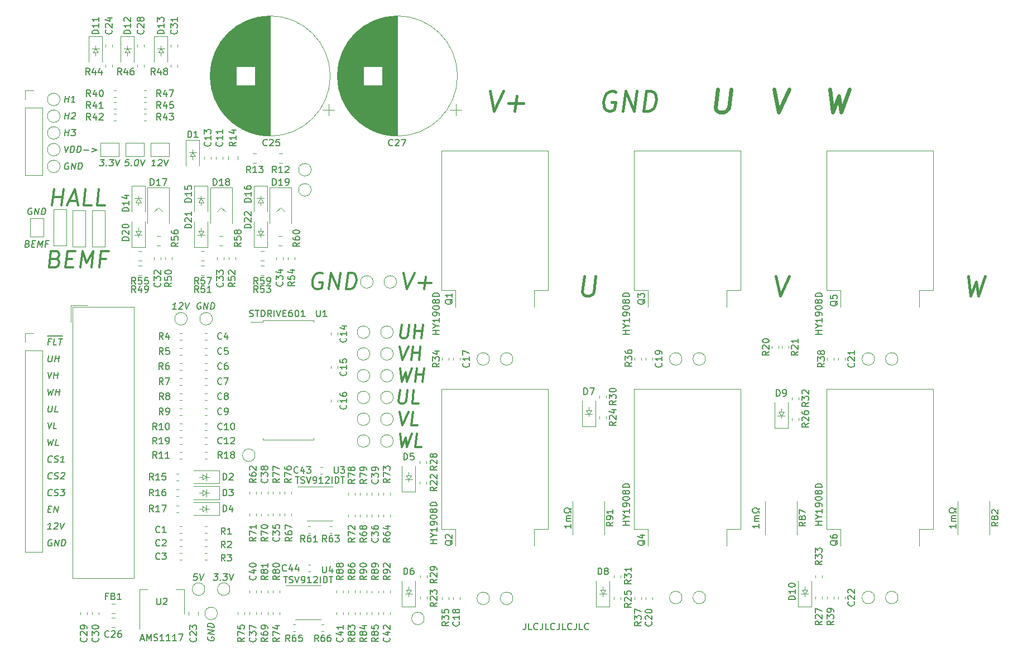
<source format=gbr>
G04 #@! TF.GenerationSoftware,KiCad,Pcbnew,(5.1.5)-3*
G04 #@! TF.CreationDate,2020-12-06T21:02:03-03:00*
G04 #@! TF.ProjectId,InversorPMSM,496e7665-7273-46f7-9250-4d534d2e6b69,rev?*
G04 #@! TF.SameCoordinates,Original*
G04 #@! TF.FileFunction,Legend,Top*
G04 #@! TF.FilePolarity,Positive*
%FSLAX46Y46*%
G04 Gerber Fmt 4.6, Leading zero omitted, Abs format (unit mm)*
G04 Created by KiCad (PCBNEW (5.1.5)-3) date 2020-12-06 21:02:03*
%MOMM*%
%LPD*%
G04 APERTURE LIST*
%ADD10C,0.150000*%
%ADD11C,0.200000*%
%ADD12C,0.300000*%
%ADD13C,0.350000*%
%ADD14C,0.450000*%
%ADD15C,0.600000*%
%ADD16C,0.120000*%
%ADD17C,0.100000*%
G04 APERTURE END LIST*
D10*
X160480952Y-151852380D02*
X160480952Y-152566666D01*
X160433333Y-152709523D01*
X160338095Y-152804761D01*
X160195238Y-152852380D01*
X160100000Y-152852380D01*
X161433333Y-152852380D02*
X160957142Y-152852380D01*
X160957142Y-151852380D01*
X162338095Y-152757142D02*
X162290476Y-152804761D01*
X162147619Y-152852380D01*
X162052380Y-152852380D01*
X161909523Y-152804761D01*
X161814285Y-152709523D01*
X161766666Y-152614285D01*
X161719047Y-152423809D01*
X161719047Y-152280952D01*
X161766666Y-152090476D01*
X161814285Y-151995238D01*
X161909523Y-151900000D01*
X162052380Y-151852380D01*
X162147619Y-151852380D01*
X162290476Y-151900000D01*
X162338095Y-151947619D01*
X163052380Y-151852380D02*
X163052380Y-152566666D01*
X163004761Y-152709523D01*
X162909523Y-152804761D01*
X162766666Y-152852380D01*
X162671428Y-152852380D01*
X164004761Y-152852380D02*
X163528571Y-152852380D01*
X163528571Y-151852380D01*
X164909523Y-152757142D02*
X164861904Y-152804761D01*
X164719047Y-152852380D01*
X164623809Y-152852380D01*
X164480952Y-152804761D01*
X164385714Y-152709523D01*
X164338095Y-152614285D01*
X164290476Y-152423809D01*
X164290476Y-152280952D01*
X164338095Y-152090476D01*
X164385714Y-151995238D01*
X164480952Y-151900000D01*
X164623809Y-151852380D01*
X164719047Y-151852380D01*
X164861904Y-151900000D01*
X164909523Y-151947619D01*
X165623809Y-151852380D02*
X165623809Y-152566666D01*
X165576190Y-152709523D01*
X165480952Y-152804761D01*
X165338095Y-152852380D01*
X165242857Y-152852380D01*
X166576190Y-152852380D02*
X166100000Y-152852380D01*
X166100000Y-151852380D01*
X167480952Y-152757142D02*
X167433333Y-152804761D01*
X167290476Y-152852380D01*
X167195238Y-152852380D01*
X167052380Y-152804761D01*
X166957142Y-152709523D01*
X166909523Y-152614285D01*
X166861904Y-152423809D01*
X166861904Y-152280952D01*
X166909523Y-152090476D01*
X166957142Y-151995238D01*
X167052380Y-151900000D01*
X167195238Y-151852380D01*
X167290476Y-151852380D01*
X167433333Y-151900000D01*
X167480952Y-151947619D01*
X168195238Y-151852380D02*
X168195238Y-152566666D01*
X168147619Y-152709523D01*
X168052380Y-152804761D01*
X167909523Y-152852380D01*
X167814285Y-152852380D01*
X169147619Y-152852380D02*
X168671428Y-152852380D01*
X168671428Y-151852380D01*
X170052380Y-152757142D02*
X170004761Y-152804761D01*
X169861904Y-152852380D01*
X169766666Y-152852380D01*
X169623809Y-152804761D01*
X169528571Y-152709523D01*
X169480952Y-152614285D01*
X169433333Y-152423809D01*
X169433333Y-152280952D01*
X169480952Y-152090476D01*
X169528571Y-151995238D01*
X169623809Y-151900000D01*
X169766666Y-151852380D01*
X169861904Y-151852380D01*
X170004761Y-151900000D01*
X170052380Y-151947619D01*
D11*
X113225761Y-144359380D02*
X113844809Y-144359380D01*
X113463857Y-144740333D01*
X113606714Y-144740333D01*
X113696000Y-144787952D01*
X113737666Y-144835571D01*
X113773380Y-144930809D01*
X113743619Y-145168904D01*
X113684095Y-145264142D01*
X113630523Y-145311761D01*
X113529333Y-145359380D01*
X113243619Y-145359380D01*
X113154333Y-145311761D01*
X113112666Y-145264142D01*
X114160285Y-145264142D02*
X114201952Y-145311761D01*
X114148380Y-145359380D01*
X114106714Y-145311761D01*
X114160285Y-145264142D01*
X114148380Y-145359380D01*
X114654333Y-144359380D02*
X115273380Y-144359380D01*
X114892428Y-144740333D01*
X115035285Y-144740333D01*
X115124571Y-144787952D01*
X115166238Y-144835571D01*
X115201952Y-144930809D01*
X115172190Y-145168904D01*
X115112666Y-145264142D01*
X115059095Y-145311761D01*
X114957904Y-145359380D01*
X114672190Y-145359380D01*
X114582904Y-145311761D01*
X114541238Y-145264142D01*
X115559095Y-144359380D02*
X115767428Y-145359380D01*
X116225761Y-144359380D01*
X110701476Y-144359380D02*
X110225285Y-144359380D01*
X110118142Y-144835571D01*
X110171714Y-144787952D01*
X110272904Y-144740333D01*
X110511000Y-144740333D01*
X110600285Y-144787952D01*
X110641952Y-144835571D01*
X110677666Y-144930809D01*
X110647904Y-145168904D01*
X110588380Y-145264142D01*
X110534809Y-145311761D01*
X110433619Y-145359380D01*
X110195523Y-145359380D01*
X110106238Y-145311761D01*
X110064571Y-145264142D01*
X111034809Y-144359380D02*
X111243142Y-145359380D01*
X111701476Y-144359380D01*
X112276000Y-153908904D02*
X112228380Y-153998190D01*
X112228380Y-154141047D01*
X112276000Y-154289857D01*
X112371238Y-154397000D01*
X112466476Y-154456523D01*
X112656952Y-154527952D01*
X112799809Y-154545809D01*
X112990285Y-154522000D01*
X113085523Y-154486285D01*
X113180761Y-154402952D01*
X113228380Y-154266047D01*
X113228380Y-154170809D01*
X113180761Y-154022000D01*
X113133142Y-153968428D01*
X112799809Y-153926761D01*
X112799809Y-154117238D01*
X113228380Y-153551761D02*
X112228380Y-153426761D01*
X113228380Y-152980333D01*
X112228380Y-152855333D01*
X113228380Y-152504142D02*
X112228380Y-152379142D01*
X112228380Y-152141047D01*
X112276000Y-152004142D01*
X112371238Y-151920809D01*
X112466476Y-151885095D01*
X112656952Y-151861285D01*
X112799809Y-151879142D01*
X112990285Y-151950571D01*
X113085523Y-152010095D01*
X113180761Y-152117238D01*
X113228380Y-152266047D01*
X113228380Y-152504142D01*
X107480904Y-104211380D02*
X106909476Y-104211380D01*
X107195190Y-104211380D02*
X107320190Y-103211380D01*
X107207095Y-103354238D01*
X107099952Y-103449476D01*
X106998761Y-103497095D01*
X107974952Y-103306619D02*
X108028523Y-103259000D01*
X108129714Y-103211380D01*
X108367809Y-103211380D01*
X108457095Y-103259000D01*
X108498761Y-103306619D01*
X108534476Y-103401857D01*
X108522571Y-103497095D01*
X108457095Y-103639952D01*
X107814238Y-104211380D01*
X108433285Y-104211380D01*
X108844000Y-103211380D02*
X109052333Y-104211380D01*
X109510666Y-103211380D01*
X111267095Y-103259000D02*
X111177809Y-103211380D01*
X111034952Y-103211380D01*
X110886142Y-103259000D01*
X110779000Y-103354238D01*
X110719476Y-103449476D01*
X110648047Y-103639952D01*
X110630190Y-103782809D01*
X110654000Y-103973285D01*
X110689714Y-104068523D01*
X110773047Y-104163761D01*
X110909952Y-104211380D01*
X111005190Y-104211380D01*
X111154000Y-104163761D01*
X111207571Y-104116142D01*
X111249238Y-103782809D01*
X111058761Y-103782809D01*
X111624238Y-104211380D02*
X111749238Y-103211380D01*
X112195666Y-104211380D01*
X112320666Y-103211380D01*
X112671857Y-104211380D02*
X112796857Y-103211380D01*
X113034952Y-103211380D01*
X113171857Y-103259000D01*
X113255190Y-103354238D01*
X113290904Y-103449476D01*
X113314714Y-103639952D01*
X113296857Y-103782809D01*
X113225428Y-103973285D01*
X113165904Y-104068523D01*
X113058761Y-104163761D01*
X112909952Y-104211380D01*
X112671857Y-104211380D01*
D12*
X141959678Y-98706952D02*
X142480511Y-101206952D01*
X143626345Y-98706952D01*
X144266226Y-100254571D02*
X146170988Y-100254571D01*
X145099559Y-101206952D02*
X145337654Y-99302190D01*
D11*
X88646904Y-139200000D02*
X88557619Y-139152380D01*
X88414761Y-139152380D01*
X88265952Y-139200000D01*
X88158809Y-139295238D01*
X88099285Y-139390476D01*
X88027857Y-139580952D01*
X88010000Y-139723809D01*
X88033809Y-139914285D01*
X88069523Y-140009523D01*
X88152857Y-140104761D01*
X88289761Y-140152380D01*
X88385000Y-140152380D01*
X88533809Y-140104761D01*
X88587380Y-140057142D01*
X88629047Y-139723809D01*
X88438571Y-139723809D01*
X89004047Y-140152380D02*
X89129047Y-139152380D01*
X89575476Y-140152380D01*
X89700476Y-139152380D01*
X90051666Y-140152380D02*
X90176666Y-139152380D01*
X90414761Y-139152380D01*
X90551666Y-139200000D01*
X90635000Y-139295238D01*
X90670714Y-139390476D01*
X90694523Y-139580952D01*
X90676666Y-139723809D01*
X90605238Y-139914285D01*
X90545714Y-140009523D01*
X90438571Y-140104761D01*
X90289761Y-140152380D01*
X90051666Y-140152380D01*
X88527857Y-137612380D02*
X87956428Y-137612380D01*
X88242142Y-137612380D02*
X88367142Y-136612380D01*
X88254047Y-136755238D01*
X88146904Y-136850476D01*
X88045714Y-136898095D01*
X89021904Y-136707619D02*
X89075476Y-136660000D01*
X89176666Y-136612380D01*
X89414761Y-136612380D01*
X89504047Y-136660000D01*
X89545714Y-136707619D01*
X89581428Y-136802857D01*
X89569523Y-136898095D01*
X89504047Y-137040952D01*
X88861190Y-137612380D01*
X89480238Y-137612380D01*
X89890952Y-136612380D02*
X90099285Y-137612380D01*
X90557619Y-136612380D01*
X88069523Y-134548571D02*
X88402857Y-134548571D01*
X88480238Y-135072380D02*
X88004047Y-135072380D01*
X88129047Y-134072380D01*
X88605238Y-134072380D01*
X88908809Y-135072380D02*
X89033809Y-134072380D01*
X89480238Y-135072380D01*
X89605238Y-134072380D01*
X88587380Y-132437142D02*
X88533809Y-132484761D01*
X88385000Y-132532380D01*
X88289761Y-132532380D01*
X88152857Y-132484761D01*
X88069523Y-132389523D01*
X88033809Y-132294285D01*
X88010000Y-132103809D01*
X88027857Y-131960952D01*
X88099285Y-131770476D01*
X88158809Y-131675238D01*
X88265952Y-131580000D01*
X88414761Y-131532380D01*
X88510000Y-131532380D01*
X88646904Y-131580000D01*
X88688571Y-131627619D01*
X88962380Y-132484761D02*
X89099285Y-132532380D01*
X89337380Y-132532380D01*
X89438571Y-132484761D01*
X89492142Y-132437142D01*
X89551666Y-132341904D01*
X89563571Y-132246666D01*
X89527857Y-132151428D01*
X89486190Y-132103809D01*
X89396904Y-132056190D01*
X89212380Y-132008571D01*
X89123095Y-131960952D01*
X89081428Y-131913333D01*
X89045714Y-131818095D01*
X89057619Y-131722857D01*
X89117142Y-131627619D01*
X89170714Y-131580000D01*
X89271904Y-131532380D01*
X89510000Y-131532380D01*
X89646904Y-131580000D01*
X89986190Y-131532380D02*
X90605238Y-131532380D01*
X90224285Y-131913333D01*
X90367142Y-131913333D01*
X90456428Y-131960952D01*
X90498095Y-132008571D01*
X90533809Y-132103809D01*
X90504047Y-132341904D01*
X90444523Y-132437142D01*
X90390952Y-132484761D01*
X90289761Y-132532380D01*
X90004047Y-132532380D01*
X89914761Y-132484761D01*
X89873095Y-132437142D01*
X88587380Y-129897142D02*
X88533809Y-129944761D01*
X88385000Y-129992380D01*
X88289761Y-129992380D01*
X88152857Y-129944761D01*
X88069523Y-129849523D01*
X88033809Y-129754285D01*
X88010000Y-129563809D01*
X88027857Y-129420952D01*
X88099285Y-129230476D01*
X88158809Y-129135238D01*
X88265952Y-129040000D01*
X88414761Y-128992380D01*
X88510000Y-128992380D01*
X88646904Y-129040000D01*
X88688571Y-129087619D01*
X88962380Y-129944761D02*
X89099285Y-129992380D01*
X89337380Y-129992380D01*
X89438571Y-129944761D01*
X89492142Y-129897142D01*
X89551666Y-129801904D01*
X89563571Y-129706666D01*
X89527857Y-129611428D01*
X89486190Y-129563809D01*
X89396904Y-129516190D01*
X89212380Y-129468571D01*
X89123095Y-129420952D01*
X89081428Y-129373333D01*
X89045714Y-129278095D01*
X89057619Y-129182857D01*
X89117142Y-129087619D01*
X89170714Y-129040000D01*
X89271904Y-128992380D01*
X89510000Y-128992380D01*
X89646904Y-129040000D01*
X90021904Y-129087619D02*
X90075476Y-129040000D01*
X90176666Y-128992380D01*
X90414761Y-128992380D01*
X90504047Y-129040000D01*
X90545714Y-129087619D01*
X90581428Y-129182857D01*
X90569523Y-129278095D01*
X90504047Y-129420952D01*
X89861190Y-129992380D01*
X90480238Y-129992380D01*
X88587380Y-127357142D02*
X88533809Y-127404761D01*
X88385000Y-127452380D01*
X88289761Y-127452380D01*
X88152857Y-127404761D01*
X88069523Y-127309523D01*
X88033809Y-127214285D01*
X88010000Y-127023809D01*
X88027857Y-126880952D01*
X88099285Y-126690476D01*
X88158809Y-126595238D01*
X88265952Y-126500000D01*
X88414761Y-126452380D01*
X88510000Y-126452380D01*
X88646904Y-126500000D01*
X88688571Y-126547619D01*
X88962380Y-127404761D02*
X89099285Y-127452380D01*
X89337380Y-127452380D01*
X89438571Y-127404761D01*
X89492142Y-127357142D01*
X89551666Y-127261904D01*
X89563571Y-127166666D01*
X89527857Y-127071428D01*
X89486190Y-127023809D01*
X89396904Y-126976190D01*
X89212380Y-126928571D01*
X89123095Y-126880952D01*
X89081428Y-126833333D01*
X89045714Y-126738095D01*
X89057619Y-126642857D01*
X89117142Y-126547619D01*
X89170714Y-126500000D01*
X89271904Y-126452380D01*
X89510000Y-126452380D01*
X89646904Y-126500000D01*
X90480238Y-127452380D02*
X89908809Y-127452380D01*
X90194523Y-127452380D02*
X90319523Y-126452380D01*
X90206428Y-126595238D01*
X90099285Y-126690476D01*
X89998095Y-126738095D01*
X88033809Y-123912380D02*
X88146904Y-124912380D01*
X88426666Y-124198095D01*
X88527857Y-124912380D01*
X88890952Y-123912380D01*
X89623095Y-124912380D02*
X89146904Y-124912380D01*
X89271904Y-123912380D01*
X87986190Y-121372380D02*
X88194523Y-122372380D01*
X88652857Y-121372380D01*
X89337380Y-122372380D02*
X88861190Y-122372380D01*
X88986190Y-121372380D01*
X88129047Y-118832380D02*
X88027857Y-119641904D01*
X88063571Y-119737142D01*
X88105238Y-119784761D01*
X88194523Y-119832380D01*
X88385000Y-119832380D01*
X88486190Y-119784761D01*
X88539761Y-119737142D01*
X88599285Y-119641904D01*
X88700476Y-118832380D01*
X89527857Y-119832380D02*
X89051666Y-119832380D01*
X89176666Y-118832380D01*
X88033809Y-116292380D02*
X88146904Y-117292380D01*
X88426666Y-116578095D01*
X88527857Y-117292380D01*
X88890952Y-116292380D01*
X89146904Y-117292380D02*
X89271904Y-116292380D01*
X89212380Y-116768571D02*
X89783809Y-116768571D01*
X89718333Y-117292380D02*
X89843333Y-116292380D01*
X87986190Y-113752380D02*
X88194523Y-114752380D01*
X88652857Y-113752380D01*
X88861190Y-114752380D02*
X88986190Y-113752380D01*
X88926666Y-114228571D02*
X89498095Y-114228571D01*
X89432619Y-114752380D02*
X89557619Y-113752380D01*
X88129047Y-111212380D02*
X88027857Y-112021904D01*
X88063571Y-112117142D01*
X88105238Y-112164761D01*
X88194523Y-112212380D01*
X88385000Y-112212380D01*
X88486190Y-112164761D01*
X88539761Y-112117142D01*
X88599285Y-112021904D01*
X88700476Y-111212380D01*
X89051666Y-112212380D02*
X89176666Y-111212380D01*
X89117142Y-111688571D02*
X89688571Y-111688571D01*
X89623095Y-112212380D02*
X89748095Y-111212380D01*
X87945000Y-108240000D02*
X88617142Y-108240000D01*
X88402857Y-109148571D02*
X88069523Y-109148571D01*
X88004047Y-109672380D02*
X88129047Y-108672380D01*
X88605238Y-108672380D01*
X88617142Y-108240000D02*
X89426666Y-108240000D01*
X89337380Y-109672380D02*
X88861190Y-109672380D01*
X88986190Y-108672380D01*
X89426666Y-108240000D02*
X90188571Y-108240000D01*
X89652857Y-108672380D02*
X90224285Y-108672380D01*
X89813571Y-109672380D02*
X89938571Y-108672380D01*
X84940476Y-94289571D02*
X85077380Y-94337190D01*
X85119047Y-94384809D01*
X85154761Y-94480047D01*
X85136904Y-94622904D01*
X85077380Y-94718142D01*
X85023809Y-94765761D01*
X84922619Y-94813380D01*
X84541666Y-94813380D01*
X84666666Y-93813380D01*
X85000000Y-93813380D01*
X85089285Y-93861000D01*
X85130952Y-93908619D01*
X85166666Y-94003857D01*
X85154761Y-94099095D01*
X85095238Y-94194333D01*
X85041666Y-94241952D01*
X84940476Y-94289571D01*
X84607142Y-94289571D01*
X85607142Y-94289571D02*
X85940476Y-94289571D01*
X86017857Y-94813380D02*
X85541666Y-94813380D01*
X85666666Y-93813380D01*
X86142857Y-93813380D01*
X86446428Y-94813380D02*
X86571428Y-93813380D01*
X86815476Y-94527666D01*
X87238095Y-93813380D01*
X87113095Y-94813380D01*
X87988095Y-94289571D02*
X87654761Y-94289571D01*
X87589285Y-94813380D02*
X87714285Y-93813380D01*
X88190476Y-93813380D01*
X85613095Y-88908000D02*
X85523809Y-88860380D01*
X85380952Y-88860380D01*
X85232142Y-88908000D01*
X85125000Y-89003238D01*
X85065476Y-89098476D01*
X84994047Y-89288952D01*
X84976190Y-89431809D01*
X85000000Y-89622285D01*
X85035714Y-89717523D01*
X85119047Y-89812761D01*
X85255952Y-89860380D01*
X85351190Y-89860380D01*
X85500000Y-89812761D01*
X85553571Y-89765142D01*
X85595238Y-89431809D01*
X85404761Y-89431809D01*
X85970238Y-89860380D02*
X86095238Y-88860380D01*
X86541666Y-89860380D01*
X86666666Y-88860380D01*
X87017857Y-89860380D02*
X87142857Y-88860380D01*
X87380952Y-88860380D01*
X87517857Y-88908000D01*
X87601190Y-89003238D01*
X87636904Y-89098476D01*
X87660714Y-89288952D01*
X87642857Y-89431809D01*
X87571428Y-89622285D01*
X87511904Y-89717523D01*
X87404761Y-89812761D01*
X87255952Y-89860380D01*
X87017857Y-89860380D01*
X91186904Y-82050000D02*
X91097619Y-82002380D01*
X90954761Y-82002380D01*
X90805952Y-82050000D01*
X90698809Y-82145238D01*
X90639285Y-82240476D01*
X90567857Y-82430952D01*
X90550000Y-82573809D01*
X90573809Y-82764285D01*
X90609523Y-82859523D01*
X90692857Y-82954761D01*
X90829761Y-83002380D01*
X90925000Y-83002380D01*
X91073809Y-82954761D01*
X91127380Y-82907142D01*
X91169047Y-82573809D01*
X90978571Y-82573809D01*
X91544047Y-83002380D02*
X91669047Y-82002380D01*
X92115476Y-83002380D01*
X92240476Y-82002380D01*
X92591666Y-83002380D02*
X92716666Y-82002380D01*
X92954761Y-82002380D01*
X93091666Y-82050000D01*
X93175000Y-82145238D01*
X93210714Y-82240476D01*
X93234523Y-82430952D01*
X93216666Y-82573809D01*
X93145238Y-82764285D01*
X93085714Y-82859523D01*
X92978571Y-82954761D01*
X92829761Y-83002380D01*
X92591666Y-83002380D01*
X90526190Y-79462380D02*
X90734523Y-80462380D01*
X91192857Y-79462380D01*
X91401190Y-80462380D02*
X91526190Y-79462380D01*
X91764285Y-79462380D01*
X91901190Y-79510000D01*
X91984523Y-79605238D01*
X92020238Y-79700476D01*
X92044047Y-79890952D01*
X92026190Y-80033809D01*
X91954761Y-80224285D01*
X91895238Y-80319523D01*
X91788095Y-80414761D01*
X91639285Y-80462380D01*
X91401190Y-80462380D01*
X92401190Y-80462380D02*
X92526190Y-79462380D01*
X92764285Y-79462380D01*
X92901190Y-79510000D01*
X92984523Y-79605238D01*
X93020238Y-79700476D01*
X93044047Y-79890952D01*
X93026190Y-80033809D01*
X92954761Y-80224285D01*
X92895238Y-80319523D01*
X92788095Y-80414761D01*
X92639285Y-80462380D01*
X92401190Y-80462380D01*
X93448809Y-80081428D02*
X94210714Y-80081428D01*
X94722619Y-79795714D02*
X95448809Y-80081428D01*
X94651190Y-80367142D01*
X90544047Y-77922380D02*
X90669047Y-76922380D01*
X90609523Y-77398571D02*
X91180952Y-77398571D01*
X91115476Y-77922380D02*
X91240476Y-76922380D01*
X91621428Y-76922380D02*
X92240476Y-76922380D01*
X91859523Y-77303333D01*
X92002380Y-77303333D01*
X92091666Y-77350952D01*
X92133333Y-77398571D01*
X92169047Y-77493809D01*
X92139285Y-77731904D01*
X92079761Y-77827142D01*
X92026190Y-77874761D01*
X91925000Y-77922380D01*
X91639285Y-77922380D01*
X91550000Y-77874761D01*
X91508333Y-77827142D01*
X90544047Y-75382380D02*
X90669047Y-74382380D01*
X90609523Y-74858571D02*
X91180952Y-74858571D01*
X91115476Y-75382380D02*
X91240476Y-74382380D01*
X91657142Y-74477619D02*
X91710714Y-74430000D01*
X91811904Y-74382380D01*
X92050000Y-74382380D01*
X92139285Y-74430000D01*
X92180952Y-74477619D01*
X92216666Y-74572857D01*
X92204761Y-74668095D01*
X92139285Y-74810952D01*
X91496428Y-75382380D01*
X92115476Y-75382380D01*
X90544047Y-72842380D02*
X90669047Y-71842380D01*
X90609523Y-72318571D02*
X91180952Y-72318571D01*
X91115476Y-72842380D02*
X91240476Y-71842380D01*
X92115476Y-72842380D02*
X91544047Y-72842380D01*
X91829761Y-72842380D02*
X91954761Y-71842380D01*
X91841666Y-71985238D01*
X91734523Y-72080476D01*
X91633333Y-72128095D01*
D13*
X88652544Y-88506952D02*
X88965044Y-86006952D01*
X88816235Y-87197428D02*
X90244806Y-87197428D01*
X90081116Y-88506952D02*
X90393616Y-86006952D01*
X91241830Y-87792666D02*
X92432306Y-87792666D01*
X90914449Y-88506952D02*
X92060282Y-86006952D01*
X92581116Y-88506952D01*
X94604925Y-88506952D02*
X93414449Y-88506952D01*
X93726949Y-86006952D01*
X96628735Y-88506952D02*
X95438258Y-88506952D01*
X95750758Y-86006952D01*
X89173377Y-96595428D02*
X89515639Y-96714476D01*
X89619806Y-96833523D01*
X89709092Y-97071619D01*
X89664449Y-97428761D01*
X89515639Y-97666857D01*
X89381711Y-97785904D01*
X89128735Y-97904952D01*
X88176354Y-97904952D01*
X88488854Y-95404952D01*
X89322187Y-95404952D01*
X89545401Y-95524000D01*
X89649568Y-95643047D01*
X89738854Y-95881142D01*
X89709092Y-96119238D01*
X89560282Y-96357333D01*
X89426354Y-96476380D01*
X89173377Y-96595428D01*
X88340044Y-96595428D01*
X90840044Y-96595428D02*
X91673377Y-96595428D01*
X91866830Y-97904952D02*
X90676354Y-97904952D01*
X90988854Y-95404952D01*
X92179330Y-95404952D01*
X92938258Y-97904952D02*
X93250758Y-95404952D01*
X93860877Y-97190666D01*
X94917425Y-95404952D01*
X94604925Y-97904952D01*
X96792425Y-96595428D02*
X95959092Y-96595428D01*
X95795401Y-97904952D02*
X96107901Y-95404952D01*
X97298377Y-95404952D01*
D11*
X100335190Y-81494380D02*
X99859000Y-81494380D01*
X99751857Y-81970571D01*
X99805428Y-81922952D01*
X99906619Y-81875333D01*
X100144714Y-81875333D01*
X100234000Y-81922952D01*
X100275666Y-81970571D01*
X100311380Y-82065809D01*
X100281619Y-82303904D01*
X100222095Y-82399142D01*
X100168523Y-82446761D01*
X100067333Y-82494380D01*
X99829238Y-82494380D01*
X99739952Y-82446761D01*
X99698285Y-82399142D01*
X100698285Y-82399142D02*
X100739952Y-82446761D01*
X100686380Y-82494380D01*
X100644714Y-82446761D01*
X100698285Y-82399142D01*
X100686380Y-82494380D01*
X101478047Y-81494380D02*
X101573285Y-81494380D01*
X101662571Y-81542000D01*
X101704238Y-81589619D01*
X101739952Y-81684857D01*
X101763761Y-81875333D01*
X101734000Y-82113428D01*
X101662571Y-82303904D01*
X101603047Y-82399142D01*
X101549476Y-82446761D01*
X101448285Y-82494380D01*
X101353047Y-82494380D01*
X101263761Y-82446761D01*
X101222095Y-82399142D01*
X101186380Y-82303904D01*
X101162571Y-82113428D01*
X101192333Y-81875333D01*
X101263761Y-81684857D01*
X101323285Y-81589619D01*
X101376857Y-81542000D01*
X101478047Y-81494380D01*
X102097095Y-81494380D02*
X102305428Y-82494380D01*
X102763761Y-81494380D01*
X104305904Y-82494380D02*
X103734476Y-82494380D01*
X104020190Y-82494380D02*
X104145190Y-81494380D01*
X104032095Y-81637238D01*
X103924952Y-81732476D01*
X103823761Y-81780095D01*
X104799952Y-81589619D02*
X104853523Y-81542000D01*
X104954714Y-81494380D01*
X105192809Y-81494380D01*
X105282095Y-81542000D01*
X105323761Y-81589619D01*
X105359476Y-81684857D01*
X105347571Y-81780095D01*
X105282095Y-81922952D01*
X104639238Y-82494380D01*
X105258285Y-82494380D01*
X105669000Y-81494380D02*
X105877333Y-82494380D01*
X106335666Y-81494380D01*
X95953761Y-81494380D02*
X96572809Y-81494380D01*
X96191857Y-81875333D01*
X96334714Y-81875333D01*
X96424000Y-81922952D01*
X96465666Y-81970571D01*
X96501380Y-82065809D01*
X96471619Y-82303904D01*
X96412095Y-82399142D01*
X96358523Y-82446761D01*
X96257333Y-82494380D01*
X95971619Y-82494380D01*
X95882333Y-82446761D01*
X95840666Y-82399142D01*
X96888285Y-82399142D02*
X96929952Y-82446761D01*
X96876380Y-82494380D01*
X96834714Y-82446761D01*
X96888285Y-82399142D01*
X96876380Y-82494380D01*
X97382333Y-81494380D02*
X98001380Y-81494380D01*
X97620428Y-81875333D01*
X97763285Y-81875333D01*
X97852571Y-81922952D01*
X97894238Y-81970571D01*
X97929952Y-82065809D01*
X97900190Y-82303904D01*
X97840666Y-82399142D01*
X97787095Y-82446761D01*
X97685904Y-82494380D01*
X97400190Y-82494380D01*
X97310904Y-82446761D01*
X97269238Y-82399142D01*
X98287095Y-81494380D02*
X98495428Y-82494380D01*
X98953761Y-81494380D01*
D13*
X141491119Y-123110761D02*
X141717309Y-125110761D01*
X142276833Y-123682190D01*
X142479214Y-125110761D01*
X143205404Y-123110761D01*
X144669690Y-125110761D02*
X143717309Y-125110761D01*
X143967309Y-123110761D01*
X141395880Y-119808761D02*
X141812547Y-121808761D01*
X142729214Y-119808761D01*
X144098261Y-121808761D02*
X143145880Y-121808761D01*
X143395880Y-119808761D01*
X141427595Y-116506761D02*
X141225214Y-118125809D01*
X141296642Y-118316285D01*
X141379976Y-118411523D01*
X141558547Y-118506761D01*
X141939500Y-118506761D01*
X142141880Y-118411523D01*
X142249023Y-118316285D01*
X142368071Y-118125809D01*
X142570452Y-116506761D01*
X144225214Y-118506761D02*
X143272833Y-118506761D01*
X143522833Y-116506761D01*
X141491119Y-113204761D02*
X141717309Y-115204761D01*
X142276833Y-113776190D01*
X142479214Y-115204761D01*
X143205404Y-113204761D01*
X143717309Y-115204761D02*
X143967309Y-113204761D01*
X143848261Y-114157142D02*
X144991119Y-114157142D01*
X144860166Y-115204761D02*
X145110166Y-113204761D01*
X141395880Y-109902761D02*
X141812547Y-111902761D01*
X142729214Y-109902761D01*
X143145880Y-111902761D02*
X143395880Y-109902761D01*
X143276833Y-110855142D02*
X144419690Y-110855142D01*
X144288738Y-111902761D02*
X144538738Y-109902761D01*
X141681595Y-106600761D02*
X141479214Y-108219809D01*
X141550642Y-108410285D01*
X141633976Y-108505523D01*
X141812547Y-108600761D01*
X142193500Y-108600761D01*
X142395880Y-108505523D01*
X142503023Y-108410285D01*
X142622071Y-108219809D01*
X142824452Y-106600761D01*
X143526833Y-108600761D02*
X143776833Y-106600761D01*
X143657785Y-107553142D02*
X144800642Y-107553142D01*
X144669690Y-108600761D02*
X144919690Y-106600761D01*
D14*
X174174473Y-71271000D02*
X173906616Y-71128142D01*
X173478044Y-71128142D01*
X173031616Y-71271000D01*
X172710187Y-71556714D01*
X172531616Y-71842428D01*
X172317330Y-72413857D01*
X172263758Y-72842428D01*
X172335187Y-73413857D01*
X172442330Y-73699571D01*
X172692330Y-73985285D01*
X173103044Y-74128142D01*
X173388758Y-74128142D01*
X173835187Y-73985285D01*
X173995901Y-73842428D01*
X174120901Y-72842428D01*
X173549473Y-72842428D01*
X175245901Y-74128142D02*
X175620901Y-71128142D01*
X176960187Y-74128142D01*
X177335187Y-71128142D01*
X178388758Y-74128142D02*
X178763758Y-71128142D01*
X179478044Y-71128142D01*
X179888758Y-71271000D01*
X180138758Y-71556714D01*
X180245901Y-71842428D01*
X180317330Y-72413857D01*
X180263758Y-72842428D01*
X180049473Y-73413857D01*
X179870901Y-73699571D01*
X179549473Y-73985285D01*
X179103044Y-74128142D01*
X178388758Y-74128142D01*
X155078901Y-71128142D02*
X155703901Y-74128142D01*
X157078901Y-71128142D01*
X157846758Y-72985285D02*
X160132473Y-72985285D01*
X158846758Y-74128142D02*
X159132473Y-71842428D01*
D12*
X129720988Y-98826000D02*
X129497773Y-98706952D01*
X129140630Y-98706952D01*
X128768607Y-98826000D01*
X128500750Y-99064095D01*
X128351940Y-99302190D01*
X128173369Y-99778380D01*
X128128726Y-100135523D01*
X128188250Y-100611714D01*
X128277535Y-100849809D01*
X128485869Y-101087904D01*
X128828130Y-101206952D01*
X129066226Y-101206952D01*
X129438250Y-101087904D01*
X129572178Y-100968857D01*
X129676345Y-100135523D01*
X129200154Y-100135523D01*
X130613845Y-101206952D02*
X130926345Y-98706952D01*
X132042416Y-101206952D01*
X132354916Y-98706952D01*
X133232892Y-101206952D02*
X133545392Y-98706952D01*
X134140630Y-98706952D01*
X134482892Y-98826000D01*
X134691226Y-99064095D01*
X134780511Y-99302190D01*
X134840035Y-99778380D01*
X134795392Y-100135523D01*
X134616821Y-100611714D01*
X134468011Y-100849809D01*
X134200154Y-101087904D01*
X133828130Y-101206952D01*
X133232892Y-101206952D01*
D15*
X189638125Y-70854333D02*
X189283958Y-73687666D01*
X189408958Y-74021000D01*
X189554791Y-74187666D01*
X189867291Y-74354333D01*
X190533958Y-74354333D01*
X190888125Y-74187666D01*
X191075625Y-74021000D01*
X191283958Y-73687666D01*
X191638125Y-70854333D01*
X198138125Y-70854333D02*
X198867291Y-74354333D01*
X200471458Y-70854333D01*
X206638125Y-70854333D02*
X207033958Y-74354333D01*
X208013125Y-71854333D01*
X208367291Y-74354333D01*
X209638125Y-70854333D01*
D14*
X227643330Y-99195142D02*
X227982616Y-102195142D01*
X228821901Y-100052285D01*
X229125473Y-102195142D01*
X230214758Y-99195142D01*
X198465044Y-99195142D02*
X199090044Y-102195142D01*
X200465044Y-99195142D01*
X169397901Y-99195142D02*
X169094330Y-101623714D01*
X169201473Y-101909428D01*
X169326473Y-102052285D01*
X169594330Y-102195142D01*
X170165758Y-102195142D01*
X170469330Y-102052285D01*
X170630044Y-101909428D01*
X170808616Y-101623714D01*
X171112187Y-99195142D01*
D16*
X167640000Y-133350000D02*
X167640000Y-138430000D01*
X172466000Y-133350000D02*
X172466000Y-138430000D01*
X196850000Y-133350000D02*
X196850000Y-138430000D01*
X201676000Y-133350000D02*
X201676000Y-138430000D01*
X226060000Y-133350000D02*
X226060000Y-138430000D01*
X230886000Y-133350000D02*
X230886000Y-138430000D01*
X149889440Y-74849000D02*
X149889440Y-73049000D01*
X150789440Y-73949000D02*
X148989440Y-73949000D01*
X131910000Y-68874000D02*
X131910000Y-68794000D01*
X131950000Y-69648000D02*
X131950000Y-68020000D01*
X131990000Y-70000000D02*
X131990000Y-67668000D01*
X132030000Y-70269000D02*
X132030000Y-67399000D01*
X132070000Y-70495000D02*
X132070000Y-67173000D01*
X132110000Y-70694000D02*
X132110000Y-66974000D01*
X132150000Y-70873000D02*
X132150000Y-66795000D01*
X132190000Y-71037000D02*
X132190000Y-66631000D01*
X132230000Y-71189000D02*
X132230000Y-66479000D01*
X132270000Y-71332000D02*
X132270000Y-66336000D01*
X132310000Y-71466000D02*
X132310000Y-66202000D01*
X132350000Y-71593000D02*
X132350000Y-66075000D01*
X132390000Y-71714000D02*
X132390000Y-65954000D01*
X132430000Y-71830000D02*
X132430000Y-65838000D01*
X132470000Y-71941000D02*
X132470000Y-65727000D01*
X132510000Y-72048000D02*
X132510000Y-65620000D01*
X132550000Y-72151000D02*
X132550000Y-65517000D01*
X132590000Y-72250000D02*
X132590000Y-65418000D01*
X132630000Y-72346000D02*
X132630000Y-65322000D01*
X132670000Y-72439000D02*
X132670000Y-65229000D01*
X132710000Y-72530000D02*
X132710000Y-65138000D01*
X132750000Y-72618000D02*
X132750000Y-65050000D01*
X132790000Y-72703000D02*
X132790000Y-64965000D01*
X132830000Y-72786000D02*
X132830000Y-64882000D01*
X132869000Y-72867000D02*
X132869000Y-64801000D01*
X132909000Y-72947000D02*
X132909000Y-64721000D01*
X132949000Y-73024000D02*
X132949000Y-64644000D01*
X132989000Y-73099000D02*
X132989000Y-64569000D01*
X133029000Y-73173000D02*
X133029000Y-64495000D01*
X133069000Y-73246000D02*
X133069000Y-64422000D01*
X133109000Y-73316000D02*
X133109000Y-64352000D01*
X133149000Y-73386000D02*
X133149000Y-64282000D01*
X133189000Y-73454000D02*
X133189000Y-64214000D01*
X133229000Y-73520000D02*
X133229000Y-64148000D01*
X133269000Y-73586000D02*
X133269000Y-64082000D01*
X133309000Y-73650000D02*
X133309000Y-64018000D01*
X133349000Y-73713000D02*
X133349000Y-63955000D01*
X133389000Y-73775000D02*
X133389000Y-63893000D01*
X133429000Y-73836000D02*
X133429000Y-63832000D01*
X133469000Y-73896000D02*
X133469000Y-63772000D01*
X133509000Y-73954000D02*
X133509000Y-63714000D01*
X133549000Y-74012000D02*
X133549000Y-63656000D01*
X133589000Y-74069000D02*
X133589000Y-63599000D01*
X133629000Y-74125000D02*
X133629000Y-63543000D01*
X133669000Y-74180000D02*
X133669000Y-63488000D01*
X133709000Y-74234000D02*
X133709000Y-63434000D01*
X133749000Y-74288000D02*
X133749000Y-63380000D01*
X133789000Y-74340000D02*
X133789000Y-63328000D01*
X133829000Y-74392000D02*
X133829000Y-63276000D01*
X133869000Y-74443000D02*
X133869000Y-63225000D01*
X133909000Y-74494000D02*
X133909000Y-63174000D01*
X133949000Y-74543000D02*
X133949000Y-63125000D01*
X133989000Y-74592000D02*
X133989000Y-63076000D01*
X134029000Y-74640000D02*
X134029000Y-63028000D01*
X134069000Y-74688000D02*
X134069000Y-62980000D01*
X134109000Y-74735000D02*
X134109000Y-62933000D01*
X134149000Y-74781000D02*
X134149000Y-62887000D01*
X134189000Y-74827000D02*
X134189000Y-62841000D01*
X134229000Y-74872000D02*
X134229000Y-62796000D01*
X134269000Y-74916000D02*
X134269000Y-62752000D01*
X134309000Y-74960000D02*
X134309000Y-62708000D01*
X134349000Y-75004000D02*
X134349000Y-62664000D01*
X134389000Y-75046000D02*
X134389000Y-62622000D01*
X134429000Y-75088000D02*
X134429000Y-62580000D01*
X134469000Y-75130000D02*
X134469000Y-62538000D01*
X134509000Y-75171000D02*
X134509000Y-62497000D01*
X134549000Y-75212000D02*
X134549000Y-62456000D01*
X134589000Y-75252000D02*
X134589000Y-62416000D01*
X134629000Y-75292000D02*
X134629000Y-62376000D01*
X134669000Y-75331000D02*
X134669000Y-62337000D01*
X134709000Y-75370000D02*
X134709000Y-62298000D01*
X134749000Y-75408000D02*
X134749000Y-62260000D01*
X134789000Y-75446000D02*
X134789000Y-62222000D01*
X134829000Y-75483000D02*
X134829000Y-62185000D01*
X134869000Y-75520000D02*
X134869000Y-62148000D01*
X134909000Y-75556000D02*
X134909000Y-62112000D01*
X134949000Y-75592000D02*
X134949000Y-62076000D01*
X134989000Y-75628000D02*
X134989000Y-62040000D01*
X135029000Y-75663000D02*
X135029000Y-62005000D01*
X135069000Y-75698000D02*
X135069000Y-61970000D01*
X135109000Y-75732000D02*
X135109000Y-61936000D01*
X135149000Y-75766000D02*
X135149000Y-61902000D01*
X135189000Y-75799000D02*
X135189000Y-61869000D01*
X135229000Y-75833000D02*
X135229000Y-61835000D01*
X135269000Y-75865000D02*
X135269000Y-61803000D01*
X135309000Y-75898000D02*
X135309000Y-61770000D01*
X135349000Y-75930000D02*
X135349000Y-61738000D01*
X135389000Y-75961000D02*
X135389000Y-61707000D01*
X135429000Y-75993000D02*
X135429000Y-61675000D01*
X135469000Y-76024000D02*
X135469000Y-61644000D01*
X135509000Y-67246500D02*
X135509000Y-61614000D01*
X135549000Y-76084000D02*
X135549000Y-61584000D01*
X135589000Y-76114000D02*
X135589000Y-61554000D01*
X135629000Y-76144000D02*
X135629000Y-61524000D01*
X135669000Y-76173000D02*
X135669000Y-61495000D01*
X135709000Y-76202000D02*
X135709000Y-61466000D01*
X135749000Y-76231000D02*
X135749000Y-61437000D01*
X135789000Y-76259000D02*
X135789000Y-61409000D01*
X135829000Y-76287000D02*
X135829000Y-61381000D01*
X135869000Y-67394000D02*
X135869000Y-61354000D01*
X135869000Y-76314000D02*
X135869000Y-70274000D01*
X135909000Y-67394000D02*
X135909000Y-61326000D01*
X135909000Y-76342000D02*
X135909000Y-70274000D01*
X135949000Y-67394000D02*
X135949000Y-61299000D01*
X135949000Y-76369000D02*
X135949000Y-70274000D01*
X135989000Y-67394000D02*
X135989000Y-61273000D01*
X135989000Y-76395000D02*
X135989000Y-70274000D01*
X136029000Y-67394000D02*
X136029000Y-61246000D01*
X136029000Y-76422000D02*
X136029000Y-70274000D01*
X136069000Y-67394000D02*
X136069000Y-61220000D01*
X136069000Y-76448000D02*
X136069000Y-70274000D01*
X136109000Y-67394000D02*
X136109000Y-61194000D01*
X136109000Y-76474000D02*
X136109000Y-70274000D01*
X136149000Y-67394000D02*
X136149000Y-61169000D01*
X136149000Y-76499000D02*
X136149000Y-70274000D01*
X136189000Y-67394000D02*
X136189000Y-61144000D01*
X136189000Y-76524000D02*
X136189000Y-70274000D01*
X136229000Y-67394000D02*
X136229000Y-61119000D01*
X136229000Y-76549000D02*
X136229000Y-70274000D01*
X136269000Y-67394000D02*
X136269000Y-61094000D01*
X136269000Y-76574000D02*
X136269000Y-70274000D01*
X136309000Y-67394000D02*
X136309000Y-61070000D01*
X136309000Y-76598000D02*
X136309000Y-70274000D01*
X136349000Y-67394000D02*
X136349000Y-61046000D01*
X136349000Y-76622000D02*
X136349000Y-70274000D01*
X136389000Y-67394000D02*
X136389000Y-61022000D01*
X136389000Y-76646000D02*
X136389000Y-70274000D01*
X136429000Y-67394000D02*
X136429000Y-60999000D01*
X136429000Y-76669000D02*
X136429000Y-70274000D01*
X136469000Y-67394000D02*
X136469000Y-60975000D01*
X136469000Y-76693000D02*
X136469000Y-70274000D01*
X136509000Y-67394000D02*
X136509000Y-60952000D01*
X136509000Y-76716000D02*
X136509000Y-70274000D01*
X136549000Y-67394000D02*
X136549000Y-60930000D01*
X136549000Y-76738000D02*
X136549000Y-70274000D01*
X136589000Y-67394000D02*
X136589000Y-60907000D01*
X136589000Y-76761000D02*
X136589000Y-70274000D01*
X136629000Y-67394000D02*
X136629000Y-60885000D01*
X136629000Y-76783000D02*
X136629000Y-70274000D01*
X136669000Y-67394000D02*
X136669000Y-60863000D01*
X136669000Y-76805000D02*
X136669000Y-70274000D01*
X136709000Y-67394000D02*
X136709000Y-60842000D01*
X136709000Y-76826000D02*
X136709000Y-70274000D01*
X136749000Y-67394000D02*
X136749000Y-60820000D01*
X136749000Y-76848000D02*
X136749000Y-70274000D01*
X136789000Y-67394000D02*
X136789000Y-60799000D01*
X136789000Y-76869000D02*
X136789000Y-70274000D01*
X136829000Y-67394000D02*
X136829000Y-60778000D01*
X136829000Y-76890000D02*
X136829000Y-70274000D01*
X136869000Y-67394000D02*
X136869000Y-60758000D01*
X136869000Y-76910000D02*
X136869000Y-70274000D01*
X136909000Y-67394000D02*
X136909000Y-60737000D01*
X136909000Y-76931000D02*
X136909000Y-70274000D01*
X136949000Y-67394000D02*
X136949000Y-60717000D01*
X136949000Y-76951000D02*
X136949000Y-70274000D01*
X136989000Y-67394000D02*
X136989000Y-60697000D01*
X136989000Y-76971000D02*
X136989000Y-70274000D01*
X137029000Y-67394000D02*
X137029000Y-60678000D01*
X137029000Y-76990000D02*
X137029000Y-70274000D01*
X137069000Y-67394000D02*
X137069000Y-60658000D01*
X137069000Y-77010000D02*
X137069000Y-70274000D01*
X137109000Y-67394000D02*
X137109000Y-60639000D01*
X137109000Y-77029000D02*
X137109000Y-70274000D01*
X137149000Y-67394000D02*
X137149000Y-60620000D01*
X137149000Y-77048000D02*
X137149000Y-70274000D01*
X137189000Y-67394000D02*
X137189000Y-60601000D01*
X137189000Y-77067000D02*
X137189000Y-70274000D01*
X137229000Y-67394000D02*
X137229000Y-60583000D01*
X137229000Y-77085000D02*
X137229000Y-70274000D01*
X137269000Y-67394000D02*
X137269000Y-60565000D01*
X137269000Y-77103000D02*
X137269000Y-70274000D01*
X137309000Y-67394000D02*
X137309000Y-60547000D01*
X137309000Y-77121000D02*
X137309000Y-70274000D01*
X137349000Y-67394000D02*
X137349000Y-60529000D01*
X137349000Y-77139000D02*
X137349000Y-70274000D01*
X137389000Y-67394000D02*
X137389000Y-60511000D01*
X137389000Y-77157000D02*
X137389000Y-70274000D01*
X137429000Y-67394000D02*
X137429000Y-60494000D01*
X137429000Y-77174000D02*
X137429000Y-70274000D01*
X137469000Y-67394000D02*
X137469000Y-60477000D01*
X137469000Y-77191000D02*
X137469000Y-70274000D01*
X137509000Y-67394000D02*
X137509000Y-60460000D01*
X137509000Y-77208000D02*
X137509000Y-70274000D01*
X137549000Y-67394000D02*
X137549000Y-60444000D01*
X137549000Y-77224000D02*
X137549000Y-70274000D01*
X137589000Y-67394000D02*
X137589000Y-60427000D01*
X137589000Y-77241000D02*
X137589000Y-70274000D01*
X137629000Y-67394000D02*
X137629000Y-60411000D01*
X137629000Y-77257000D02*
X137629000Y-70274000D01*
X137669000Y-67394000D02*
X137669000Y-60395000D01*
X137669000Y-77273000D02*
X137669000Y-70274000D01*
X137709000Y-67394000D02*
X137709000Y-60379000D01*
X137709000Y-77289000D02*
X137709000Y-70274000D01*
X137749000Y-67394000D02*
X137749000Y-60364000D01*
X137749000Y-77304000D02*
X137749000Y-70274000D01*
X137789000Y-67394000D02*
X137789000Y-60348000D01*
X137789000Y-77320000D02*
X137789000Y-70274000D01*
X137829000Y-67394000D02*
X137829000Y-60333000D01*
X137829000Y-77335000D02*
X137829000Y-70274000D01*
X137869000Y-67394000D02*
X137869000Y-60318000D01*
X137869000Y-77350000D02*
X137869000Y-70274000D01*
X137909000Y-67394000D02*
X137909000Y-60304000D01*
X137909000Y-77364000D02*
X137909000Y-70274000D01*
X137949000Y-67394000D02*
X137949000Y-60289000D01*
X137949000Y-77379000D02*
X137949000Y-70274000D01*
X137989000Y-67394000D02*
X137989000Y-60275000D01*
X137989000Y-77393000D02*
X137989000Y-70274000D01*
X138029000Y-67394000D02*
X138029000Y-60261000D01*
X138029000Y-77407000D02*
X138029000Y-70274000D01*
X138069000Y-67394000D02*
X138069000Y-60247000D01*
X138069000Y-77421000D02*
X138069000Y-70274000D01*
X138109000Y-67394000D02*
X138109000Y-60234000D01*
X138109000Y-77434000D02*
X138109000Y-70274000D01*
X138149000Y-67394000D02*
X138149000Y-60220000D01*
X138149000Y-77448000D02*
X138149000Y-70274000D01*
X138189000Y-67394000D02*
X138189000Y-60207000D01*
X138189000Y-77461000D02*
X138189000Y-70274000D01*
X138229000Y-67394000D02*
X138229000Y-60194000D01*
X138229000Y-77474000D02*
X138229000Y-70274000D01*
X138269000Y-67394000D02*
X138269000Y-60181000D01*
X138269000Y-77487000D02*
X138269000Y-70274000D01*
X138309000Y-67394000D02*
X138309000Y-60169000D01*
X138309000Y-77499000D02*
X138309000Y-70274000D01*
X138349000Y-67394000D02*
X138349000Y-60156000D01*
X138349000Y-77512000D02*
X138349000Y-70274000D01*
X138389000Y-67394000D02*
X138389000Y-60144000D01*
X138389000Y-77524000D02*
X138389000Y-70274000D01*
X138429000Y-67394000D02*
X138429000Y-60132000D01*
X138429000Y-77536000D02*
X138429000Y-70274000D01*
X138469000Y-67394000D02*
X138469000Y-60120000D01*
X138469000Y-77548000D02*
X138469000Y-70274000D01*
X138509000Y-67394000D02*
X138509000Y-60109000D01*
X138509000Y-77559000D02*
X138509000Y-70274000D01*
X138549000Y-67394000D02*
X138549000Y-60097000D01*
X138549000Y-77571000D02*
X138549000Y-70274000D01*
X138589000Y-67394000D02*
X138589000Y-60086000D01*
X138589000Y-77582000D02*
X138589000Y-70274000D01*
X138629000Y-67394000D02*
X138629000Y-60075000D01*
X138629000Y-77593000D02*
X138629000Y-70274000D01*
X138669000Y-67394000D02*
X138669000Y-60064000D01*
X138669000Y-77604000D02*
X138669000Y-70274000D01*
X138709000Y-67394000D02*
X138709000Y-60054000D01*
X138709000Y-77614000D02*
X138709000Y-70274000D01*
X138749000Y-77625000D02*
X138749000Y-60043000D01*
X138789000Y-77635000D02*
X138789000Y-60033000D01*
X138829000Y-77645000D02*
X138829000Y-60023000D01*
X138869000Y-77655000D02*
X138869000Y-60013000D01*
X138909000Y-77665000D02*
X138909000Y-60003000D01*
X138949000Y-77674000D02*
X138949000Y-59994000D01*
X138989000Y-77683000D02*
X138989000Y-59985000D01*
X139029000Y-77692000D02*
X139029000Y-59976000D01*
X139069000Y-77701000D02*
X139069000Y-59967000D01*
X139109000Y-77710000D02*
X139109000Y-70612000D01*
X139149000Y-77719000D02*
X139149000Y-70612000D01*
X139189000Y-77727000D02*
X139189000Y-59941000D01*
X139229000Y-77735000D02*
X139229000Y-59933000D01*
X139269000Y-77743000D02*
X139269000Y-70421500D01*
X139309000Y-77751000D02*
X139309000Y-59917000D01*
X139349000Y-77758000D02*
X139349000Y-59910000D01*
X139389000Y-77766000D02*
X139389000Y-59902000D01*
X139429000Y-77773000D02*
X139429000Y-59895000D01*
X139469000Y-77780000D02*
X139469000Y-59888000D01*
X139509000Y-77787000D02*
X139509000Y-59881000D01*
X139549000Y-77794000D02*
X139549000Y-59874000D01*
X139589000Y-77800000D02*
X139589000Y-59868000D01*
X139629000Y-77806000D02*
X139629000Y-59862000D01*
X139669000Y-77813000D02*
X139669000Y-59855000D01*
X139709000Y-77818000D02*
X139709000Y-59850000D01*
X139749000Y-77824000D02*
X139749000Y-59844000D01*
X139789000Y-77830000D02*
X139789000Y-59838000D01*
X139829000Y-77835000D02*
X139829000Y-59833000D01*
X139869000Y-77840000D02*
X139869000Y-59828000D01*
X139909000Y-77845000D02*
X139909000Y-59823000D01*
X139949000Y-77850000D02*
X139949000Y-59818000D01*
X139989000Y-77855000D02*
X139989000Y-59813000D01*
X140029000Y-77860000D02*
X140029000Y-59808000D01*
X140069000Y-77864000D02*
X140069000Y-59804000D01*
X140109000Y-77868000D02*
X140109000Y-59800000D01*
X140149000Y-77872000D02*
X140149000Y-59796000D01*
X140189000Y-77876000D02*
X140189000Y-59792000D01*
X140229000Y-77879000D02*
X140229000Y-59789000D01*
X140269000Y-77883000D02*
X140269000Y-59785000D01*
X140309000Y-77886000D02*
X140309000Y-59782000D01*
X140350000Y-77889000D02*
X140350000Y-59779000D01*
X140390000Y-77892000D02*
X140390000Y-59776000D01*
X140430000Y-77895000D02*
X140430000Y-59773000D01*
X140470000Y-77897000D02*
X140470000Y-59771000D01*
X140510000Y-77900000D02*
X140510000Y-59768000D01*
X140550000Y-77902000D02*
X140550000Y-59766000D01*
X140590000Y-77904000D02*
X140590000Y-59764000D01*
X140630000Y-77906000D02*
X140630000Y-59762000D01*
X140670000Y-77907000D02*
X140670000Y-59761000D01*
X140710000Y-77909000D02*
X140710000Y-59759000D01*
X140750000Y-77910000D02*
X140750000Y-59758000D01*
X140790000Y-77911000D02*
X140790000Y-59757000D01*
X140830000Y-77912000D02*
X140830000Y-59756000D01*
X140870000Y-77913000D02*
X140870000Y-59755000D01*
X140910000Y-77914000D02*
X140910000Y-59754000D01*
X140950000Y-77914000D02*
X140950000Y-59754000D01*
X140990000Y-77914000D02*
X140990000Y-59754000D01*
X141030000Y-77915000D02*
X141030000Y-59753000D01*
X150150000Y-68834000D02*
G75*
G03X150150000Y-68834000I-9120000J0D01*
G01*
X115631000Y-146685000D02*
G75*
G03X115631000Y-146685000I-950000J0D01*
G01*
X113726000Y-150368000D02*
G75*
G03X113726000Y-150368000I-950000J0D01*
G01*
X127950000Y-86106000D02*
G75*
G03X127950000Y-86106000I-950000J0D01*
G01*
X111821000Y-146685000D02*
G75*
G03X111821000Y-146685000I-950000J0D01*
G01*
D17*
X123317000Y-88773000D02*
X123952000Y-89408000D01*
X123317000Y-88773000D02*
X122682000Y-89408000D01*
D16*
X124967000Y-85754000D02*
X124967000Y-91154000D01*
X121667000Y-85754000D02*
X121667000Y-91154000D01*
X124967000Y-85754000D02*
X121667000Y-85754000D01*
D17*
X114300000Y-88773000D02*
X114935000Y-89408000D01*
X114300000Y-88773000D02*
X113665000Y-89408000D01*
D16*
X115950000Y-85754000D02*
X115950000Y-91154000D01*
X112650000Y-85754000D02*
X112650000Y-91154000D01*
X115950000Y-85754000D02*
X112650000Y-85754000D01*
D17*
X104775000Y-88773000D02*
X105410000Y-89408000D01*
X104775000Y-88773000D02*
X104140000Y-89408000D01*
D16*
X106425000Y-85754000D02*
X106425000Y-91154000D01*
X103125000Y-85754000D02*
X103125000Y-91154000D01*
X106425000Y-85754000D02*
X103125000Y-85754000D01*
X108041221Y-124716000D02*
X108366779Y-124716000D01*
X108041221Y-123696000D02*
X108366779Y-123696000D01*
X112176779Y-125855000D02*
X111851221Y-125855000D01*
X112176779Y-126875000D02*
X111851221Y-126875000D01*
X108366779Y-125855000D02*
X108041221Y-125855000D01*
X108366779Y-126875000D02*
X108041221Y-126875000D01*
X111851221Y-142242000D02*
X112176779Y-142242000D01*
X111851221Y-141222000D02*
X112176779Y-141222000D01*
X111851221Y-140210000D02*
X112176779Y-140210000D01*
X111851221Y-139190000D02*
X112176779Y-139190000D01*
X111851221Y-138178000D02*
X112176779Y-138178000D01*
X111851221Y-137158000D02*
X112176779Y-137158000D01*
X111851221Y-124716000D02*
X112176779Y-124716000D01*
X111851221Y-123696000D02*
X112176779Y-123696000D01*
X108366779Y-141222000D02*
X108041221Y-141222000D01*
X108366779Y-142242000D02*
X108041221Y-142242000D01*
X108366779Y-139190000D02*
X108041221Y-139190000D01*
X108366779Y-140210000D02*
X108041221Y-140210000D01*
X108366779Y-137158000D02*
X108041221Y-137158000D01*
X108366779Y-138178000D02*
X108041221Y-138178000D01*
X84522000Y-107890000D02*
X85852000Y-107890000D01*
X84522000Y-109220000D02*
X84522000Y-107890000D01*
X84522000Y-110490000D02*
X87182000Y-110490000D01*
X87182000Y-110490000D02*
X87182000Y-141030000D01*
X84522000Y-110490000D02*
X84522000Y-141030000D01*
X84522000Y-141030000D02*
X87182000Y-141030000D01*
X199388000Y-109819221D02*
X199388000Y-110144779D01*
X200408000Y-109819221D02*
X200408000Y-110144779D01*
X198884000Y-110144779D02*
X198884000Y-109819221D01*
X197864000Y-110144779D02*
X197864000Y-109819221D01*
X85360000Y-93221000D02*
X85360000Y-90421000D01*
X85360000Y-90421000D02*
X87360000Y-90421000D01*
X87360000Y-90421000D02*
X87360000Y-93221000D01*
X87360000Y-93221000D02*
X85360000Y-93221000D01*
X184211000Y-111760000D02*
G75*
G03X184211000Y-111760000I-950000J0D01*
G01*
X89850000Y-72390000D02*
G75*
G03X89850000Y-72390000I-950000J0D01*
G01*
X89850000Y-74930000D02*
G75*
G03X89850000Y-74930000I-950000J0D01*
G01*
X89850000Y-77470000D02*
G75*
G03X89850000Y-77470000I-950000J0D01*
G01*
X89850000Y-80010000D02*
G75*
G03X89850000Y-80010000I-950000J0D01*
G01*
X89850000Y-82550000D02*
G75*
G03X89850000Y-82550000I-950000J0D01*
G01*
X90789000Y-89071000D02*
X90789000Y-94571000D01*
X90789000Y-94571000D02*
X88839000Y-94571000D01*
X88839000Y-94571000D02*
X88839000Y-89071000D01*
X88839000Y-89071000D02*
X90789000Y-89071000D01*
X93710000Y-89198000D02*
X93710000Y-94698000D01*
X93710000Y-94698000D02*
X91760000Y-94698000D01*
X91760000Y-94698000D02*
X91760000Y-89198000D01*
X91760000Y-89198000D02*
X93710000Y-89198000D01*
X96631000Y-89198000D02*
X96631000Y-94698000D01*
X96631000Y-94698000D02*
X94681000Y-94698000D01*
X94681000Y-94698000D02*
X94681000Y-89198000D01*
X94681000Y-89198000D02*
X96631000Y-89198000D01*
X120600000Y-106120000D02*
X118785000Y-106120000D01*
X120600000Y-105875000D02*
X120600000Y-106120000D01*
X124460000Y-105875000D02*
X120600000Y-105875000D01*
X128320000Y-105875000D02*
X128320000Y-106120000D01*
X124460000Y-105875000D02*
X128320000Y-105875000D01*
X120600000Y-123995000D02*
X120600000Y-123750000D01*
X124460000Y-123995000D02*
X120600000Y-123995000D01*
X128320000Y-123995000D02*
X128320000Y-123750000D01*
X124460000Y-123995000D02*
X128320000Y-123995000D01*
X112964000Y-105664000D02*
G75*
G03X112964000Y-105664000I-950000J0D01*
G01*
X130846000Y-68834000D02*
G75*
G03X130846000Y-68834000I-9120000J0D01*
G01*
X121726000Y-77915000D02*
X121726000Y-59753000D01*
X121686000Y-77914000D02*
X121686000Y-59754000D01*
X121646000Y-77914000D02*
X121646000Y-59754000D01*
X121606000Y-77914000D02*
X121606000Y-59754000D01*
X121566000Y-77913000D02*
X121566000Y-59755000D01*
X121526000Y-77912000D02*
X121526000Y-59756000D01*
X121486000Y-77911000D02*
X121486000Y-59757000D01*
X121446000Y-77910000D02*
X121446000Y-59758000D01*
X121406000Y-77909000D02*
X121406000Y-59759000D01*
X121366000Y-77907000D02*
X121366000Y-59761000D01*
X121326000Y-77906000D02*
X121326000Y-59762000D01*
X121286000Y-77904000D02*
X121286000Y-59764000D01*
X121246000Y-77902000D02*
X121246000Y-59766000D01*
X121206000Y-77900000D02*
X121206000Y-59768000D01*
X121166000Y-77897000D02*
X121166000Y-59771000D01*
X121126000Y-77895000D02*
X121126000Y-59773000D01*
X121086000Y-77892000D02*
X121086000Y-59776000D01*
X121046000Y-77889000D02*
X121046000Y-59779000D01*
X121005000Y-77886000D02*
X121005000Y-59782000D01*
X120965000Y-77883000D02*
X120965000Y-59785000D01*
X120925000Y-77879000D02*
X120925000Y-59789000D01*
X120885000Y-77876000D02*
X120885000Y-59792000D01*
X120845000Y-77872000D02*
X120845000Y-59796000D01*
X120805000Y-77868000D02*
X120805000Y-59800000D01*
X120765000Y-77864000D02*
X120765000Y-59804000D01*
X120725000Y-77860000D02*
X120725000Y-59808000D01*
X120685000Y-77855000D02*
X120685000Y-59813000D01*
X120645000Y-77850000D02*
X120645000Y-59818000D01*
X120605000Y-77845000D02*
X120605000Y-59823000D01*
X120565000Y-77840000D02*
X120565000Y-59828000D01*
X120525000Y-77835000D02*
X120525000Y-59833000D01*
X120485000Y-77830000D02*
X120485000Y-59838000D01*
X120445000Y-77824000D02*
X120445000Y-59844000D01*
X120405000Y-77818000D02*
X120405000Y-59850000D01*
X120365000Y-77813000D02*
X120365000Y-59855000D01*
X120325000Y-77806000D02*
X120325000Y-59862000D01*
X120285000Y-77800000D02*
X120285000Y-59868000D01*
X120245000Y-77794000D02*
X120245000Y-59874000D01*
X120205000Y-77787000D02*
X120205000Y-59881000D01*
X120165000Y-77780000D02*
X120165000Y-59888000D01*
X120125000Y-77773000D02*
X120125000Y-59895000D01*
X120085000Y-77766000D02*
X120085000Y-59902000D01*
X120045000Y-77758000D02*
X120045000Y-59910000D01*
X120005000Y-77751000D02*
X120005000Y-59917000D01*
X119965000Y-77743000D02*
X119965000Y-70421500D01*
X119925000Y-77735000D02*
X119925000Y-59933000D01*
X119885000Y-77727000D02*
X119885000Y-59941000D01*
X119845000Y-77719000D02*
X119845000Y-70612000D01*
X119805000Y-77710000D02*
X119805000Y-70612000D01*
X119765000Y-77701000D02*
X119765000Y-59967000D01*
X119725000Y-77692000D02*
X119725000Y-59976000D01*
X119685000Y-77683000D02*
X119685000Y-59985000D01*
X119645000Y-77674000D02*
X119645000Y-59994000D01*
X119605000Y-77665000D02*
X119605000Y-60003000D01*
X119565000Y-77655000D02*
X119565000Y-60013000D01*
X119525000Y-77645000D02*
X119525000Y-60023000D01*
X119485000Y-77635000D02*
X119485000Y-60033000D01*
X119445000Y-77625000D02*
X119445000Y-60043000D01*
X119405000Y-77614000D02*
X119405000Y-70274000D01*
X119405000Y-67394000D02*
X119405000Y-60054000D01*
X119365000Y-77604000D02*
X119365000Y-70274000D01*
X119365000Y-67394000D02*
X119365000Y-60064000D01*
X119325000Y-77593000D02*
X119325000Y-70274000D01*
X119325000Y-67394000D02*
X119325000Y-60075000D01*
X119285000Y-77582000D02*
X119285000Y-70274000D01*
X119285000Y-67394000D02*
X119285000Y-60086000D01*
X119245000Y-77571000D02*
X119245000Y-70274000D01*
X119245000Y-67394000D02*
X119245000Y-60097000D01*
X119205000Y-77559000D02*
X119205000Y-70274000D01*
X119205000Y-67394000D02*
X119205000Y-60109000D01*
X119165000Y-77548000D02*
X119165000Y-70274000D01*
X119165000Y-67394000D02*
X119165000Y-60120000D01*
X119125000Y-77536000D02*
X119125000Y-70274000D01*
X119125000Y-67394000D02*
X119125000Y-60132000D01*
X119085000Y-77524000D02*
X119085000Y-70274000D01*
X119085000Y-67394000D02*
X119085000Y-60144000D01*
X119045000Y-77512000D02*
X119045000Y-70274000D01*
X119045000Y-67394000D02*
X119045000Y-60156000D01*
X119005000Y-77499000D02*
X119005000Y-70274000D01*
X119005000Y-67394000D02*
X119005000Y-60169000D01*
X118965000Y-77487000D02*
X118965000Y-70274000D01*
X118965000Y-67394000D02*
X118965000Y-60181000D01*
X118925000Y-77474000D02*
X118925000Y-70274000D01*
X118925000Y-67394000D02*
X118925000Y-60194000D01*
X118885000Y-77461000D02*
X118885000Y-70274000D01*
X118885000Y-67394000D02*
X118885000Y-60207000D01*
X118845000Y-77448000D02*
X118845000Y-70274000D01*
X118845000Y-67394000D02*
X118845000Y-60220000D01*
X118805000Y-77434000D02*
X118805000Y-70274000D01*
X118805000Y-67394000D02*
X118805000Y-60234000D01*
X118765000Y-77421000D02*
X118765000Y-70274000D01*
X118765000Y-67394000D02*
X118765000Y-60247000D01*
X118725000Y-77407000D02*
X118725000Y-70274000D01*
X118725000Y-67394000D02*
X118725000Y-60261000D01*
X118685000Y-77393000D02*
X118685000Y-70274000D01*
X118685000Y-67394000D02*
X118685000Y-60275000D01*
X118645000Y-77379000D02*
X118645000Y-70274000D01*
X118645000Y-67394000D02*
X118645000Y-60289000D01*
X118605000Y-77364000D02*
X118605000Y-70274000D01*
X118605000Y-67394000D02*
X118605000Y-60304000D01*
X118565000Y-77350000D02*
X118565000Y-70274000D01*
X118565000Y-67394000D02*
X118565000Y-60318000D01*
X118525000Y-77335000D02*
X118525000Y-70274000D01*
X118525000Y-67394000D02*
X118525000Y-60333000D01*
X118485000Y-77320000D02*
X118485000Y-70274000D01*
X118485000Y-67394000D02*
X118485000Y-60348000D01*
X118445000Y-77304000D02*
X118445000Y-70274000D01*
X118445000Y-67394000D02*
X118445000Y-60364000D01*
X118405000Y-77289000D02*
X118405000Y-70274000D01*
X118405000Y-67394000D02*
X118405000Y-60379000D01*
X118365000Y-77273000D02*
X118365000Y-70274000D01*
X118365000Y-67394000D02*
X118365000Y-60395000D01*
X118325000Y-77257000D02*
X118325000Y-70274000D01*
X118325000Y-67394000D02*
X118325000Y-60411000D01*
X118285000Y-77241000D02*
X118285000Y-70274000D01*
X118285000Y-67394000D02*
X118285000Y-60427000D01*
X118245000Y-77224000D02*
X118245000Y-70274000D01*
X118245000Y-67394000D02*
X118245000Y-60444000D01*
X118205000Y-77208000D02*
X118205000Y-70274000D01*
X118205000Y-67394000D02*
X118205000Y-60460000D01*
X118165000Y-77191000D02*
X118165000Y-70274000D01*
X118165000Y-67394000D02*
X118165000Y-60477000D01*
X118125000Y-77174000D02*
X118125000Y-70274000D01*
X118125000Y-67394000D02*
X118125000Y-60494000D01*
X118085000Y-77157000D02*
X118085000Y-70274000D01*
X118085000Y-67394000D02*
X118085000Y-60511000D01*
X118045000Y-77139000D02*
X118045000Y-70274000D01*
X118045000Y-67394000D02*
X118045000Y-60529000D01*
X118005000Y-77121000D02*
X118005000Y-70274000D01*
X118005000Y-67394000D02*
X118005000Y-60547000D01*
X117965000Y-77103000D02*
X117965000Y-70274000D01*
X117965000Y-67394000D02*
X117965000Y-60565000D01*
X117925000Y-77085000D02*
X117925000Y-70274000D01*
X117925000Y-67394000D02*
X117925000Y-60583000D01*
X117885000Y-77067000D02*
X117885000Y-70274000D01*
X117885000Y-67394000D02*
X117885000Y-60601000D01*
X117845000Y-77048000D02*
X117845000Y-70274000D01*
X117845000Y-67394000D02*
X117845000Y-60620000D01*
X117805000Y-77029000D02*
X117805000Y-70274000D01*
X117805000Y-67394000D02*
X117805000Y-60639000D01*
X117765000Y-77010000D02*
X117765000Y-70274000D01*
X117765000Y-67394000D02*
X117765000Y-60658000D01*
X117725000Y-76990000D02*
X117725000Y-70274000D01*
X117725000Y-67394000D02*
X117725000Y-60678000D01*
X117685000Y-76971000D02*
X117685000Y-70274000D01*
X117685000Y-67394000D02*
X117685000Y-60697000D01*
X117645000Y-76951000D02*
X117645000Y-70274000D01*
X117645000Y-67394000D02*
X117645000Y-60717000D01*
X117605000Y-76931000D02*
X117605000Y-70274000D01*
X117605000Y-67394000D02*
X117605000Y-60737000D01*
X117565000Y-76910000D02*
X117565000Y-70274000D01*
X117565000Y-67394000D02*
X117565000Y-60758000D01*
X117525000Y-76890000D02*
X117525000Y-70274000D01*
X117525000Y-67394000D02*
X117525000Y-60778000D01*
X117485000Y-76869000D02*
X117485000Y-70274000D01*
X117485000Y-67394000D02*
X117485000Y-60799000D01*
X117445000Y-76848000D02*
X117445000Y-70274000D01*
X117445000Y-67394000D02*
X117445000Y-60820000D01*
X117405000Y-76826000D02*
X117405000Y-70274000D01*
X117405000Y-67394000D02*
X117405000Y-60842000D01*
X117365000Y-76805000D02*
X117365000Y-70274000D01*
X117365000Y-67394000D02*
X117365000Y-60863000D01*
X117325000Y-76783000D02*
X117325000Y-70274000D01*
X117325000Y-67394000D02*
X117325000Y-60885000D01*
X117285000Y-76761000D02*
X117285000Y-70274000D01*
X117285000Y-67394000D02*
X117285000Y-60907000D01*
X117245000Y-76738000D02*
X117245000Y-70274000D01*
X117245000Y-67394000D02*
X117245000Y-60930000D01*
X117205000Y-76716000D02*
X117205000Y-70274000D01*
X117205000Y-67394000D02*
X117205000Y-60952000D01*
X117165000Y-76693000D02*
X117165000Y-70274000D01*
X117165000Y-67394000D02*
X117165000Y-60975000D01*
X117125000Y-76669000D02*
X117125000Y-70274000D01*
X117125000Y-67394000D02*
X117125000Y-60999000D01*
X117085000Y-76646000D02*
X117085000Y-70274000D01*
X117085000Y-67394000D02*
X117085000Y-61022000D01*
X117045000Y-76622000D02*
X117045000Y-70274000D01*
X117045000Y-67394000D02*
X117045000Y-61046000D01*
X117005000Y-76598000D02*
X117005000Y-70274000D01*
X117005000Y-67394000D02*
X117005000Y-61070000D01*
X116965000Y-76574000D02*
X116965000Y-70274000D01*
X116965000Y-67394000D02*
X116965000Y-61094000D01*
X116925000Y-76549000D02*
X116925000Y-70274000D01*
X116925000Y-67394000D02*
X116925000Y-61119000D01*
X116885000Y-76524000D02*
X116885000Y-70274000D01*
X116885000Y-67394000D02*
X116885000Y-61144000D01*
X116845000Y-76499000D02*
X116845000Y-70274000D01*
X116845000Y-67394000D02*
X116845000Y-61169000D01*
X116805000Y-76474000D02*
X116805000Y-70274000D01*
X116805000Y-67394000D02*
X116805000Y-61194000D01*
X116765000Y-76448000D02*
X116765000Y-70274000D01*
X116765000Y-67394000D02*
X116765000Y-61220000D01*
X116725000Y-76422000D02*
X116725000Y-70274000D01*
X116725000Y-67394000D02*
X116725000Y-61246000D01*
X116685000Y-76395000D02*
X116685000Y-70274000D01*
X116685000Y-67394000D02*
X116685000Y-61273000D01*
X116645000Y-76369000D02*
X116645000Y-70274000D01*
X116645000Y-67394000D02*
X116645000Y-61299000D01*
X116605000Y-76342000D02*
X116605000Y-70274000D01*
X116605000Y-67394000D02*
X116605000Y-61326000D01*
X116565000Y-76314000D02*
X116565000Y-70274000D01*
X116565000Y-67394000D02*
X116565000Y-61354000D01*
X116525000Y-76287000D02*
X116525000Y-61381000D01*
X116485000Y-76259000D02*
X116485000Y-61409000D01*
X116445000Y-76231000D02*
X116445000Y-61437000D01*
X116405000Y-76202000D02*
X116405000Y-61466000D01*
X116365000Y-76173000D02*
X116365000Y-61495000D01*
X116325000Y-76144000D02*
X116325000Y-61524000D01*
X116285000Y-76114000D02*
X116285000Y-61554000D01*
X116245000Y-76084000D02*
X116245000Y-61584000D01*
X116205000Y-67246500D02*
X116205000Y-61614000D01*
X116165000Y-76024000D02*
X116165000Y-61644000D01*
X116125000Y-75993000D02*
X116125000Y-61675000D01*
X116085000Y-75961000D02*
X116085000Y-61707000D01*
X116045000Y-75930000D02*
X116045000Y-61738000D01*
X116005000Y-75898000D02*
X116005000Y-61770000D01*
X115965000Y-75865000D02*
X115965000Y-61803000D01*
X115925000Y-75833000D02*
X115925000Y-61835000D01*
X115885000Y-75799000D02*
X115885000Y-61869000D01*
X115845000Y-75766000D02*
X115845000Y-61902000D01*
X115805000Y-75732000D02*
X115805000Y-61936000D01*
X115765000Y-75698000D02*
X115765000Y-61970000D01*
X115725000Y-75663000D02*
X115725000Y-62005000D01*
X115685000Y-75628000D02*
X115685000Y-62040000D01*
X115645000Y-75592000D02*
X115645000Y-62076000D01*
X115605000Y-75556000D02*
X115605000Y-62112000D01*
X115565000Y-75520000D02*
X115565000Y-62148000D01*
X115525000Y-75483000D02*
X115525000Y-62185000D01*
X115485000Y-75446000D02*
X115485000Y-62222000D01*
X115445000Y-75408000D02*
X115445000Y-62260000D01*
X115405000Y-75370000D02*
X115405000Y-62298000D01*
X115365000Y-75331000D02*
X115365000Y-62337000D01*
X115325000Y-75292000D02*
X115325000Y-62376000D01*
X115285000Y-75252000D02*
X115285000Y-62416000D01*
X115245000Y-75212000D02*
X115245000Y-62456000D01*
X115205000Y-75171000D02*
X115205000Y-62497000D01*
X115165000Y-75130000D02*
X115165000Y-62538000D01*
X115125000Y-75088000D02*
X115125000Y-62580000D01*
X115085000Y-75046000D02*
X115085000Y-62622000D01*
X115045000Y-75004000D02*
X115045000Y-62664000D01*
X115005000Y-74960000D02*
X115005000Y-62708000D01*
X114965000Y-74916000D02*
X114965000Y-62752000D01*
X114925000Y-74872000D02*
X114925000Y-62796000D01*
X114885000Y-74827000D02*
X114885000Y-62841000D01*
X114845000Y-74781000D02*
X114845000Y-62887000D01*
X114805000Y-74735000D02*
X114805000Y-62933000D01*
X114765000Y-74688000D02*
X114765000Y-62980000D01*
X114725000Y-74640000D02*
X114725000Y-63028000D01*
X114685000Y-74592000D02*
X114685000Y-63076000D01*
X114645000Y-74543000D02*
X114645000Y-63125000D01*
X114605000Y-74494000D02*
X114605000Y-63174000D01*
X114565000Y-74443000D02*
X114565000Y-63225000D01*
X114525000Y-74392000D02*
X114525000Y-63276000D01*
X114485000Y-74340000D02*
X114485000Y-63328000D01*
X114445000Y-74288000D02*
X114445000Y-63380000D01*
X114405000Y-74234000D02*
X114405000Y-63434000D01*
X114365000Y-74180000D02*
X114365000Y-63488000D01*
X114325000Y-74125000D02*
X114325000Y-63543000D01*
X114285000Y-74069000D02*
X114285000Y-63599000D01*
X114245000Y-74012000D02*
X114245000Y-63656000D01*
X114205000Y-73954000D02*
X114205000Y-63714000D01*
X114165000Y-73896000D02*
X114165000Y-63772000D01*
X114125000Y-73836000D02*
X114125000Y-63832000D01*
X114085000Y-73775000D02*
X114085000Y-63893000D01*
X114045000Y-73713000D02*
X114045000Y-63955000D01*
X114005000Y-73650000D02*
X114005000Y-64018000D01*
X113965000Y-73586000D02*
X113965000Y-64082000D01*
X113925000Y-73520000D02*
X113925000Y-64148000D01*
X113885000Y-73454000D02*
X113885000Y-64214000D01*
X113845000Y-73386000D02*
X113845000Y-64282000D01*
X113805000Y-73316000D02*
X113805000Y-64352000D01*
X113765000Y-73246000D02*
X113765000Y-64422000D01*
X113725000Y-73173000D02*
X113725000Y-64495000D01*
X113685000Y-73099000D02*
X113685000Y-64569000D01*
X113645000Y-73024000D02*
X113645000Y-64644000D01*
X113605000Y-72947000D02*
X113605000Y-64721000D01*
X113565000Y-72867000D02*
X113565000Y-64801000D01*
X113526000Y-72786000D02*
X113526000Y-64882000D01*
X113486000Y-72703000D02*
X113486000Y-64965000D01*
X113446000Y-72618000D02*
X113446000Y-65050000D01*
X113406000Y-72530000D02*
X113406000Y-65138000D01*
X113366000Y-72439000D02*
X113366000Y-65229000D01*
X113326000Y-72346000D02*
X113326000Y-65322000D01*
X113286000Y-72250000D02*
X113286000Y-65418000D01*
X113246000Y-72151000D02*
X113246000Y-65517000D01*
X113206000Y-72048000D02*
X113206000Y-65620000D01*
X113166000Y-71941000D02*
X113166000Y-65727000D01*
X113126000Y-71830000D02*
X113126000Y-65838000D01*
X113086000Y-71714000D02*
X113086000Y-65954000D01*
X113046000Y-71593000D02*
X113046000Y-66075000D01*
X113006000Y-71466000D02*
X113006000Y-66202000D01*
X112966000Y-71332000D02*
X112966000Y-66336000D01*
X112926000Y-71189000D02*
X112926000Y-66479000D01*
X112886000Y-71037000D02*
X112886000Y-66631000D01*
X112846000Y-70873000D02*
X112846000Y-66795000D01*
X112806000Y-70694000D02*
X112806000Y-66974000D01*
X112766000Y-70495000D02*
X112766000Y-67173000D01*
X112726000Y-70269000D02*
X112726000Y-67399000D01*
X112686000Y-70000000D02*
X112686000Y-67668000D01*
X112646000Y-69648000D02*
X112646000Y-68020000D01*
X112606000Y-68874000D02*
X112606000Y-68794000D01*
X131485440Y-73949000D02*
X129685440Y-73949000D01*
X130585440Y-74849000D02*
X130585440Y-73049000D01*
X84522000Y-71060000D02*
X85852000Y-71060000D01*
X84522000Y-72390000D02*
X84522000Y-71060000D01*
X84522000Y-73660000D02*
X87182000Y-73660000D01*
X87182000Y-73660000D02*
X87182000Y-83880000D01*
X84522000Y-73660000D02*
X84522000Y-83880000D01*
X84522000Y-83880000D02*
X87182000Y-83880000D01*
X123497078Y-93143000D02*
X122979922Y-93143000D01*
X123497078Y-94563000D02*
X122979922Y-94563000D01*
X120264422Y-96849000D02*
X120781578Y-96849000D01*
X120264422Y-95429000D02*
X120781578Y-95429000D01*
X114558578Y-93143000D02*
X114041422Y-93143000D01*
X114558578Y-94563000D02*
X114041422Y-94563000D01*
X111247422Y-96849000D02*
X111764578Y-96849000D01*
X111247422Y-95429000D02*
X111764578Y-95429000D01*
X105033578Y-93143000D02*
X104516422Y-93143000D01*
X105033578Y-94563000D02*
X104516422Y-94563000D01*
X101722422Y-96849000D02*
X102239578Y-96849000D01*
X101722422Y-95429000D02*
X102239578Y-95429000D01*
X124458000Y-96357221D02*
X124458000Y-96682779D01*
X125478000Y-96357221D02*
X125478000Y-96682779D01*
X120781578Y-97588000D02*
X120264422Y-97588000D01*
X120781578Y-99008000D02*
X120264422Y-99008000D01*
X115441000Y-96357221D02*
X115441000Y-96682779D01*
X116461000Y-96357221D02*
X116461000Y-96682779D01*
X111764578Y-97588000D02*
X111247422Y-97588000D01*
X111764578Y-99008000D02*
X111247422Y-99008000D01*
X105789000Y-96357221D02*
X105789000Y-96682779D01*
X106809000Y-96357221D02*
X106809000Y-96682779D01*
X102239578Y-97588000D02*
X101722422Y-97588000D01*
X102239578Y-99008000D02*
X101722422Y-99008000D01*
X106678000Y-67147221D02*
X106678000Y-67472779D01*
X107698000Y-67147221D02*
X107698000Y-67472779D01*
X102905779Y-70991000D02*
X102580221Y-70991000D01*
X102905779Y-72011000D02*
X102580221Y-72011000D01*
X101598000Y-67147221D02*
X101598000Y-67472779D01*
X102618000Y-67147221D02*
X102618000Y-67472779D01*
X102905779Y-72769000D02*
X102580221Y-72769000D01*
X102905779Y-73789000D02*
X102580221Y-73789000D01*
X96772000Y-67147221D02*
X96772000Y-67472779D01*
X97792000Y-67147221D02*
X97792000Y-67472779D01*
X102905779Y-74547000D02*
X102580221Y-74547000D01*
X102905779Y-75567000D02*
X102580221Y-75567000D01*
X98333779Y-74547000D02*
X98008221Y-74547000D01*
X98333779Y-75567000D02*
X98008221Y-75567000D01*
X98333779Y-72769000D02*
X98008221Y-72769000D01*
X98333779Y-73789000D02*
X98008221Y-73789000D01*
X98333779Y-70991000D02*
X98008221Y-70991000D01*
X98333779Y-72011000D02*
X98008221Y-72011000D01*
X103629000Y-79010000D02*
X106429000Y-79010000D01*
X106429000Y-79010000D02*
X106429000Y-81010000D01*
X106429000Y-81010000D02*
X103629000Y-81010000D01*
X103629000Y-81010000D02*
X103629000Y-79010000D01*
X99819000Y-79010000D02*
X102619000Y-79010000D01*
X102619000Y-79010000D02*
X102619000Y-81010000D01*
X102619000Y-81010000D02*
X99819000Y-81010000D01*
X99819000Y-81010000D02*
X99819000Y-79010000D01*
X96009000Y-79010000D02*
X98809000Y-79010000D01*
X98809000Y-79010000D02*
X98809000Y-81010000D01*
X98809000Y-81010000D02*
X96009000Y-81010000D01*
X96009000Y-81010000D02*
X96009000Y-79010000D01*
X119269000Y-94833000D02*
X119269000Y-90933000D01*
X121269000Y-94833000D02*
X121269000Y-90933000D01*
D17*
X120269000Y-93333000D02*
X120269000Y-92933000D01*
X120269000Y-92933000D02*
X119719000Y-92933000D01*
X120269000Y-92933000D02*
X120819000Y-92933000D01*
X120269000Y-92933000D02*
X119869000Y-92333000D01*
X119869000Y-92333000D02*
X120669000Y-92333000D01*
X120669000Y-92333000D02*
X120269000Y-92933000D01*
X120269000Y-92333000D02*
X120269000Y-91833000D01*
D16*
X119269000Y-94833000D02*
X121269000Y-94833000D01*
X110252000Y-94833000D02*
X110252000Y-90933000D01*
X112252000Y-94833000D02*
X112252000Y-90933000D01*
D17*
X111252000Y-93333000D02*
X111252000Y-92933000D01*
X111252000Y-92933000D02*
X110702000Y-92933000D01*
X111252000Y-92933000D02*
X111802000Y-92933000D01*
X111252000Y-92933000D02*
X110852000Y-92333000D01*
X110852000Y-92333000D02*
X111652000Y-92333000D01*
X111652000Y-92333000D02*
X111252000Y-92933000D01*
X111252000Y-92333000D02*
X111252000Y-91833000D01*
D16*
X110252000Y-94833000D02*
X112252000Y-94833000D01*
X100727000Y-94833000D02*
X100727000Y-90933000D01*
X102727000Y-94833000D02*
X102727000Y-90933000D01*
D17*
X101727000Y-93333000D02*
X101727000Y-92933000D01*
X101727000Y-92933000D02*
X101177000Y-92933000D01*
X101727000Y-92933000D02*
X102277000Y-92933000D01*
X101727000Y-92933000D02*
X101327000Y-92333000D01*
X101327000Y-92333000D02*
X102127000Y-92333000D01*
X102127000Y-92333000D02*
X101727000Y-92933000D01*
X101727000Y-92333000D02*
X101727000Y-91833000D01*
D16*
X100727000Y-94833000D02*
X102727000Y-94833000D01*
X121269000Y-85507000D02*
X121269000Y-89407000D01*
X119269000Y-85507000D02*
X119269000Y-89407000D01*
D17*
X120269000Y-87007000D02*
X120269000Y-87407000D01*
X120269000Y-87407000D02*
X120819000Y-87407000D01*
X120269000Y-87407000D02*
X119719000Y-87407000D01*
X120269000Y-87407000D02*
X120669000Y-88007000D01*
X120669000Y-88007000D02*
X119869000Y-88007000D01*
X119869000Y-88007000D02*
X120269000Y-87407000D01*
X120269000Y-88007000D02*
X120269000Y-88507000D01*
D16*
X121269000Y-85507000D02*
X119269000Y-85507000D01*
X112252000Y-85507000D02*
X112252000Y-89407000D01*
X110252000Y-85507000D02*
X110252000Y-89407000D01*
D17*
X111252000Y-87007000D02*
X111252000Y-87407000D01*
X111252000Y-87407000D02*
X111802000Y-87407000D01*
X111252000Y-87407000D02*
X110702000Y-87407000D01*
X111252000Y-87407000D02*
X111652000Y-88007000D01*
X111652000Y-88007000D02*
X110852000Y-88007000D01*
X110852000Y-88007000D02*
X111252000Y-87407000D01*
X111252000Y-88007000D02*
X111252000Y-88507000D01*
D16*
X112252000Y-85507000D02*
X110252000Y-85507000D01*
X102727000Y-85507000D02*
X102727000Y-89407000D01*
X100727000Y-85507000D02*
X100727000Y-89407000D01*
D17*
X101727000Y-87007000D02*
X101727000Y-87407000D01*
X101727000Y-87407000D02*
X102277000Y-87407000D01*
X101727000Y-87407000D02*
X101177000Y-87407000D01*
X101727000Y-87407000D02*
X102127000Y-88007000D01*
X102127000Y-88007000D02*
X101327000Y-88007000D01*
X101327000Y-88007000D02*
X101727000Y-87407000D01*
X101727000Y-88007000D02*
X101727000Y-88507000D01*
D16*
X102727000Y-85507000D02*
X100727000Y-85507000D01*
X106156000Y-62774000D02*
X106156000Y-66674000D01*
X104156000Y-62774000D02*
X104156000Y-66674000D01*
D17*
X105156000Y-64274000D02*
X105156000Y-64674000D01*
X105156000Y-64674000D02*
X105706000Y-64674000D01*
X105156000Y-64674000D02*
X104606000Y-64674000D01*
X105156000Y-64674000D02*
X105556000Y-65274000D01*
X105556000Y-65274000D02*
X104756000Y-65274000D01*
X104756000Y-65274000D02*
X105156000Y-64674000D01*
X105156000Y-65274000D02*
X105156000Y-65774000D01*
D16*
X106156000Y-62774000D02*
X104156000Y-62774000D01*
X101076000Y-62774000D02*
X101076000Y-66674000D01*
X99076000Y-62774000D02*
X99076000Y-66674000D01*
D17*
X100076000Y-64274000D02*
X100076000Y-64674000D01*
X100076000Y-64674000D02*
X100626000Y-64674000D01*
X100076000Y-64674000D02*
X99526000Y-64674000D01*
X100076000Y-64674000D02*
X100476000Y-65274000D01*
X100476000Y-65274000D02*
X99676000Y-65274000D01*
X99676000Y-65274000D02*
X100076000Y-64674000D01*
X100076000Y-65274000D02*
X100076000Y-65774000D01*
D16*
X101076000Y-62774000D02*
X99076000Y-62774000D01*
X96250000Y-62774000D02*
X96250000Y-66674000D01*
X94250000Y-62774000D02*
X94250000Y-66674000D01*
D17*
X95250000Y-64274000D02*
X95250000Y-64674000D01*
X95250000Y-64674000D02*
X95800000Y-64674000D01*
X95250000Y-64674000D02*
X94700000Y-64674000D01*
X95250000Y-64674000D02*
X95650000Y-65274000D01*
X95650000Y-65274000D02*
X94850000Y-65274000D01*
X94850000Y-65274000D02*
X95250000Y-64674000D01*
X95250000Y-65274000D02*
X95250000Y-65774000D01*
D16*
X96250000Y-62774000D02*
X94250000Y-62774000D01*
X123700000Y-96682779D02*
X123700000Y-96357221D01*
X122680000Y-96682779D02*
X122680000Y-96357221D01*
X114683000Y-96682779D02*
X114683000Y-96357221D01*
X113663000Y-96682779D02*
X113663000Y-96357221D01*
X105158000Y-96682779D02*
X105158000Y-96357221D01*
X104138000Y-96682779D02*
X104138000Y-96357221D01*
X106678000Y-64099221D02*
X106678000Y-64424779D01*
X107698000Y-64099221D02*
X107698000Y-64424779D01*
X101598000Y-64099221D02*
X101598000Y-64424779D01*
X102618000Y-64099221D02*
X102618000Y-64424779D01*
X96772000Y-64099221D02*
X96772000Y-64424779D01*
X97792000Y-64099221D02*
X97792000Y-64424779D01*
X140396000Y-124206000D02*
G75*
G03X140396000Y-124206000I-950000J0D01*
G01*
X140396000Y-120904000D02*
G75*
G03X140396000Y-120904000I-950000J0D01*
G01*
X140396000Y-117602000D02*
G75*
G03X140396000Y-117602000I-950000J0D01*
G01*
X137348000Y-100076000D02*
G75*
G03X137348000Y-100076000I-950000J0D01*
G01*
X140904000Y-100076000D02*
G75*
G03X140904000Y-100076000I-950000J0D01*
G01*
X201819000Y-149316000D02*
X201819000Y-145416000D01*
X203819000Y-149316000D02*
X203819000Y-145416000D01*
D17*
X202819000Y-147816000D02*
X202819000Y-147416000D01*
X202819000Y-147416000D02*
X202269000Y-147416000D01*
X202819000Y-147416000D02*
X203369000Y-147416000D01*
X202819000Y-147416000D02*
X202419000Y-146816000D01*
X202419000Y-146816000D02*
X203219000Y-146816000D01*
X203219000Y-146816000D02*
X202819000Y-147416000D01*
X202819000Y-146816000D02*
X202819000Y-146316000D01*
D16*
X201819000Y-149316000D02*
X203819000Y-149316000D01*
X198263000Y-122265000D02*
X198263000Y-118365000D01*
X200263000Y-122265000D02*
X200263000Y-118365000D01*
D17*
X199263000Y-120765000D02*
X199263000Y-120365000D01*
X199263000Y-120365000D02*
X198713000Y-120365000D01*
X199263000Y-120365000D02*
X199813000Y-120365000D01*
X199263000Y-120365000D02*
X198863000Y-119765000D01*
X198863000Y-119765000D02*
X199663000Y-119765000D01*
X199663000Y-119765000D02*
X199263000Y-120365000D01*
X199263000Y-119765000D02*
X199263000Y-119265000D01*
D16*
X198263000Y-122265000D02*
X200263000Y-122265000D01*
X171212000Y-149316000D02*
X171212000Y-145416000D01*
X173212000Y-149316000D02*
X173212000Y-145416000D01*
D17*
X172212000Y-147816000D02*
X172212000Y-147416000D01*
X172212000Y-147416000D02*
X171662000Y-147416000D01*
X172212000Y-147416000D02*
X172762000Y-147416000D01*
X172212000Y-147416000D02*
X171812000Y-146816000D01*
X171812000Y-146816000D02*
X172612000Y-146816000D01*
X172612000Y-146816000D02*
X172212000Y-147416000D01*
X172212000Y-146816000D02*
X172212000Y-146316000D01*
D16*
X171212000Y-149316000D02*
X173212000Y-149316000D01*
X169053000Y-122011000D02*
X169053000Y-118111000D01*
X171053000Y-122011000D02*
X171053000Y-118111000D01*
D17*
X170053000Y-120511000D02*
X170053000Y-120111000D01*
X170053000Y-120111000D02*
X169503000Y-120111000D01*
X170053000Y-120111000D02*
X170603000Y-120111000D01*
X170053000Y-120111000D02*
X169653000Y-119511000D01*
X169653000Y-119511000D02*
X170453000Y-119511000D01*
X170453000Y-119511000D02*
X170053000Y-120111000D01*
X170053000Y-119511000D02*
X170053000Y-119011000D01*
D16*
X169053000Y-122011000D02*
X171053000Y-122011000D01*
X141748000Y-149316000D02*
X141748000Y-145416000D01*
X143748000Y-149316000D02*
X143748000Y-145416000D01*
D17*
X142748000Y-147816000D02*
X142748000Y-147416000D01*
X142748000Y-147416000D02*
X142198000Y-147416000D01*
X142748000Y-147416000D02*
X143298000Y-147416000D01*
X142748000Y-147416000D02*
X142348000Y-146816000D01*
X142348000Y-146816000D02*
X143148000Y-146816000D01*
X143148000Y-146816000D02*
X142748000Y-147416000D01*
X142748000Y-146816000D02*
X142748000Y-146316000D01*
D16*
X141748000Y-149316000D02*
X143748000Y-149316000D01*
X141748000Y-131917000D02*
X141748000Y-128017000D01*
X143748000Y-131917000D02*
X143748000Y-128017000D01*
D17*
X142748000Y-130417000D02*
X142748000Y-130017000D01*
X142748000Y-130017000D02*
X142198000Y-130017000D01*
X142748000Y-130017000D02*
X143298000Y-130017000D01*
X142748000Y-130017000D02*
X142348000Y-129417000D01*
X142348000Y-129417000D02*
X143148000Y-129417000D01*
X143148000Y-129417000D02*
X142748000Y-130017000D01*
X142748000Y-129417000D02*
X142748000Y-128917000D01*
D16*
X141748000Y-131917000D02*
X143748000Y-131917000D01*
X114010000Y-135493000D02*
X110110000Y-135493000D01*
X114010000Y-133493000D02*
X110110000Y-133493000D01*
D17*
X112510000Y-134493000D02*
X112110000Y-134493000D01*
X112110000Y-134493000D02*
X112110000Y-135043000D01*
X112110000Y-134493000D02*
X112110000Y-133943000D01*
X112110000Y-134493000D02*
X111510000Y-134893000D01*
X111510000Y-134893000D02*
X111510000Y-134093000D01*
X111510000Y-134093000D02*
X112110000Y-134493000D01*
X111510000Y-134493000D02*
X111010000Y-134493000D01*
D16*
X114010000Y-135493000D02*
X114010000Y-133493000D01*
X114010000Y-133080000D02*
X110110000Y-133080000D01*
X114010000Y-131080000D02*
X110110000Y-131080000D01*
D17*
X112510000Y-132080000D02*
X112110000Y-132080000D01*
X112110000Y-132080000D02*
X112110000Y-132630000D01*
X112110000Y-132080000D02*
X112110000Y-131530000D01*
X112110000Y-132080000D02*
X111510000Y-132480000D01*
X111510000Y-132480000D02*
X111510000Y-131680000D01*
X111510000Y-131680000D02*
X112110000Y-132080000D01*
X111510000Y-132080000D02*
X111010000Y-132080000D01*
D16*
X114010000Y-133080000D02*
X114010000Y-131080000D01*
X114010000Y-130667000D02*
X110110000Y-130667000D01*
X114010000Y-128667000D02*
X110110000Y-128667000D01*
D17*
X112510000Y-129667000D02*
X112110000Y-129667000D01*
X112110000Y-129667000D02*
X112110000Y-130217000D01*
X112110000Y-129667000D02*
X112110000Y-129117000D01*
X112110000Y-129667000D02*
X111510000Y-130067000D01*
X111510000Y-130067000D02*
X111510000Y-129267000D01*
X111510000Y-129267000D02*
X112110000Y-129667000D01*
X111510000Y-129667000D02*
X111010000Y-129667000D01*
D16*
X114010000Y-130667000D02*
X114010000Y-128667000D01*
X110982000Y-78522000D02*
X110982000Y-82422000D01*
X108982000Y-78522000D02*
X108982000Y-82422000D01*
D17*
X109982000Y-80022000D02*
X109982000Y-80422000D01*
X109982000Y-80422000D02*
X110532000Y-80422000D01*
X109982000Y-80422000D02*
X109432000Y-80422000D01*
X109982000Y-80422000D02*
X110382000Y-81022000D01*
X110382000Y-81022000D02*
X109582000Y-81022000D01*
X109582000Y-81022000D02*
X109982000Y-80422000D01*
X109982000Y-81022000D02*
X109982000Y-81522000D01*
D16*
X110982000Y-78522000D02*
X108982000Y-78522000D01*
X127508000Y-146157000D02*
X124058000Y-146157000D01*
X127508000Y-146157000D02*
X129458000Y-146157000D01*
X127508000Y-151277000D02*
X125558000Y-151277000D01*
X127508000Y-151277000D02*
X129458000Y-151277000D01*
X145095000Y-151130000D02*
G75*
G03X145095000Y-151130000I-950000J0D01*
G01*
X119441000Y-126365000D02*
G75*
G03X119441000Y-126365000I-950000J0D01*
G01*
X138936000Y-146903221D02*
X138936000Y-147228779D01*
X139956000Y-146903221D02*
X139956000Y-147228779D01*
X135380000Y-146903221D02*
X135380000Y-147228779D01*
X136400000Y-146903221D02*
X136400000Y-147228779D01*
X137158000Y-146928721D02*
X137158000Y-147254279D01*
X138178000Y-146928721D02*
X138178000Y-147254279D01*
X132844000Y-147228779D02*
X132844000Y-146903221D01*
X131824000Y-147228779D02*
X131824000Y-146903221D01*
X134622000Y-147228779D02*
X134622000Y-146903221D01*
X133602000Y-147228779D02*
X133602000Y-146903221D01*
X137158000Y-150205221D02*
X137158000Y-150530779D01*
X138178000Y-150205221D02*
X138178000Y-150530779D01*
X135380000Y-150205221D02*
X135380000Y-150530779D01*
X136400000Y-150205221D02*
X136400000Y-150530779D01*
X133602000Y-150205221D02*
X133602000Y-150530779D01*
X134622000Y-150205221D02*
X134622000Y-150530779D01*
X108041221Y-122557000D02*
X108366779Y-122557000D01*
X108041221Y-121537000D02*
X108366779Y-121537000D01*
X91468000Y-103620000D02*
X94008000Y-103620000D01*
X91468000Y-103620000D02*
X91468000Y-106160000D01*
X91718000Y-103870000D02*
X101068000Y-103870000D01*
X91718000Y-145050000D02*
X91718000Y-103870000D01*
X101068000Y-145050000D02*
X91718000Y-145050000D01*
X101068000Y-103870000D02*
X101068000Y-145050000D01*
X138936000Y-150205221D02*
X138936000Y-150530779D01*
X139956000Y-150205221D02*
X139956000Y-150530779D01*
X131824000Y-150205221D02*
X131824000Y-150530779D01*
X132844000Y-150205221D02*
X132844000Y-150530779D01*
X111851221Y-122557000D02*
X112176779Y-122557000D01*
X111851221Y-121537000D02*
X112176779Y-121537000D01*
X222308000Y-137534000D02*
X220218000Y-137534000D01*
X206168000Y-137534000D02*
X208280000Y-137534000D01*
X206168000Y-116344000D02*
X222308000Y-116344000D01*
X206168000Y-116344000D02*
X206168000Y-137534000D01*
X222308000Y-116344000D02*
X222308000Y-137534000D01*
X208280000Y-137534000D02*
X208280000Y-140094000D01*
X220218000Y-137534000D02*
X220218000Y-140094000D01*
X222308000Y-101339000D02*
X220218000Y-101339000D01*
X206168000Y-101339000D02*
X208280000Y-101339000D01*
X206168000Y-80149000D02*
X222308000Y-80149000D01*
X206168000Y-80149000D02*
X206168000Y-101339000D01*
X222308000Y-80149000D02*
X222308000Y-101339000D01*
X208280000Y-101339000D02*
X208280000Y-103899000D01*
X220218000Y-101339000D02*
X220218000Y-103899000D01*
X193098000Y-137534000D02*
X191008000Y-137534000D01*
X176958000Y-137534000D02*
X179070000Y-137534000D01*
X176958000Y-116344000D02*
X193098000Y-116344000D01*
X176958000Y-116344000D02*
X176958000Y-137534000D01*
X193098000Y-116344000D02*
X193098000Y-137534000D01*
X179070000Y-137534000D02*
X179070000Y-140094000D01*
X191008000Y-137534000D02*
X191008000Y-140094000D01*
X193098000Y-101339000D02*
X191008000Y-101339000D01*
X176958000Y-101339000D02*
X179070000Y-101339000D01*
X176958000Y-80149000D02*
X193098000Y-80149000D01*
X176958000Y-80149000D02*
X176958000Y-101339000D01*
X193098000Y-80149000D02*
X193098000Y-101339000D01*
X179070000Y-101339000D02*
X179070000Y-103899000D01*
X191008000Y-101339000D02*
X191008000Y-103899000D01*
X163888000Y-137534000D02*
X161798000Y-137534000D01*
X147748000Y-137534000D02*
X149860000Y-137534000D01*
X147748000Y-116344000D02*
X163888000Y-116344000D01*
X147748000Y-116344000D02*
X147748000Y-137534000D01*
X163888000Y-116344000D02*
X163888000Y-137534000D01*
X149860000Y-137534000D02*
X149860000Y-140094000D01*
X161798000Y-137534000D02*
X161798000Y-140094000D01*
X163888000Y-101339000D02*
X161798000Y-101339000D01*
X147748000Y-101339000D02*
X149860000Y-101339000D01*
X147748000Y-80149000D02*
X163888000Y-80149000D01*
X147748000Y-80149000D02*
X147748000Y-101339000D01*
X163888000Y-80149000D02*
X163888000Y-101339000D01*
X149860000Y-101339000D02*
X149860000Y-103899000D01*
X161798000Y-101339000D02*
X161798000Y-103899000D01*
X129286000Y-131171000D02*
X125836000Y-131171000D01*
X129286000Y-131171000D02*
X131236000Y-131171000D01*
X129286000Y-136291000D02*
X127336000Y-136291000D01*
X129286000Y-136291000D02*
X131236000Y-136291000D01*
X101873000Y-152690000D02*
X101873000Y-146680000D01*
X108693000Y-150440000D02*
X108693000Y-146680000D01*
X101873000Y-146680000D02*
X103133000Y-146680000D01*
X108693000Y-146680000D02*
X107433000Y-146680000D01*
X127950000Y-83058000D02*
G75*
G03X127950000Y-83058000I-950000J0D01*
G01*
X120394000Y-146903221D02*
X120394000Y-147228779D01*
X121414000Y-146903221D02*
X121414000Y-147228779D01*
X122172000Y-146903221D02*
X122172000Y-147228779D01*
X123192000Y-146903221D02*
X123192000Y-147228779D01*
X135380000Y-132044221D02*
X135380000Y-132369779D01*
X136400000Y-132044221D02*
X136400000Y-132369779D01*
X133602000Y-132044221D02*
X133602000Y-132369779D01*
X134622000Y-132044221D02*
X134622000Y-132369779D01*
X122172000Y-131917221D02*
X122172000Y-132242779D01*
X123192000Y-131917221D02*
X123192000Y-132242779D01*
X123950000Y-131917221D02*
X123950000Y-132242779D01*
X124970000Y-131917221D02*
X124970000Y-132242779D01*
X116838000Y-150205221D02*
X116838000Y-150530779D01*
X117858000Y-150205221D02*
X117858000Y-150530779D01*
X122172000Y-150205221D02*
X122172000Y-150530779D01*
X123192000Y-150205221D02*
X123192000Y-150530779D01*
X138936000Y-132044221D02*
X138936000Y-132369779D01*
X139956000Y-132044221D02*
X139956000Y-132369779D01*
X134622000Y-135671779D02*
X134622000Y-135346221D01*
X133602000Y-135671779D02*
X133602000Y-135346221D01*
X118616000Y-135219221D02*
X118616000Y-135544779D01*
X119636000Y-135219221D02*
X119636000Y-135544779D01*
X120394000Y-135244721D02*
X120394000Y-135570279D01*
X121414000Y-135244721D02*
X121414000Y-135570279D01*
X120394000Y-150205221D02*
X120394000Y-150530779D01*
X121414000Y-150205221D02*
X121414000Y-150530779D01*
X136400000Y-135671779D02*
X136400000Y-135346221D01*
X135380000Y-135671779D02*
X135380000Y-135346221D01*
X123950000Y-135219221D02*
X123950000Y-135544779D01*
X124970000Y-135219221D02*
X124970000Y-135544779D01*
X129529721Y-153037000D02*
X129855279Y-153037000D01*
X129529721Y-152017000D02*
X129855279Y-152017000D01*
X125186221Y-153037000D02*
X125511779Y-153037000D01*
X125186221Y-152017000D02*
X125511779Y-152017000D01*
X138936000Y-135346221D02*
X138936000Y-135671779D01*
X139956000Y-135346221D02*
X139956000Y-135671779D01*
X130774221Y-138178000D02*
X131099779Y-138178000D01*
X130774221Y-137158000D02*
X131099779Y-137158000D01*
X119636000Y-132242779D02*
X119636000Y-131917221D01*
X118616000Y-132242779D02*
X118616000Y-131917221D01*
X127797779Y-137158000D02*
X127472221Y-137158000D01*
X127797779Y-138178000D02*
X127472221Y-138178000D01*
X116788000Y-81538578D02*
X116788000Y-81021422D01*
X115368000Y-81538578D02*
X115368000Y-81021422D01*
X119121422Y-81990000D02*
X119638578Y-81990000D01*
X119121422Y-80570000D02*
X119638578Y-80570000D01*
X123575578Y-80570000D02*
X123058422Y-80570000D01*
X123575578Y-81990000D02*
X123058422Y-81990000D01*
X108366779Y-119251000D02*
X108041221Y-119251000D01*
X108366779Y-120271000D02*
X108041221Y-120271000D01*
X108366779Y-116965000D02*
X108041221Y-116965000D01*
X108366779Y-117985000D02*
X108041221Y-117985000D01*
X108366779Y-114679000D02*
X108041221Y-114679000D01*
X108366779Y-115699000D02*
X108041221Y-115699000D01*
X108341279Y-112393000D02*
X108015721Y-112393000D01*
X108341279Y-113413000D02*
X108015721Y-113413000D01*
X108366779Y-110107000D02*
X108041221Y-110107000D01*
X108366779Y-111127000D02*
X108041221Y-111127000D01*
X108366779Y-107821000D02*
X108041221Y-107821000D01*
X108366779Y-108841000D02*
X108041221Y-108841000D01*
X97658422Y-150316000D02*
X98175578Y-150316000D01*
X97658422Y-148896000D02*
X98175578Y-148896000D01*
X127797779Y-143000000D02*
X127472221Y-143000000D01*
X127797779Y-144020000D02*
X127472221Y-144020000D01*
X129702779Y-128141000D02*
X129377221Y-128141000D01*
X129702779Y-129161000D02*
X129377221Y-129161000D01*
X119636000Y-147203279D02*
X119636000Y-146877721D01*
X118616000Y-147203279D02*
X118616000Y-146877721D01*
X138178000Y-132369779D02*
X138178000Y-132044221D01*
X137158000Y-132369779D02*
X137158000Y-132044221D01*
X121414000Y-132242779D02*
X121414000Y-131917221D01*
X120394000Y-132242779D02*
X120394000Y-131917221D01*
X118616000Y-150205221D02*
X118616000Y-150530779D01*
X119636000Y-150205221D02*
X119636000Y-150530779D01*
X138178000Y-135697279D02*
X138178000Y-135371721D01*
X137158000Y-135697279D02*
X137158000Y-135371721D01*
X122172000Y-135219221D02*
X122172000Y-135544779D01*
X123192000Y-135219221D02*
X123192000Y-135544779D01*
X94740000Y-150205221D02*
X94740000Y-150530779D01*
X95760000Y-150205221D02*
X95760000Y-150530779D01*
X92962000Y-150205221D02*
X92962000Y-150530779D01*
X93982000Y-150205221D02*
X93982000Y-150530779D01*
X98175578Y-151055000D02*
X97658422Y-151055000D01*
X98175578Y-152475000D02*
X97658422Y-152475000D01*
X109399000Y-150109422D02*
X109399000Y-150626578D01*
X110819000Y-150109422D02*
X110819000Y-150626578D01*
X112778000Y-81442779D02*
X112778000Y-81117221D01*
X111758000Y-81442779D02*
X111758000Y-81117221D01*
X114556000Y-81442779D02*
X114556000Y-81117221D01*
X113536000Y-81442779D02*
X113536000Y-81117221D01*
X111851221Y-120271000D02*
X112176779Y-120271000D01*
X111851221Y-119251000D02*
X112176779Y-119251000D01*
X111851221Y-117985000D02*
X112176779Y-117985000D01*
X111851221Y-116965000D02*
X112176779Y-116965000D01*
X111851221Y-115699000D02*
X112176779Y-115699000D01*
X111851221Y-114679000D02*
X112176779Y-114679000D01*
X111851221Y-113413000D02*
X112176779Y-113413000D01*
X111851221Y-112393000D02*
X112176779Y-112393000D01*
X111851221Y-111127000D02*
X112176779Y-111127000D01*
X111851221Y-110107000D02*
X112176779Y-110107000D01*
X111851221Y-108841000D02*
X112176779Y-108841000D01*
X111851221Y-107821000D02*
X112176779Y-107821000D01*
X216977000Y-147955000D02*
G75*
G03X216977000Y-147955000I-950000J0D01*
G01*
X216977000Y-111760000D02*
G75*
G03X216977000Y-111760000I-950000J0D01*
G01*
X187767000Y-147955000D02*
G75*
G03X187767000Y-147955000I-950000J0D01*
G01*
X187767000Y-111760000D02*
G75*
G03X187767000Y-111760000I-950000J0D01*
G01*
X158557000Y-148082000D02*
G75*
G03X158557000Y-148082000I-950000J0D01*
G01*
X158557000Y-111760000D02*
G75*
G03X158557000Y-111760000I-950000J0D01*
G01*
X213421000Y-147955000D02*
G75*
G03X213421000Y-147955000I-950000J0D01*
G01*
X213421000Y-111760000D02*
G75*
G03X213421000Y-111760000I-950000J0D01*
G01*
X184211000Y-147955000D02*
G75*
G03X184211000Y-147955000I-950000J0D01*
G01*
X155001000Y-148082000D02*
G75*
G03X155001000Y-148082000I-950000J0D01*
G01*
X155001000Y-111760000D02*
G75*
G03X155001000Y-111760000I-950000J0D01*
G01*
X136840000Y-120904000D02*
G75*
G03X136840000Y-120904000I-950000J0D01*
G01*
X136840000Y-114300000D02*
G75*
G03X136840000Y-114300000I-950000J0D01*
G01*
X140396000Y-114300000D02*
G75*
G03X140396000Y-114300000I-950000J0D01*
G01*
X136840000Y-124206000D02*
G75*
G03X136840000Y-124206000I-950000J0D01*
G01*
X136840000Y-117602000D02*
G75*
G03X136840000Y-117602000I-950000J0D01*
G01*
X140396000Y-107696000D02*
G75*
G03X140396000Y-107696000I-950000J0D01*
G01*
X136840000Y-107696000D02*
G75*
G03X136840000Y-107696000I-950000J0D01*
G01*
X140396000Y-110998000D02*
G75*
G03X140396000Y-110998000I-950000J0D01*
G01*
X136840000Y-110998000D02*
G75*
G03X136840000Y-110998000I-950000J0D01*
G01*
X109154000Y-105664000D02*
G75*
G03X109154000Y-105664000I-950000J0D01*
G01*
X206246000Y-147817721D02*
X206246000Y-148143279D01*
X207266000Y-147817721D02*
X207266000Y-148143279D01*
X206246000Y-111597221D02*
X206246000Y-111922779D01*
X207266000Y-111597221D02*
X207266000Y-111922779D01*
X177036000Y-147919221D02*
X177036000Y-148244779D01*
X178056000Y-147919221D02*
X178056000Y-148244779D01*
X177036000Y-111597221D02*
X177036000Y-111922779D01*
X178056000Y-111597221D02*
X178056000Y-111922779D01*
X147826000Y-147919221D02*
X147826000Y-148244779D01*
X148846000Y-147919221D02*
X148846000Y-148244779D01*
X147826000Y-111597221D02*
X147826000Y-111922779D01*
X148846000Y-111597221D02*
X148846000Y-111922779D01*
X204468000Y-144591721D02*
X204468000Y-144917279D01*
X205488000Y-144591721D02*
X205488000Y-144917279D01*
X200912000Y-117566221D02*
X200912000Y-117891779D01*
X201932000Y-117566221D02*
X201932000Y-117891779D01*
X173861000Y-144617221D02*
X173861000Y-144942779D01*
X174881000Y-144617221D02*
X174881000Y-144942779D01*
X171702000Y-117312221D02*
X171702000Y-117637779D01*
X172722000Y-117312221D02*
X172722000Y-117637779D01*
X144524000Y-144617221D02*
X144524000Y-144942779D01*
X145544000Y-144617221D02*
X145544000Y-144942779D01*
X144397000Y-127218221D02*
X144397000Y-127543779D01*
X145417000Y-127218221D02*
X145417000Y-127543779D01*
X205488000Y-148117779D02*
X205488000Y-147792221D01*
X204468000Y-148117779D02*
X204468000Y-147792221D01*
X201932000Y-121066779D02*
X201932000Y-120741221D01*
X200912000Y-121066779D02*
X200912000Y-120741221D01*
X174881000Y-148244779D02*
X174881000Y-147919221D01*
X173861000Y-148244779D02*
X173861000Y-147919221D01*
X172722000Y-120812779D02*
X172722000Y-120487221D01*
X171702000Y-120812779D02*
X171702000Y-120487221D01*
X145544000Y-148117779D02*
X145544000Y-147792221D01*
X144524000Y-148117779D02*
X144524000Y-147792221D01*
X145417000Y-130718779D02*
X145417000Y-130393221D01*
X144397000Y-130718779D02*
X144397000Y-130393221D01*
X107858779Y-133983000D02*
X107533221Y-133983000D01*
X107858779Y-135003000D02*
X107533221Y-135003000D01*
X107858779Y-131570000D02*
X107533221Y-131570000D01*
X107858779Y-132590000D02*
X107533221Y-132590000D01*
X107858779Y-129157000D02*
X107533221Y-129157000D01*
X107858779Y-130177000D02*
X107533221Y-130177000D01*
X208917000Y-148117779D02*
X208917000Y-147792221D01*
X207897000Y-148117779D02*
X207897000Y-147792221D01*
X208917000Y-111922779D02*
X208917000Y-111597221D01*
X207897000Y-111922779D02*
X207897000Y-111597221D01*
X179707000Y-148244779D02*
X179707000Y-147919221D01*
X178687000Y-148244779D02*
X178687000Y-147919221D01*
X179707000Y-111922779D02*
X179707000Y-111597221D01*
X178687000Y-111922779D02*
X178687000Y-111597221D01*
X150497000Y-148244779D02*
X150497000Y-147919221D01*
X149477000Y-148244779D02*
X149477000Y-147919221D01*
X150497000Y-111922779D02*
X150497000Y-111597221D01*
X149477000Y-111922779D02*
X149477000Y-111597221D01*
X130935000Y-117947221D02*
X130935000Y-118272779D01*
X131955000Y-117947221D02*
X131955000Y-118272779D01*
X130935000Y-112867221D02*
X130935000Y-113192779D01*
X131955000Y-112867221D02*
X131955000Y-113192779D01*
X130935000Y-107787221D02*
X130935000Y-108112779D01*
X131955000Y-107787221D02*
X131955000Y-108112779D01*
D10*
X173743880Y-136532857D02*
X173267690Y-136866190D01*
X173743880Y-137104285D02*
X172743880Y-137104285D01*
X172743880Y-136723333D01*
X172791500Y-136628095D01*
X172839119Y-136580476D01*
X172934357Y-136532857D01*
X173077214Y-136532857D01*
X173172452Y-136580476D01*
X173220071Y-136628095D01*
X173267690Y-136723333D01*
X173267690Y-137104285D01*
X173743880Y-136056666D02*
X173743880Y-135866190D01*
X173696261Y-135770952D01*
X173648642Y-135723333D01*
X173505785Y-135628095D01*
X173315309Y-135580476D01*
X172934357Y-135580476D01*
X172839119Y-135628095D01*
X172791500Y-135675714D01*
X172743880Y-135770952D01*
X172743880Y-135961428D01*
X172791500Y-136056666D01*
X172839119Y-136104285D01*
X172934357Y-136151904D01*
X173172452Y-136151904D01*
X173267690Y-136104285D01*
X173315309Y-136056666D01*
X173362928Y-135961428D01*
X173362928Y-135770952D01*
X173315309Y-135675714D01*
X173267690Y-135628095D01*
X173172452Y-135580476D01*
X173743880Y-134628095D02*
X173743880Y-135199523D01*
X173743880Y-134913809D02*
X172743880Y-134913809D01*
X172886738Y-135009047D01*
X172981976Y-135104285D01*
X173029595Y-135199523D01*
X167330380Y-136842380D02*
X167330380Y-137413809D01*
X167330380Y-137128095D02*
X166330380Y-137128095D01*
X166473238Y-137223333D01*
X166568476Y-137318571D01*
X166616095Y-137413809D01*
X167330380Y-136413809D02*
X166663714Y-136413809D01*
X166758952Y-136413809D02*
X166711333Y-136366190D01*
X166663714Y-136270952D01*
X166663714Y-136128095D01*
X166711333Y-136032857D01*
X166806571Y-135985238D01*
X167330380Y-135985238D01*
X166806571Y-135985238D02*
X166711333Y-135937619D01*
X166663714Y-135842380D01*
X166663714Y-135699523D01*
X166711333Y-135604285D01*
X166806571Y-135556666D01*
X167330380Y-135556666D01*
X167330380Y-135128095D02*
X167330380Y-134890000D01*
X167139904Y-134890000D01*
X167092285Y-134985238D01*
X166997047Y-135080476D01*
X166854190Y-135128095D01*
X166616095Y-135128095D01*
X166473238Y-135080476D01*
X166378000Y-134985238D01*
X166330380Y-134842380D01*
X166330380Y-134651904D01*
X166378000Y-134509047D01*
X166473238Y-134413809D01*
X166616095Y-134366190D01*
X166854190Y-134366190D01*
X166997047Y-134413809D01*
X167092285Y-134509047D01*
X167139904Y-134604285D01*
X167330380Y-134604285D01*
X167330380Y-134366190D01*
X202953880Y-136532857D02*
X202477690Y-136866190D01*
X202953880Y-137104285D02*
X201953880Y-137104285D01*
X201953880Y-136723333D01*
X202001500Y-136628095D01*
X202049119Y-136580476D01*
X202144357Y-136532857D01*
X202287214Y-136532857D01*
X202382452Y-136580476D01*
X202430071Y-136628095D01*
X202477690Y-136723333D01*
X202477690Y-137104285D01*
X202382452Y-135961428D02*
X202334833Y-136056666D01*
X202287214Y-136104285D01*
X202191976Y-136151904D01*
X202144357Y-136151904D01*
X202049119Y-136104285D01*
X202001500Y-136056666D01*
X201953880Y-135961428D01*
X201953880Y-135770952D01*
X202001500Y-135675714D01*
X202049119Y-135628095D01*
X202144357Y-135580476D01*
X202191976Y-135580476D01*
X202287214Y-135628095D01*
X202334833Y-135675714D01*
X202382452Y-135770952D01*
X202382452Y-135961428D01*
X202430071Y-136056666D01*
X202477690Y-136104285D01*
X202572928Y-136151904D01*
X202763404Y-136151904D01*
X202858642Y-136104285D01*
X202906261Y-136056666D01*
X202953880Y-135961428D01*
X202953880Y-135770952D01*
X202906261Y-135675714D01*
X202858642Y-135628095D01*
X202763404Y-135580476D01*
X202572928Y-135580476D01*
X202477690Y-135628095D01*
X202430071Y-135675714D01*
X202382452Y-135770952D01*
X201953880Y-135247142D02*
X201953880Y-134580476D01*
X202953880Y-135009047D01*
X195905380Y-136842380D02*
X195905380Y-137413809D01*
X195905380Y-137128095D02*
X194905380Y-137128095D01*
X195048238Y-137223333D01*
X195143476Y-137318571D01*
X195191095Y-137413809D01*
X195905380Y-136413809D02*
X195238714Y-136413809D01*
X195333952Y-136413809D02*
X195286333Y-136366190D01*
X195238714Y-136270952D01*
X195238714Y-136128095D01*
X195286333Y-136032857D01*
X195381571Y-135985238D01*
X195905380Y-135985238D01*
X195381571Y-135985238D02*
X195286333Y-135937619D01*
X195238714Y-135842380D01*
X195238714Y-135699523D01*
X195286333Y-135604285D01*
X195381571Y-135556666D01*
X195905380Y-135556666D01*
X195905380Y-135128095D02*
X195905380Y-134890000D01*
X195714904Y-134890000D01*
X195667285Y-134985238D01*
X195572047Y-135080476D01*
X195429190Y-135128095D01*
X195191095Y-135128095D01*
X195048238Y-135080476D01*
X194953000Y-134985238D01*
X194905380Y-134842380D01*
X194905380Y-134651904D01*
X194953000Y-134509047D01*
X195048238Y-134413809D01*
X195191095Y-134366190D01*
X195429190Y-134366190D01*
X195572047Y-134413809D01*
X195667285Y-134509047D01*
X195714904Y-134604285D01*
X195905380Y-134604285D01*
X195905380Y-134366190D01*
X232163880Y-136532857D02*
X231687690Y-136866190D01*
X232163880Y-137104285D02*
X231163880Y-137104285D01*
X231163880Y-136723333D01*
X231211500Y-136628095D01*
X231259119Y-136580476D01*
X231354357Y-136532857D01*
X231497214Y-136532857D01*
X231592452Y-136580476D01*
X231640071Y-136628095D01*
X231687690Y-136723333D01*
X231687690Y-137104285D01*
X231592452Y-135961428D02*
X231544833Y-136056666D01*
X231497214Y-136104285D01*
X231401976Y-136151904D01*
X231354357Y-136151904D01*
X231259119Y-136104285D01*
X231211500Y-136056666D01*
X231163880Y-135961428D01*
X231163880Y-135770952D01*
X231211500Y-135675714D01*
X231259119Y-135628095D01*
X231354357Y-135580476D01*
X231401976Y-135580476D01*
X231497214Y-135628095D01*
X231544833Y-135675714D01*
X231592452Y-135770952D01*
X231592452Y-135961428D01*
X231640071Y-136056666D01*
X231687690Y-136104285D01*
X231782928Y-136151904D01*
X231973404Y-136151904D01*
X232068642Y-136104285D01*
X232116261Y-136056666D01*
X232163880Y-135961428D01*
X232163880Y-135770952D01*
X232116261Y-135675714D01*
X232068642Y-135628095D01*
X231973404Y-135580476D01*
X231782928Y-135580476D01*
X231687690Y-135628095D01*
X231640071Y-135675714D01*
X231592452Y-135770952D01*
X231259119Y-135199523D02*
X231211500Y-135151904D01*
X231163880Y-135056666D01*
X231163880Y-134818571D01*
X231211500Y-134723333D01*
X231259119Y-134675714D01*
X231354357Y-134628095D01*
X231449595Y-134628095D01*
X231592452Y-134675714D01*
X232163880Y-135247142D01*
X232163880Y-134628095D01*
X225750380Y-136842380D02*
X225750380Y-137413809D01*
X225750380Y-137128095D02*
X224750380Y-137128095D01*
X224893238Y-137223333D01*
X224988476Y-137318571D01*
X225036095Y-137413809D01*
X225750380Y-136413809D02*
X225083714Y-136413809D01*
X225178952Y-136413809D02*
X225131333Y-136366190D01*
X225083714Y-136270952D01*
X225083714Y-136128095D01*
X225131333Y-136032857D01*
X225226571Y-135985238D01*
X225750380Y-135985238D01*
X225226571Y-135985238D02*
X225131333Y-135937619D01*
X225083714Y-135842380D01*
X225083714Y-135699523D01*
X225131333Y-135604285D01*
X225226571Y-135556666D01*
X225750380Y-135556666D01*
X225750380Y-135128095D02*
X225750380Y-134890000D01*
X225559904Y-134890000D01*
X225512285Y-134985238D01*
X225417047Y-135080476D01*
X225274190Y-135128095D01*
X225036095Y-135128095D01*
X224893238Y-135080476D01*
X224798000Y-134985238D01*
X224750380Y-134842380D01*
X224750380Y-134651904D01*
X224798000Y-134509047D01*
X224893238Y-134413809D01*
X225036095Y-134366190D01*
X225274190Y-134366190D01*
X225417047Y-134413809D01*
X225512285Y-134509047D01*
X225559904Y-134604285D01*
X225750380Y-134604285D01*
X225750380Y-134366190D01*
X140327142Y-79351142D02*
X140279523Y-79398761D01*
X140136666Y-79446380D01*
X140041428Y-79446380D01*
X139898571Y-79398761D01*
X139803333Y-79303523D01*
X139755714Y-79208285D01*
X139708095Y-79017809D01*
X139708095Y-78874952D01*
X139755714Y-78684476D01*
X139803333Y-78589238D01*
X139898571Y-78494000D01*
X140041428Y-78446380D01*
X140136666Y-78446380D01*
X140279523Y-78494000D01*
X140327142Y-78541619D01*
X140708095Y-78541619D02*
X140755714Y-78494000D01*
X140850952Y-78446380D01*
X141089047Y-78446380D01*
X141184285Y-78494000D01*
X141231904Y-78541619D01*
X141279523Y-78636857D01*
X141279523Y-78732095D01*
X141231904Y-78874952D01*
X140660476Y-79446380D01*
X141279523Y-79446380D01*
X141612857Y-78446380D02*
X142279523Y-78446380D01*
X141850952Y-79446380D01*
X122102714Y-85415380D02*
X122102714Y-84415380D01*
X122340809Y-84415380D01*
X122483666Y-84463000D01*
X122578904Y-84558238D01*
X122626523Y-84653476D01*
X122674142Y-84843952D01*
X122674142Y-84986809D01*
X122626523Y-85177285D01*
X122578904Y-85272523D01*
X122483666Y-85367761D01*
X122340809Y-85415380D01*
X122102714Y-85415380D01*
X123626523Y-85415380D02*
X123055095Y-85415380D01*
X123340809Y-85415380D02*
X123340809Y-84415380D01*
X123245571Y-84558238D01*
X123150333Y-84653476D01*
X123055095Y-84701095D01*
X124102714Y-85415380D02*
X124293190Y-85415380D01*
X124388428Y-85367761D01*
X124436047Y-85320142D01*
X124531285Y-85177285D01*
X124578904Y-84986809D01*
X124578904Y-84605857D01*
X124531285Y-84510619D01*
X124483666Y-84463000D01*
X124388428Y-84415380D01*
X124197952Y-84415380D01*
X124102714Y-84463000D01*
X124055095Y-84510619D01*
X124007476Y-84605857D01*
X124007476Y-84843952D01*
X124055095Y-84939190D01*
X124102714Y-84986809D01*
X124197952Y-85034428D01*
X124388428Y-85034428D01*
X124483666Y-84986809D01*
X124531285Y-84939190D01*
X124578904Y-84843952D01*
X113085714Y-85415380D02*
X113085714Y-84415380D01*
X113323809Y-84415380D01*
X113466666Y-84463000D01*
X113561904Y-84558238D01*
X113609523Y-84653476D01*
X113657142Y-84843952D01*
X113657142Y-84986809D01*
X113609523Y-85177285D01*
X113561904Y-85272523D01*
X113466666Y-85367761D01*
X113323809Y-85415380D01*
X113085714Y-85415380D01*
X114609523Y-85415380D02*
X114038095Y-85415380D01*
X114323809Y-85415380D02*
X114323809Y-84415380D01*
X114228571Y-84558238D01*
X114133333Y-84653476D01*
X114038095Y-84701095D01*
X115180952Y-84843952D02*
X115085714Y-84796333D01*
X115038095Y-84748714D01*
X114990476Y-84653476D01*
X114990476Y-84605857D01*
X115038095Y-84510619D01*
X115085714Y-84463000D01*
X115180952Y-84415380D01*
X115371428Y-84415380D01*
X115466666Y-84463000D01*
X115514285Y-84510619D01*
X115561904Y-84605857D01*
X115561904Y-84653476D01*
X115514285Y-84748714D01*
X115466666Y-84796333D01*
X115371428Y-84843952D01*
X115180952Y-84843952D01*
X115085714Y-84891571D01*
X115038095Y-84939190D01*
X114990476Y-85034428D01*
X114990476Y-85224904D01*
X115038095Y-85320142D01*
X115085714Y-85367761D01*
X115180952Y-85415380D01*
X115371428Y-85415380D01*
X115466666Y-85367761D01*
X115514285Y-85320142D01*
X115561904Y-85224904D01*
X115561904Y-85034428D01*
X115514285Y-84939190D01*
X115466666Y-84891571D01*
X115371428Y-84843952D01*
X103560714Y-85415380D02*
X103560714Y-84415380D01*
X103798809Y-84415380D01*
X103941666Y-84463000D01*
X104036904Y-84558238D01*
X104084523Y-84653476D01*
X104132142Y-84843952D01*
X104132142Y-84986809D01*
X104084523Y-85177285D01*
X104036904Y-85272523D01*
X103941666Y-85367761D01*
X103798809Y-85415380D01*
X103560714Y-85415380D01*
X105084523Y-85415380D02*
X104513095Y-85415380D01*
X104798809Y-85415380D02*
X104798809Y-84415380D01*
X104703571Y-84558238D01*
X104608333Y-84653476D01*
X104513095Y-84701095D01*
X105417857Y-84415380D02*
X106084523Y-84415380D01*
X105655952Y-85415380D01*
X104513142Y-124658380D02*
X104179809Y-124182190D01*
X103941714Y-124658380D02*
X103941714Y-123658380D01*
X104322666Y-123658380D01*
X104417904Y-123706000D01*
X104465523Y-123753619D01*
X104513142Y-123848857D01*
X104513142Y-123991714D01*
X104465523Y-124086952D01*
X104417904Y-124134571D01*
X104322666Y-124182190D01*
X103941714Y-124182190D01*
X105465523Y-124658380D02*
X104894095Y-124658380D01*
X105179809Y-124658380D02*
X105179809Y-123658380D01*
X105084571Y-123801238D01*
X104989333Y-123896476D01*
X104894095Y-123944095D01*
X105941714Y-124658380D02*
X106132190Y-124658380D01*
X106227428Y-124610761D01*
X106275047Y-124563142D01*
X106370285Y-124420285D01*
X106417904Y-124229809D01*
X106417904Y-123848857D01*
X106370285Y-123753619D01*
X106322666Y-123706000D01*
X106227428Y-123658380D01*
X106036952Y-123658380D01*
X105941714Y-123706000D01*
X105894095Y-123753619D01*
X105846476Y-123848857D01*
X105846476Y-124086952D01*
X105894095Y-124182190D01*
X105941714Y-124229809D01*
X106036952Y-124277428D01*
X106227428Y-124277428D01*
X106322666Y-124229809D01*
X106370285Y-124182190D01*
X106417904Y-124086952D01*
X114419142Y-126817380D02*
X114085809Y-126341190D01*
X113847714Y-126817380D02*
X113847714Y-125817380D01*
X114228666Y-125817380D01*
X114323904Y-125865000D01*
X114371523Y-125912619D01*
X114419142Y-126007857D01*
X114419142Y-126150714D01*
X114371523Y-126245952D01*
X114323904Y-126293571D01*
X114228666Y-126341190D01*
X113847714Y-126341190D01*
X115371523Y-126817380D02*
X114800095Y-126817380D01*
X115085809Y-126817380D02*
X115085809Y-125817380D01*
X114990571Y-125960238D01*
X114895333Y-126055476D01*
X114800095Y-126103095D01*
X115942952Y-126245952D02*
X115847714Y-126198333D01*
X115800095Y-126150714D01*
X115752476Y-126055476D01*
X115752476Y-126007857D01*
X115800095Y-125912619D01*
X115847714Y-125865000D01*
X115942952Y-125817380D01*
X116133428Y-125817380D01*
X116228666Y-125865000D01*
X116276285Y-125912619D01*
X116323904Y-126007857D01*
X116323904Y-126055476D01*
X116276285Y-126150714D01*
X116228666Y-126198333D01*
X116133428Y-126245952D01*
X115942952Y-126245952D01*
X115847714Y-126293571D01*
X115800095Y-126341190D01*
X115752476Y-126436428D01*
X115752476Y-126626904D01*
X115800095Y-126722142D01*
X115847714Y-126769761D01*
X115942952Y-126817380D01*
X116133428Y-126817380D01*
X116228666Y-126769761D01*
X116276285Y-126722142D01*
X116323904Y-126626904D01*
X116323904Y-126436428D01*
X116276285Y-126341190D01*
X116228666Y-126293571D01*
X116133428Y-126245952D01*
X104513142Y-126817380D02*
X104179809Y-126341190D01*
X103941714Y-126817380D02*
X103941714Y-125817380D01*
X104322666Y-125817380D01*
X104417904Y-125865000D01*
X104465523Y-125912619D01*
X104513142Y-126007857D01*
X104513142Y-126150714D01*
X104465523Y-126245952D01*
X104417904Y-126293571D01*
X104322666Y-126341190D01*
X103941714Y-126341190D01*
X105465523Y-126817380D02*
X104894095Y-126817380D01*
X105179809Y-126817380D02*
X105179809Y-125817380D01*
X105084571Y-125960238D01*
X104989333Y-126055476D01*
X104894095Y-126103095D01*
X106417904Y-126817380D02*
X105846476Y-126817380D01*
X106132190Y-126817380D02*
X106132190Y-125817380D01*
X106036952Y-125960238D01*
X105941714Y-126055476D01*
X105846476Y-126103095D01*
X114895333Y-142438380D02*
X114562000Y-141962190D01*
X114323904Y-142438380D02*
X114323904Y-141438380D01*
X114704857Y-141438380D01*
X114800095Y-141486000D01*
X114847714Y-141533619D01*
X114895333Y-141628857D01*
X114895333Y-141771714D01*
X114847714Y-141866952D01*
X114800095Y-141914571D01*
X114704857Y-141962190D01*
X114323904Y-141962190D01*
X115228666Y-141438380D02*
X115847714Y-141438380D01*
X115514380Y-141819333D01*
X115657238Y-141819333D01*
X115752476Y-141866952D01*
X115800095Y-141914571D01*
X115847714Y-142009809D01*
X115847714Y-142247904D01*
X115800095Y-142343142D01*
X115752476Y-142390761D01*
X115657238Y-142438380D01*
X115371523Y-142438380D01*
X115276285Y-142390761D01*
X115228666Y-142343142D01*
X114895333Y-140406380D02*
X114562000Y-139930190D01*
X114323904Y-140406380D02*
X114323904Y-139406380D01*
X114704857Y-139406380D01*
X114800095Y-139454000D01*
X114847714Y-139501619D01*
X114895333Y-139596857D01*
X114895333Y-139739714D01*
X114847714Y-139834952D01*
X114800095Y-139882571D01*
X114704857Y-139930190D01*
X114323904Y-139930190D01*
X115276285Y-139501619D02*
X115323904Y-139454000D01*
X115419142Y-139406380D01*
X115657238Y-139406380D01*
X115752476Y-139454000D01*
X115800095Y-139501619D01*
X115847714Y-139596857D01*
X115847714Y-139692095D01*
X115800095Y-139834952D01*
X115228666Y-140406380D01*
X115847714Y-140406380D01*
X114895333Y-138374380D02*
X114562000Y-137898190D01*
X114323904Y-138374380D02*
X114323904Y-137374380D01*
X114704857Y-137374380D01*
X114800095Y-137422000D01*
X114847714Y-137469619D01*
X114895333Y-137564857D01*
X114895333Y-137707714D01*
X114847714Y-137802952D01*
X114800095Y-137850571D01*
X114704857Y-137898190D01*
X114323904Y-137898190D01*
X115847714Y-138374380D02*
X115276285Y-138374380D01*
X115562000Y-138374380D02*
X115562000Y-137374380D01*
X115466761Y-137517238D01*
X115371523Y-137612476D01*
X115276285Y-137660095D01*
X114419142Y-124563142D02*
X114371523Y-124610761D01*
X114228666Y-124658380D01*
X114133428Y-124658380D01*
X113990571Y-124610761D01*
X113895333Y-124515523D01*
X113847714Y-124420285D01*
X113800095Y-124229809D01*
X113800095Y-124086952D01*
X113847714Y-123896476D01*
X113895333Y-123801238D01*
X113990571Y-123706000D01*
X114133428Y-123658380D01*
X114228666Y-123658380D01*
X114371523Y-123706000D01*
X114419142Y-123753619D01*
X115371523Y-124658380D02*
X114800095Y-124658380D01*
X115085809Y-124658380D02*
X115085809Y-123658380D01*
X114990571Y-123801238D01*
X114895333Y-123896476D01*
X114800095Y-123944095D01*
X115752476Y-123753619D02*
X115800095Y-123706000D01*
X115895333Y-123658380D01*
X116133428Y-123658380D01*
X116228666Y-123706000D01*
X116276285Y-123753619D01*
X116323904Y-123848857D01*
X116323904Y-123944095D01*
X116276285Y-124086952D01*
X115704857Y-124658380D01*
X116323904Y-124658380D01*
X104989333Y-142089142D02*
X104941714Y-142136761D01*
X104798857Y-142184380D01*
X104703619Y-142184380D01*
X104560761Y-142136761D01*
X104465523Y-142041523D01*
X104417904Y-141946285D01*
X104370285Y-141755809D01*
X104370285Y-141612952D01*
X104417904Y-141422476D01*
X104465523Y-141327238D01*
X104560761Y-141232000D01*
X104703619Y-141184380D01*
X104798857Y-141184380D01*
X104941714Y-141232000D01*
X104989333Y-141279619D01*
X105322666Y-141184380D02*
X105941714Y-141184380D01*
X105608380Y-141565333D01*
X105751238Y-141565333D01*
X105846476Y-141612952D01*
X105894095Y-141660571D01*
X105941714Y-141755809D01*
X105941714Y-141993904D01*
X105894095Y-142089142D01*
X105846476Y-142136761D01*
X105751238Y-142184380D01*
X105465523Y-142184380D01*
X105370285Y-142136761D01*
X105322666Y-142089142D01*
X104989333Y-140057142D02*
X104941714Y-140104761D01*
X104798857Y-140152380D01*
X104703619Y-140152380D01*
X104560761Y-140104761D01*
X104465523Y-140009523D01*
X104417904Y-139914285D01*
X104370285Y-139723809D01*
X104370285Y-139580952D01*
X104417904Y-139390476D01*
X104465523Y-139295238D01*
X104560761Y-139200000D01*
X104703619Y-139152380D01*
X104798857Y-139152380D01*
X104941714Y-139200000D01*
X104989333Y-139247619D01*
X105370285Y-139247619D02*
X105417904Y-139200000D01*
X105513142Y-139152380D01*
X105751238Y-139152380D01*
X105846476Y-139200000D01*
X105894095Y-139247619D01*
X105941714Y-139342857D01*
X105941714Y-139438095D01*
X105894095Y-139580952D01*
X105322666Y-140152380D01*
X105941714Y-140152380D01*
X104989333Y-138025142D02*
X104941714Y-138072761D01*
X104798857Y-138120380D01*
X104703619Y-138120380D01*
X104560761Y-138072761D01*
X104465523Y-137977523D01*
X104417904Y-137882285D01*
X104370285Y-137691809D01*
X104370285Y-137548952D01*
X104417904Y-137358476D01*
X104465523Y-137263238D01*
X104560761Y-137168000D01*
X104703619Y-137120380D01*
X104798857Y-137120380D01*
X104941714Y-137168000D01*
X104989333Y-137215619D01*
X105941714Y-138120380D02*
X105370285Y-138120380D01*
X105656000Y-138120380D02*
X105656000Y-137120380D01*
X105560761Y-137263238D01*
X105465523Y-137358476D01*
X105370285Y-137406095D01*
X201780380Y-110624857D02*
X201304190Y-110958190D01*
X201780380Y-111196285D02*
X200780380Y-111196285D01*
X200780380Y-110815333D01*
X200828000Y-110720095D01*
X200875619Y-110672476D01*
X200970857Y-110624857D01*
X201113714Y-110624857D01*
X201208952Y-110672476D01*
X201256571Y-110720095D01*
X201304190Y-110815333D01*
X201304190Y-111196285D01*
X200875619Y-110243904D02*
X200828000Y-110196285D01*
X200780380Y-110101047D01*
X200780380Y-109862952D01*
X200828000Y-109767714D01*
X200875619Y-109720095D01*
X200970857Y-109672476D01*
X201066095Y-109672476D01*
X201208952Y-109720095D01*
X201780380Y-110291523D01*
X201780380Y-109672476D01*
X201780380Y-108720095D02*
X201780380Y-109291523D01*
X201780380Y-109005809D02*
X200780380Y-109005809D01*
X200923238Y-109101047D01*
X201018476Y-109196285D01*
X201066095Y-109291523D01*
X197396380Y-110624857D02*
X196920190Y-110958190D01*
X197396380Y-111196285D02*
X196396380Y-111196285D01*
X196396380Y-110815333D01*
X196444000Y-110720095D01*
X196491619Y-110672476D01*
X196586857Y-110624857D01*
X196729714Y-110624857D01*
X196824952Y-110672476D01*
X196872571Y-110720095D01*
X196920190Y-110815333D01*
X196920190Y-111196285D01*
X196491619Y-110243904D02*
X196444000Y-110196285D01*
X196396380Y-110101047D01*
X196396380Y-109862952D01*
X196444000Y-109767714D01*
X196491619Y-109720095D01*
X196586857Y-109672476D01*
X196682095Y-109672476D01*
X196824952Y-109720095D01*
X197396380Y-110291523D01*
X197396380Y-109672476D01*
X196396380Y-109053428D02*
X196396380Y-108958190D01*
X196444000Y-108862952D01*
X196491619Y-108815333D01*
X196586857Y-108767714D01*
X196777333Y-108720095D01*
X197015428Y-108720095D01*
X197205904Y-108767714D01*
X197301142Y-108815333D01*
X197348761Y-108862952D01*
X197396380Y-108958190D01*
X197396380Y-109053428D01*
X197348761Y-109148666D01*
X197301142Y-109196285D01*
X197205904Y-109243904D01*
X197015428Y-109291523D01*
X196777333Y-109291523D01*
X196586857Y-109243904D01*
X196491619Y-109196285D01*
X196444000Y-109148666D01*
X196396380Y-109053428D01*
X128778095Y-104354380D02*
X128778095Y-105163904D01*
X128825714Y-105259142D01*
X128873333Y-105306761D01*
X128968571Y-105354380D01*
X129159047Y-105354380D01*
X129254285Y-105306761D01*
X129301904Y-105259142D01*
X129349523Y-105163904D01*
X129349523Y-104354380D01*
X130349523Y-105354380D02*
X129778095Y-105354380D01*
X130063809Y-105354380D02*
X130063809Y-104354380D01*
X129968571Y-104497238D01*
X129873333Y-104592476D01*
X129778095Y-104640095D01*
X118594714Y-105306761D02*
X118737571Y-105354380D01*
X118975666Y-105354380D01*
X119070904Y-105306761D01*
X119118523Y-105259142D01*
X119166142Y-105163904D01*
X119166142Y-105068666D01*
X119118523Y-104973428D01*
X119070904Y-104925809D01*
X118975666Y-104878190D01*
X118785190Y-104830571D01*
X118689952Y-104782952D01*
X118642333Y-104735333D01*
X118594714Y-104640095D01*
X118594714Y-104544857D01*
X118642333Y-104449619D01*
X118689952Y-104402000D01*
X118785190Y-104354380D01*
X119023285Y-104354380D01*
X119166142Y-104402000D01*
X119451857Y-104354380D02*
X120023285Y-104354380D01*
X119737571Y-105354380D02*
X119737571Y-104354380D01*
X120356619Y-105354380D02*
X120356619Y-104354380D01*
X120594714Y-104354380D01*
X120737571Y-104402000D01*
X120832809Y-104497238D01*
X120880428Y-104592476D01*
X120928047Y-104782952D01*
X120928047Y-104925809D01*
X120880428Y-105116285D01*
X120832809Y-105211523D01*
X120737571Y-105306761D01*
X120594714Y-105354380D01*
X120356619Y-105354380D01*
X121928047Y-105354380D02*
X121594714Y-104878190D01*
X121356619Y-105354380D02*
X121356619Y-104354380D01*
X121737571Y-104354380D01*
X121832809Y-104402000D01*
X121880428Y-104449619D01*
X121928047Y-104544857D01*
X121928047Y-104687714D01*
X121880428Y-104782952D01*
X121832809Y-104830571D01*
X121737571Y-104878190D01*
X121356619Y-104878190D01*
X122356619Y-105354380D02*
X122356619Y-104354380D01*
X122689952Y-104354380D02*
X123023285Y-105354380D01*
X123356619Y-104354380D01*
X123689952Y-104830571D02*
X124023285Y-104830571D01*
X124166142Y-105354380D02*
X123689952Y-105354380D01*
X123689952Y-104354380D01*
X124166142Y-104354380D01*
X125023285Y-104354380D02*
X124832809Y-104354380D01*
X124737571Y-104402000D01*
X124689952Y-104449619D01*
X124594714Y-104592476D01*
X124547095Y-104782952D01*
X124547095Y-105163904D01*
X124594714Y-105259142D01*
X124642333Y-105306761D01*
X124737571Y-105354380D01*
X124928047Y-105354380D01*
X125023285Y-105306761D01*
X125070904Y-105259142D01*
X125118523Y-105163904D01*
X125118523Y-104925809D01*
X125070904Y-104830571D01*
X125023285Y-104782952D01*
X124928047Y-104735333D01*
X124737571Y-104735333D01*
X124642333Y-104782952D01*
X124594714Y-104830571D01*
X124547095Y-104925809D01*
X125737571Y-104354380D02*
X125832809Y-104354380D01*
X125928047Y-104402000D01*
X125975666Y-104449619D01*
X126023285Y-104544857D01*
X126070904Y-104735333D01*
X126070904Y-104973428D01*
X126023285Y-105163904D01*
X125975666Y-105259142D01*
X125928047Y-105306761D01*
X125832809Y-105354380D01*
X125737571Y-105354380D01*
X125642333Y-105306761D01*
X125594714Y-105259142D01*
X125547095Y-105163904D01*
X125499476Y-104973428D01*
X125499476Y-104735333D01*
X125547095Y-104544857D01*
X125594714Y-104449619D01*
X125642333Y-104402000D01*
X125737571Y-104354380D01*
X127023285Y-105354380D02*
X126451857Y-105354380D01*
X126737571Y-105354380D02*
X126737571Y-104354380D01*
X126642333Y-104497238D01*
X126547095Y-104592476D01*
X126451857Y-104640095D01*
X121277142Y-79351142D02*
X121229523Y-79398761D01*
X121086666Y-79446380D01*
X120991428Y-79446380D01*
X120848571Y-79398761D01*
X120753333Y-79303523D01*
X120705714Y-79208285D01*
X120658095Y-79017809D01*
X120658095Y-78874952D01*
X120705714Y-78684476D01*
X120753333Y-78589238D01*
X120848571Y-78494000D01*
X120991428Y-78446380D01*
X121086666Y-78446380D01*
X121229523Y-78494000D01*
X121277142Y-78541619D01*
X121658095Y-78541619D02*
X121705714Y-78494000D01*
X121800952Y-78446380D01*
X122039047Y-78446380D01*
X122134285Y-78494000D01*
X122181904Y-78541619D01*
X122229523Y-78636857D01*
X122229523Y-78732095D01*
X122181904Y-78874952D01*
X121610476Y-79446380D01*
X122229523Y-79446380D01*
X123134285Y-78446380D02*
X122658095Y-78446380D01*
X122610476Y-78922571D01*
X122658095Y-78874952D01*
X122753333Y-78827333D01*
X122991428Y-78827333D01*
X123086666Y-78874952D01*
X123134285Y-78922571D01*
X123181904Y-79017809D01*
X123181904Y-79255904D01*
X123134285Y-79351142D01*
X123086666Y-79398761D01*
X122991428Y-79446380D01*
X122753333Y-79446380D01*
X122658095Y-79398761D01*
X122610476Y-79351142D01*
X126182380Y-94114857D02*
X125706190Y-94448190D01*
X126182380Y-94686285D02*
X125182380Y-94686285D01*
X125182380Y-94305333D01*
X125230000Y-94210095D01*
X125277619Y-94162476D01*
X125372857Y-94114857D01*
X125515714Y-94114857D01*
X125610952Y-94162476D01*
X125658571Y-94210095D01*
X125706190Y-94305333D01*
X125706190Y-94686285D01*
X125182380Y-93257714D02*
X125182380Y-93448190D01*
X125230000Y-93543428D01*
X125277619Y-93591047D01*
X125420476Y-93686285D01*
X125610952Y-93733904D01*
X125991904Y-93733904D01*
X126087142Y-93686285D01*
X126134761Y-93638666D01*
X126182380Y-93543428D01*
X126182380Y-93352952D01*
X126134761Y-93257714D01*
X126087142Y-93210095D01*
X125991904Y-93162476D01*
X125753809Y-93162476D01*
X125658571Y-93210095D01*
X125610952Y-93257714D01*
X125563333Y-93352952D01*
X125563333Y-93543428D01*
X125610952Y-93638666D01*
X125658571Y-93686285D01*
X125753809Y-93733904D01*
X125182380Y-92543428D02*
X125182380Y-92448190D01*
X125230000Y-92352952D01*
X125277619Y-92305333D01*
X125372857Y-92257714D01*
X125563333Y-92210095D01*
X125801428Y-92210095D01*
X125991904Y-92257714D01*
X126087142Y-92305333D01*
X126134761Y-92352952D01*
X126182380Y-92448190D01*
X126182380Y-92543428D01*
X126134761Y-92638666D01*
X126087142Y-92686285D01*
X125991904Y-92733904D01*
X125801428Y-92781523D01*
X125563333Y-92781523D01*
X125372857Y-92733904D01*
X125277619Y-92686285D01*
X125230000Y-92638666D01*
X125182380Y-92543428D01*
X119880142Y-100401380D02*
X119546809Y-99925190D01*
X119308714Y-100401380D02*
X119308714Y-99401380D01*
X119689666Y-99401380D01*
X119784904Y-99449000D01*
X119832523Y-99496619D01*
X119880142Y-99591857D01*
X119880142Y-99734714D01*
X119832523Y-99829952D01*
X119784904Y-99877571D01*
X119689666Y-99925190D01*
X119308714Y-99925190D01*
X120784904Y-99401380D02*
X120308714Y-99401380D01*
X120261095Y-99877571D01*
X120308714Y-99829952D01*
X120403952Y-99782333D01*
X120642047Y-99782333D01*
X120737285Y-99829952D01*
X120784904Y-99877571D01*
X120832523Y-99972809D01*
X120832523Y-100210904D01*
X120784904Y-100306142D01*
X120737285Y-100353761D01*
X120642047Y-100401380D01*
X120403952Y-100401380D01*
X120308714Y-100353761D01*
X120261095Y-100306142D01*
X121308714Y-100401380D02*
X121499190Y-100401380D01*
X121594428Y-100353761D01*
X121642047Y-100306142D01*
X121737285Y-100163285D01*
X121784904Y-99972809D01*
X121784904Y-99591857D01*
X121737285Y-99496619D01*
X121689666Y-99449000D01*
X121594428Y-99401380D01*
X121403952Y-99401380D01*
X121308714Y-99449000D01*
X121261095Y-99496619D01*
X121213476Y-99591857D01*
X121213476Y-99829952D01*
X121261095Y-99925190D01*
X121308714Y-99972809D01*
X121403952Y-100020428D01*
X121594428Y-100020428D01*
X121689666Y-99972809D01*
X121737285Y-99925190D01*
X121784904Y-99829952D01*
X117292380Y-94114857D02*
X116816190Y-94448190D01*
X117292380Y-94686285D02*
X116292380Y-94686285D01*
X116292380Y-94305333D01*
X116340000Y-94210095D01*
X116387619Y-94162476D01*
X116482857Y-94114857D01*
X116625714Y-94114857D01*
X116720952Y-94162476D01*
X116768571Y-94210095D01*
X116816190Y-94305333D01*
X116816190Y-94686285D01*
X116292380Y-93210095D02*
X116292380Y-93686285D01*
X116768571Y-93733904D01*
X116720952Y-93686285D01*
X116673333Y-93591047D01*
X116673333Y-93352952D01*
X116720952Y-93257714D01*
X116768571Y-93210095D01*
X116863809Y-93162476D01*
X117101904Y-93162476D01*
X117197142Y-93210095D01*
X117244761Y-93257714D01*
X117292380Y-93352952D01*
X117292380Y-93591047D01*
X117244761Y-93686285D01*
X117197142Y-93733904D01*
X116720952Y-92591047D02*
X116673333Y-92686285D01*
X116625714Y-92733904D01*
X116530476Y-92781523D01*
X116482857Y-92781523D01*
X116387619Y-92733904D01*
X116340000Y-92686285D01*
X116292380Y-92591047D01*
X116292380Y-92400571D01*
X116340000Y-92305333D01*
X116387619Y-92257714D01*
X116482857Y-92210095D01*
X116530476Y-92210095D01*
X116625714Y-92257714D01*
X116673333Y-92305333D01*
X116720952Y-92400571D01*
X116720952Y-92591047D01*
X116768571Y-92686285D01*
X116816190Y-92733904D01*
X116911428Y-92781523D01*
X117101904Y-92781523D01*
X117197142Y-92733904D01*
X117244761Y-92686285D01*
X117292380Y-92591047D01*
X117292380Y-92400571D01*
X117244761Y-92305333D01*
X117197142Y-92257714D01*
X117101904Y-92210095D01*
X116911428Y-92210095D01*
X116816190Y-92257714D01*
X116768571Y-92305333D01*
X116720952Y-92400571D01*
X110863142Y-100401380D02*
X110529809Y-99925190D01*
X110291714Y-100401380D02*
X110291714Y-99401380D01*
X110672666Y-99401380D01*
X110767904Y-99449000D01*
X110815523Y-99496619D01*
X110863142Y-99591857D01*
X110863142Y-99734714D01*
X110815523Y-99829952D01*
X110767904Y-99877571D01*
X110672666Y-99925190D01*
X110291714Y-99925190D01*
X111767904Y-99401380D02*
X111291714Y-99401380D01*
X111244095Y-99877571D01*
X111291714Y-99829952D01*
X111386952Y-99782333D01*
X111625047Y-99782333D01*
X111720285Y-99829952D01*
X111767904Y-99877571D01*
X111815523Y-99972809D01*
X111815523Y-100210904D01*
X111767904Y-100306142D01*
X111720285Y-100353761D01*
X111625047Y-100401380D01*
X111386952Y-100401380D01*
X111291714Y-100353761D01*
X111244095Y-100306142D01*
X112148857Y-99401380D02*
X112815523Y-99401380D01*
X112386952Y-100401380D01*
X107767380Y-94114857D02*
X107291190Y-94448190D01*
X107767380Y-94686285D02*
X106767380Y-94686285D01*
X106767380Y-94305333D01*
X106815000Y-94210095D01*
X106862619Y-94162476D01*
X106957857Y-94114857D01*
X107100714Y-94114857D01*
X107195952Y-94162476D01*
X107243571Y-94210095D01*
X107291190Y-94305333D01*
X107291190Y-94686285D01*
X106767380Y-93210095D02*
X106767380Y-93686285D01*
X107243571Y-93733904D01*
X107195952Y-93686285D01*
X107148333Y-93591047D01*
X107148333Y-93352952D01*
X107195952Y-93257714D01*
X107243571Y-93210095D01*
X107338809Y-93162476D01*
X107576904Y-93162476D01*
X107672142Y-93210095D01*
X107719761Y-93257714D01*
X107767380Y-93352952D01*
X107767380Y-93591047D01*
X107719761Y-93686285D01*
X107672142Y-93733904D01*
X106767380Y-92305333D02*
X106767380Y-92495809D01*
X106815000Y-92591047D01*
X106862619Y-92638666D01*
X107005476Y-92733904D01*
X107195952Y-92781523D01*
X107576904Y-92781523D01*
X107672142Y-92733904D01*
X107719761Y-92686285D01*
X107767380Y-92591047D01*
X107767380Y-92400571D01*
X107719761Y-92305333D01*
X107672142Y-92257714D01*
X107576904Y-92210095D01*
X107338809Y-92210095D01*
X107243571Y-92257714D01*
X107195952Y-92305333D01*
X107148333Y-92400571D01*
X107148333Y-92591047D01*
X107195952Y-92686285D01*
X107243571Y-92733904D01*
X107338809Y-92781523D01*
X101338142Y-100401380D02*
X101004809Y-99925190D01*
X100766714Y-100401380D02*
X100766714Y-99401380D01*
X101147666Y-99401380D01*
X101242904Y-99449000D01*
X101290523Y-99496619D01*
X101338142Y-99591857D01*
X101338142Y-99734714D01*
X101290523Y-99829952D01*
X101242904Y-99877571D01*
X101147666Y-99925190D01*
X100766714Y-99925190D01*
X102242904Y-99401380D02*
X101766714Y-99401380D01*
X101719095Y-99877571D01*
X101766714Y-99829952D01*
X101861952Y-99782333D01*
X102100047Y-99782333D01*
X102195285Y-99829952D01*
X102242904Y-99877571D01*
X102290523Y-99972809D01*
X102290523Y-100210904D01*
X102242904Y-100306142D01*
X102195285Y-100353761D01*
X102100047Y-100401380D01*
X101861952Y-100401380D01*
X101766714Y-100353761D01*
X101719095Y-100306142D01*
X103195285Y-99401380D02*
X102719095Y-99401380D01*
X102671476Y-99877571D01*
X102719095Y-99829952D01*
X102814333Y-99782333D01*
X103052428Y-99782333D01*
X103147666Y-99829952D01*
X103195285Y-99877571D01*
X103242904Y-99972809D01*
X103242904Y-100210904D01*
X103195285Y-100306142D01*
X103147666Y-100353761D01*
X103052428Y-100401380D01*
X102814333Y-100401380D01*
X102719095Y-100353761D01*
X102671476Y-100306142D01*
X125420380Y-100083857D02*
X124944190Y-100417190D01*
X125420380Y-100655285D02*
X124420380Y-100655285D01*
X124420380Y-100274333D01*
X124468000Y-100179095D01*
X124515619Y-100131476D01*
X124610857Y-100083857D01*
X124753714Y-100083857D01*
X124848952Y-100131476D01*
X124896571Y-100179095D01*
X124944190Y-100274333D01*
X124944190Y-100655285D01*
X124420380Y-99179095D02*
X124420380Y-99655285D01*
X124896571Y-99702904D01*
X124848952Y-99655285D01*
X124801333Y-99560047D01*
X124801333Y-99321952D01*
X124848952Y-99226714D01*
X124896571Y-99179095D01*
X124991809Y-99131476D01*
X125229904Y-99131476D01*
X125325142Y-99179095D01*
X125372761Y-99226714D01*
X125420380Y-99321952D01*
X125420380Y-99560047D01*
X125372761Y-99655285D01*
X125325142Y-99702904D01*
X124753714Y-98274333D02*
X125420380Y-98274333D01*
X124372761Y-98512428D02*
X125087047Y-98750523D01*
X125087047Y-98131476D01*
X119880142Y-101671380D02*
X119546809Y-101195190D01*
X119308714Y-101671380D02*
X119308714Y-100671380D01*
X119689666Y-100671380D01*
X119784904Y-100719000D01*
X119832523Y-100766619D01*
X119880142Y-100861857D01*
X119880142Y-101004714D01*
X119832523Y-101099952D01*
X119784904Y-101147571D01*
X119689666Y-101195190D01*
X119308714Y-101195190D01*
X120784904Y-100671380D02*
X120308714Y-100671380D01*
X120261095Y-101147571D01*
X120308714Y-101099952D01*
X120403952Y-101052333D01*
X120642047Y-101052333D01*
X120737285Y-101099952D01*
X120784904Y-101147571D01*
X120832523Y-101242809D01*
X120832523Y-101480904D01*
X120784904Y-101576142D01*
X120737285Y-101623761D01*
X120642047Y-101671380D01*
X120403952Y-101671380D01*
X120308714Y-101623761D01*
X120261095Y-101576142D01*
X121165857Y-100671380D02*
X121784904Y-100671380D01*
X121451571Y-101052333D01*
X121594428Y-101052333D01*
X121689666Y-101099952D01*
X121737285Y-101147571D01*
X121784904Y-101242809D01*
X121784904Y-101480904D01*
X121737285Y-101576142D01*
X121689666Y-101623761D01*
X121594428Y-101671380D01*
X121308714Y-101671380D01*
X121213476Y-101623761D01*
X121165857Y-101576142D01*
X116403380Y-100210857D02*
X115927190Y-100544190D01*
X116403380Y-100782285D02*
X115403380Y-100782285D01*
X115403380Y-100401333D01*
X115451000Y-100306095D01*
X115498619Y-100258476D01*
X115593857Y-100210857D01*
X115736714Y-100210857D01*
X115831952Y-100258476D01*
X115879571Y-100306095D01*
X115927190Y-100401333D01*
X115927190Y-100782285D01*
X115403380Y-99306095D02*
X115403380Y-99782285D01*
X115879571Y-99829904D01*
X115831952Y-99782285D01*
X115784333Y-99687047D01*
X115784333Y-99448952D01*
X115831952Y-99353714D01*
X115879571Y-99306095D01*
X115974809Y-99258476D01*
X116212904Y-99258476D01*
X116308142Y-99306095D01*
X116355761Y-99353714D01*
X116403380Y-99448952D01*
X116403380Y-99687047D01*
X116355761Y-99782285D01*
X116308142Y-99829904D01*
X115498619Y-98877523D02*
X115451000Y-98829904D01*
X115403380Y-98734666D01*
X115403380Y-98496571D01*
X115451000Y-98401333D01*
X115498619Y-98353714D01*
X115593857Y-98306095D01*
X115689095Y-98306095D01*
X115831952Y-98353714D01*
X116403380Y-98925142D01*
X116403380Y-98306095D01*
X110863142Y-101671380D02*
X110529809Y-101195190D01*
X110291714Y-101671380D02*
X110291714Y-100671380D01*
X110672666Y-100671380D01*
X110767904Y-100719000D01*
X110815523Y-100766619D01*
X110863142Y-100861857D01*
X110863142Y-101004714D01*
X110815523Y-101099952D01*
X110767904Y-101147571D01*
X110672666Y-101195190D01*
X110291714Y-101195190D01*
X111767904Y-100671380D02*
X111291714Y-100671380D01*
X111244095Y-101147571D01*
X111291714Y-101099952D01*
X111386952Y-101052333D01*
X111625047Y-101052333D01*
X111720285Y-101099952D01*
X111767904Y-101147571D01*
X111815523Y-101242809D01*
X111815523Y-101480904D01*
X111767904Y-101576142D01*
X111720285Y-101623761D01*
X111625047Y-101671380D01*
X111386952Y-101671380D01*
X111291714Y-101623761D01*
X111244095Y-101576142D01*
X112767904Y-101671380D02*
X112196476Y-101671380D01*
X112482190Y-101671380D02*
X112482190Y-100671380D01*
X112386952Y-100814238D01*
X112291714Y-100909476D01*
X112196476Y-100957095D01*
X106751380Y-100210857D02*
X106275190Y-100544190D01*
X106751380Y-100782285D02*
X105751380Y-100782285D01*
X105751380Y-100401333D01*
X105799000Y-100306095D01*
X105846619Y-100258476D01*
X105941857Y-100210857D01*
X106084714Y-100210857D01*
X106179952Y-100258476D01*
X106227571Y-100306095D01*
X106275190Y-100401333D01*
X106275190Y-100782285D01*
X105751380Y-99306095D02*
X105751380Y-99782285D01*
X106227571Y-99829904D01*
X106179952Y-99782285D01*
X106132333Y-99687047D01*
X106132333Y-99448952D01*
X106179952Y-99353714D01*
X106227571Y-99306095D01*
X106322809Y-99258476D01*
X106560904Y-99258476D01*
X106656142Y-99306095D01*
X106703761Y-99353714D01*
X106751380Y-99448952D01*
X106751380Y-99687047D01*
X106703761Y-99782285D01*
X106656142Y-99829904D01*
X105751380Y-98639428D02*
X105751380Y-98544190D01*
X105799000Y-98448952D01*
X105846619Y-98401333D01*
X105941857Y-98353714D01*
X106132333Y-98306095D01*
X106370428Y-98306095D01*
X106560904Y-98353714D01*
X106656142Y-98401333D01*
X106703761Y-98448952D01*
X106751380Y-98544190D01*
X106751380Y-98639428D01*
X106703761Y-98734666D01*
X106656142Y-98782285D01*
X106560904Y-98829904D01*
X106370428Y-98877523D01*
X106132333Y-98877523D01*
X105941857Y-98829904D01*
X105846619Y-98782285D01*
X105799000Y-98734666D01*
X105751380Y-98639428D01*
X101338142Y-101671380D02*
X101004809Y-101195190D01*
X100766714Y-101671380D02*
X100766714Y-100671380D01*
X101147666Y-100671380D01*
X101242904Y-100719000D01*
X101290523Y-100766619D01*
X101338142Y-100861857D01*
X101338142Y-101004714D01*
X101290523Y-101099952D01*
X101242904Y-101147571D01*
X101147666Y-101195190D01*
X100766714Y-101195190D01*
X102195285Y-101004714D02*
X102195285Y-101671380D01*
X101957190Y-100623761D02*
X101719095Y-101338047D01*
X102338142Y-101338047D01*
X102766714Y-101671380D02*
X102957190Y-101671380D01*
X103052428Y-101623761D01*
X103100047Y-101576142D01*
X103195285Y-101433285D01*
X103242904Y-101242809D01*
X103242904Y-100861857D01*
X103195285Y-100766619D01*
X103147666Y-100719000D01*
X103052428Y-100671380D01*
X102861952Y-100671380D01*
X102766714Y-100719000D01*
X102719095Y-100766619D01*
X102671476Y-100861857D01*
X102671476Y-101099952D01*
X102719095Y-101195190D01*
X102766714Y-101242809D01*
X102861952Y-101290428D01*
X103052428Y-101290428D01*
X103147666Y-101242809D01*
X103195285Y-101195190D01*
X103242904Y-101099952D01*
X104259142Y-68651380D02*
X103925809Y-68175190D01*
X103687714Y-68651380D02*
X103687714Y-67651380D01*
X104068666Y-67651380D01*
X104163904Y-67699000D01*
X104211523Y-67746619D01*
X104259142Y-67841857D01*
X104259142Y-67984714D01*
X104211523Y-68079952D01*
X104163904Y-68127571D01*
X104068666Y-68175190D01*
X103687714Y-68175190D01*
X105116285Y-67984714D02*
X105116285Y-68651380D01*
X104878190Y-67603761D02*
X104640095Y-68318047D01*
X105259142Y-68318047D01*
X105782952Y-68079952D02*
X105687714Y-68032333D01*
X105640095Y-67984714D01*
X105592476Y-67889476D01*
X105592476Y-67841857D01*
X105640095Y-67746619D01*
X105687714Y-67699000D01*
X105782952Y-67651380D01*
X105973428Y-67651380D01*
X106068666Y-67699000D01*
X106116285Y-67746619D01*
X106163904Y-67841857D01*
X106163904Y-67889476D01*
X106116285Y-67984714D01*
X106068666Y-68032333D01*
X105973428Y-68079952D01*
X105782952Y-68079952D01*
X105687714Y-68127571D01*
X105640095Y-68175190D01*
X105592476Y-68270428D01*
X105592476Y-68460904D01*
X105640095Y-68556142D01*
X105687714Y-68603761D01*
X105782952Y-68651380D01*
X105973428Y-68651380D01*
X106068666Y-68603761D01*
X106116285Y-68556142D01*
X106163904Y-68460904D01*
X106163904Y-68270428D01*
X106116285Y-68175190D01*
X106068666Y-68127571D01*
X105973428Y-68079952D01*
X105148142Y-71953380D02*
X104814809Y-71477190D01*
X104576714Y-71953380D02*
X104576714Y-70953380D01*
X104957666Y-70953380D01*
X105052904Y-71001000D01*
X105100523Y-71048619D01*
X105148142Y-71143857D01*
X105148142Y-71286714D01*
X105100523Y-71381952D01*
X105052904Y-71429571D01*
X104957666Y-71477190D01*
X104576714Y-71477190D01*
X106005285Y-71286714D02*
X106005285Y-71953380D01*
X105767190Y-70905761D02*
X105529095Y-71620047D01*
X106148142Y-71620047D01*
X106433857Y-70953380D02*
X107100523Y-70953380D01*
X106671952Y-71953380D01*
X99179142Y-68651380D02*
X98845809Y-68175190D01*
X98607714Y-68651380D02*
X98607714Y-67651380D01*
X98988666Y-67651380D01*
X99083904Y-67699000D01*
X99131523Y-67746619D01*
X99179142Y-67841857D01*
X99179142Y-67984714D01*
X99131523Y-68079952D01*
X99083904Y-68127571D01*
X98988666Y-68175190D01*
X98607714Y-68175190D01*
X100036285Y-67984714D02*
X100036285Y-68651380D01*
X99798190Y-67603761D02*
X99560095Y-68318047D01*
X100179142Y-68318047D01*
X100988666Y-67651380D02*
X100798190Y-67651380D01*
X100702952Y-67699000D01*
X100655333Y-67746619D01*
X100560095Y-67889476D01*
X100512476Y-68079952D01*
X100512476Y-68460904D01*
X100560095Y-68556142D01*
X100607714Y-68603761D01*
X100702952Y-68651380D01*
X100893428Y-68651380D01*
X100988666Y-68603761D01*
X101036285Y-68556142D01*
X101083904Y-68460904D01*
X101083904Y-68222809D01*
X101036285Y-68127571D01*
X100988666Y-68079952D01*
X100893428Y-68032333D01*
X100702952Y-68032333D01*
X100607714Y-68079952D01*
X100560095Y-68127571D01*
X100512476Y-68222809D01*
X105148142Y-73731380D02*
X104814809Y-73255190D01*
X104576714Y-73731380D02*
X104576714Y-72731380D01*
X104957666Y-72731380D01*
X105052904Y-72779000D01*
X105100523Y-72826619D01*
X105148142Y-72921857D01*
X105148142Y-73064714D01*
X105100523Y-73159952D01*
X105052904Y-73207571D01*
X104957666Y-73255190D01*
X104576714Y-73255190D01*
X106005285Y-73064714D02*
X106005285Y-73731380D01*
X105767190Y-72683761D02*
X105529095Y-73398047D01*
X106148142Y-73398047D01*
X107005285Y-72731380D02*
X106529095Y-72731380D01*
X106481476Y-73207571D01*
X106529095Y-73159952D01*
X106624333Y-73112333D01*
X106862428Y-73112333D01*
X106957666Y-73159952D01*
X107005285Y-73207571D01*
X107052904Y-73302809D01*
X107052904Y-73540904D01*
X107005285Y-73636142D01*
X106957666Y-73683761D01*
X106862428Y-73731380D01*
X106624333Y-73731380D01*
X106529095Y-73683761D01*
X106481476Y-73636142D01*
X94353142Y-68651380D02*
X94019809Y-68175190D01*
X93781714Y-68651380D02*
X93781714Y-67651380D01*
X94162666Y-67651380D01*
X94257904Y-67699000D01*
X94305523Y-67746619D01*
X94353142Y-67841857D01*
X94353142Y-67984714D01*
X94305523Y-68079952D01*
X94257904Y-68127571D01*
X94162666Y-68175190D01*
X93781714Y-68175190D01*
X95210285Y-67984714D02*
X95210285Y-68651380D01*
X94972190Y-67603761D02*
X94734095Y-68318047D01*
X95353142Y-68318047D01*
X96162666Y-67984714D02*
X96162666Y-68651380D01*
X95924571Y-67603761D02*
X95686476Y-68318047D01*
X96305523Y-68318047D01*
X105148142Y-75509380D02*
X104814809Y-75033190D01*
X104576714Y-75509380D02*
X104576714Y-74509380D01*
X104957666Y-74509380D01*
X105052904Y-74557000D01*
X105100523Y-74604619D01*
X105148142Y-74699857D01*
X105148142Y-74842714D01*
X105100523Y-74937952D01*
X105052904Y-74985571D01*
X104957666Y-75033190D01*
X104576714Y-75033190D01*
X106005285Y-74842714D02*
X106005285Y-75509380D01*
X105767190Y-74461761D02*
X105529095Y-75176047D01*
X106148142Y-75176047D01*
X106433857Y-74509380D02*
X107052904Y-74509380D01*
X106719571Y-74890333D01*
X106862428Y-74890333D01*
X106957666Y-74937952D01*
X107005285Y-74985571D01*
X107052904Y-75080809D01*
X107052904Y-75318904D01*
X107005285Y-75414142D01*
X106957666Y-75461761D01*
X106862428Y-75509380D01*
X106576714Y-75509380D01*
X106481476Y-75461761D01*
X106433857Y-75414142D01*
X94480142Y-75509380D02*
X94146809Y-75033190D01*
X93908714Y-75509380D02*
X93908714Y-74509380D01*
X94289666Y-74509380D01*
X94384904Y-74557000D01*
X94432523Y-74604619D01*
X94480142Y-74699857D01*
X94480142Y-74842714D01*
X94432523Y-74937952D01*
X94384904Y-74985571D01*
X94289666Y-75033190D01*
X93908714Y-75033190D01*
X95337285Y-74842714D02*
X95337285Y-75509380D01*
X95099190Y-74461761D02*
X94861095Y-75176047D01*
X95480142Y-75176047D01*
X95813476Y-74604619D02*
X95861095Y-74557000D01*
X95956333Y-74509380D01*
X96194428Y-74509380D01*
X96289666Y-74557000D01*
X96337285Y-74604619D01*
X96384904Y-74699857D01*
X96384904Y-74795095D01*
X96337285Y-74937952D01*
X95765857Y-75509380D01*
X96384904Y-75509380D01*
X94480142Y-73731380D02*
X94146809Y-73255190D01*
X93908714Y-73731380D02*
X93908714Y-72731380D01*
X94289666Y-72731380D01*
X94384904Y-72779000D01*
X94432523Y-72826619D01*
X94480142Y-72921857D01*
X94480142Y-73064714D01*
X94432523Y-73159952D01*
X94384904Y-73207571D01*
X94289666Y-73255190D01*
X93908714Y-73255190D01*
X95337285Y-73064714D02*
X95337285Y-73731380D01*
X95099190Y-72683761D02*
X94861095Y-73398047D01*
X95480142Y-73398047D01*
X96384904Y-73731380D02*
X95813476Y-73731380D01*
X96099190Y-73731380D02*
X96099190Y-72731380D01*
X96003952Y-72874238D01*
X95908714Y-72969476D01*
X95813476Y-73017095D01*
X94480142Y-71953380D02*
X94146809Y-71477190D01*
X93908714Y-71953380D02*
X93908714Y-70953380D01*
X94289666Y-70953380D01*
X94384904Y-71001000D01*
X94432523Y-71048619D01*
X94480142Y-71143857D01*
X94480142Y-71286714D01*
X94432523Y-71381952D01*
X94384904Y-71429571D01*
X94289666Y-71477190D01*
X93908714Y-71477190D01*
X95337285Y-71286714D02*
X95337285Y-71953380D01*
X95099190Y-70905761D02*
X94861095Y-71620047D01*
X95480142Y-71620047D01*
X96051571Y-70953380D02*
X96146809Y-70953380D01*
X96242047Y-71001000D01*
X96289666Y-71048619D01*
X96337285Y-71143857D01*
X96384904Y-71334333D01*
X96384904Y-71572428D01*
X96337285Y-71762904D01*
X96289666Y-71858142D01*
X96242047Y-71905761D01*
X96146809Y-71953380D01*
X96051571Y-71953380D01*
X95956333Y-71905761D01*
X95908714Y-71858142D01*
X95861095Y-71762904D01*
X95813476Y-71572428D01*
X95813476Y-71334333D01*
X95861095Y-71143857D01*
X95908714Y-71048619D01*
X95956333Y-71001000D01*
X96051571Y-70953380D01*
X118816380Y-91892285D02*
X117816380Y-91892285D01*
X117816380Y-91654190D01*
X117864000Y-91511333D01*
X117959238Y-91416095D01*
X118054476Y-91368476D01*
X118244952Y-91320857D01*
X118387809Y-91320857D01*
X118578285Y-91368476D01*
X118673523Y-91416095D01*
X118768761Y-91511333D01*
X118816380Y-91654190D01*
X118816380Y-91892285D01*
X117911619Y-90939904D02*
X117864000Y-90892285D01*
X117816380Y-90797047D01*
X117816380Y-90558952D01*
X117864000Y-90463714D01*
X117911619Y-90416095D01*
X118006857Y-90368476D01*
X118102095Y-90368476D01*
X118244952Y-90416095D01*
X118816380Y-90987523D01*
X118816380Y-90368476D01*
X117911619Y-89987523D02*
X117864000Y-89939904D01*
X117816380Y-89844666D01*
X117816380Y-89606571D01*
X117864000Y-89511333D01*
X117911619Y-89463714D01*
X118006857Y-89416095D01*
X118102095Y-89416095D01*
X118244952Y-89463714D01*
X118816380Y-90035142D01*
X118816380Y-89416095D01*
X109799380Y-91892285D02*
X108799380Y-91892285D01*
X108799380Y-91654190D01*
X108847000Y-91511333D01*
X108942238Y-91416095D01*
X109037476Y-91368476D01*
X109227952Y-91320857D01*
X109370809Y-91320857D01*
X109561285Y-91368476D01*
X109656523Y-91416095D01*
X109751761Y-91511333D01*
X109799380Y-91654190D01*
X109799380Y-91892285D01*
X108894619Y-90939904D02*
X108847000Y-90892285D01*
X108799380Y-90797047D01*
X108799380Y-90558952D01*
X108847000Y-90463714D01*
X108894619Y-90416095D01*
X108989857Y-90368476D01*
X109085095Y-90368476D01*
X109227952Y-90416095D01*
X109799380Y-90987523D01*
X109799380Y-90368476D01*
X109799380Y-89416095D02*
X109799380Y-89987523D01*
X109799380Y-89701809D02*
X108799380Y-89701809D01*
X108942238Y-89797047D01*
X109037476Y-89892285D01*
X109085095Y-89987523D01*
X100274380Y-93797285D02*
X99274380Y-93797285D01*
X99274380Y-93559190D01*
X99322000Y-93416333D01*
X99417238Y-93321095D01*
X99512476Y-93273476D01*
X99702952Y-93225857D01*
X99845809Y-93225857D01*
X100036285Y-93273476D01*
X100131523Y-93321095D01*
X100226761Y-93416333D01*
X100274380Y-93559190D01*
X100274380Y-93797285D01*
X99369619Y-92844904D02*
X99322000Y-92797285D01*
X99274380Y-92702047D01*
X99274380Y-92463952D01*
X99322000Y-92368714D01*
X99369619Y-92321095D01*
X99464857Y-92273476D01*
X99560095Y-92273476D01*
X99702952Y-92321095D01*
X100274380Y-92892523D01*
X100274380Y-92273476D01*
X99274380Y-91654428D02*
X99274380Y-91559190D01*
X99322000Y-91463952D01*
X99369619Y-91416333D01*
X99464857Y-91368714D01*
X99655333Y-91321095D01*
X99893428Y-91321095D01*
X100083904Y-91368714D01*
X100179142Y-91416333D01*
X100226761Y-91463952D01*
X100274380Y-91559190D01*
X100274380Y-91654428D01*
X100226761Y-91749666D01*
X100179142Y-91797285D01*
X100083904Y-91844904D01*
X99893428Y-91892523D01*
X99655333Y-91892523D01*
X99464857Y-91844904D01*
X99369619Y-91797285D01*
X99322000Y-91749666D01*
X99274380Y-91654428D01*
X118816380Y-87955285D02*
X117816380Y-87955285D01*
X117816380Y-87717190D01*
X117864000Y-87574333D01*
X117959238Y-87479095D01*
X118054476Y-87431476D01*
X118244952Y-87383857D01*
X118387809Y-87383857D01*
X118578285Y-87431476D01*
X118673523Y-87479095D01*
X118768761Y-87574333D01*
X118816380Y-87717190D01*
X118816380Y-87955285D01*
X118816380Y-86431476D02*
X118816380Y-87002904D01*
X118816380Y-86717190D02*
X117816380Y-86717190D01*
X117959238Y-86812428D01*
X118054476Y-86907666D01*
X118102095Y-87002904D01*
X117816380Y-85574333D02*
X117816380Y-85764809D01*
X117864000Y-85860047D01*
X117911619Y-85907666D01*
X118054476Y-86002904D01*
X118244952Y-86050523D01*
X118625904Y-86050523D01*
X118721142Y-86002904D01*
X118768761Y-85955285D01*
X118816380Y-85860047D01*
X118816380Y-85669571D01*
X118768761Y-85574333D01*
X118721142Y-85526714D01*
X118625904Y-85479095D01*
X118387809Y-85479095D01*
X118292571Y-85526714D01*
X118244952Y-85574333D01*
X118197333Y-85669571D01*
X118197333Y-85860047D01*
X118244952Y-85955285D01*
X118292571Y-86002904D01*
X118387809Y-86050523D01*
X109799380Y-87955285D02*
X108799380Y-87955285D01*
X108799380Y-87717190D01*
X108847000Y-87574333D01*
X108942238Y-87479095D01*
X109037476Y-87431476D01*
X109227952Y-87383857D01*
X109370809Y-87383857D01*
X109561285Y-87431476D01*
X109656523Y-87479095D01*
X109751761Y-87574333D01*
X109799380Y-87717190D01*
X109799380Y-87955285D01*
X109799380Y-86431476D02*
X109799380Y-87002904D01*
X109799380Y-86717190D02*
X108799380Y-86717190D01*
X108942238Y-86812428D01*
X109037476Y-86907666D01*
X109085095Y-87002904D01*
X108799380Y-85526714D02*
X108799380Y-86002904D01*
X109275571Y-86050523D01*
X109227952Y-86002904D01*
X109180333Y-85907666D01*
X109180333Y-85669571D01*
X109227952Y-85574333D01*
X109275571Y-85526714D01*
X109370809Y-85479095D01*
X109608904Y-85479095D01*
X109704142Y-85526714D01*
X109751761Y-85574333D01*
X109799380Y-85669571D01*
X109799380Y-85907666D01*
X109751761Y-86002904D01*
X109704142Y-86050523D01*
X100274380Y-89352285D02*
X99274380Y-89352285D01*
X99274380Y-89114190D01*
X99322000Y-88971333D01*
X99417238Y-88876095D01*
X99512476Y-88828476D01*
X99702952Y-88780857D01*
X99845809Y-88780857D01*
X100036285Y-88828476D01*
X100131523Y-88876095D01*
X100226761Y-88971333D01*
X100274380Y-89114190D01*
X100274380Y-89352285D01*
X100274380Y-87828476D02*
X100274380Y-88399904D01*
X100274380Y-88114190D02*
X99274380Y-88114190D01*
X99417238Y-88209428D01*
X99512476Y-88304666D01*
X99560095Y-88399904D01*
X99607714Y-86971333D02*
X100274380Y-86971333D01*
X99226761Y-87209428D02*
X99941047Y-87447523D01*
X99941047Y-86828476D01*
X105608380Y-62428285D02*
X104608380Y-62428285D01*
X104608380Y-62190190D01*
X104656000Y-62047333D01*
X104751238Y-61952095D01*
X104846476Y-61904476D01*
X105036952Y-61856857D01*
X105179809Y-61856857D01*
X105370285Y-61904476D01*
X105465523Y-61952095D01*
X105560761Y-62047333D01*
X105608380Y-62190190D01*
X105608380Y-62428285D01*
X105608380Y-60904476D02*
X105608380Y-61475904D01*
X105608380Y-61190190D02*
X104608380Y-61190190D01*
X104751238Y-61285428D01*
X104846476Y-61380666D01*
X104894095Y-61475904D01*
X104608380Y-60571142D02*
X104608380Y-59952095D01*
X104989333Y-60285428D01*
X104989333Y-60142571D01*
X105036952Y-60047333D01*
X105084571Y-59999714D01*
X105179809Y-59952095D01*
X105417904Y-59952095D01*
X105513142Y-59999714D01*
X105560761Y-60047333D01*
X105608380Y-60142571D01*
X105608380Y-60428285D01*
X105560761Y-60523523D01*
X105513142Y-60571142D01*
X100528380Y-62428285D02*
X99528380Y-62428285D01*
X99528380Y-62190190D01*
X99576000Y-62047333D01*
X99671238Y-61952095D01*
X99766476Y-61904476D01*
X99956952Y-61856857D01*
X100099809Y-61856857D01*
X100290285Y-61904476D01*
X100385523Y-61952095D01*
X100480761Y-62047333D01*
X100528380Y-62190190D01*
X100528380Y-62428285D01*
X100528380Y-60904476D02*
X100528380Y-61475904D01*
X100528380Y-61190190D02*
X99528380Y-61190190D01*
X99671238Y-61285428D01*
X99766476Y-61380666D01*
X99814095Y-61475904D01*
X99623619Y-60523523D02*
X99576000Y-60475904D01*
X99528380Y-60380666D01*
X99528380Y-60142571D01*
X99576000Y-60047333D01*
X99623619Y-59999714D01*
X99718857Y-59952095D01*
X99814095Y-59952095D01*
X99956952Y-59999714D01*
X100528380Y-60571142D01*
X100528380Y-59952095D01*
X95702380Y-62428285D02*
X94702380Y-62428285D01*
X94702380Y-62190190D01*
X94750000Y-62047333D01*
X94845238Y-61952095D01*
X94940476Y-61904476D01*
X95130952Y-61856857D01*
X95273809Y-61856857D01*
X95464285Y-61904476D01*
X95559523Y-61952095D01*
X95654761Y-62047333D01*
X95702380Y-62190190D01*
X95702380Y-62428285D01*
X95702380Y-60904476D02*
X95702380Y-61475904D01*
X95702380Y-61190190D02*
X94702380Y-61190190D01*
X94845238Y-61285428D01*
X94940476Y-61380666D01*
X94988095Y-61475904D01*
X95702380Y-59952095D02*
X95702380Y-60523523D01*
X95702380Y-60237809D02*
X94702380Y-60237809D01*
X94845238Y-60333047D01*
X94940476Y-60428285D01*
X94988095Y-60523523D01*
X123547142Y-100083857D02*
X123594761Y-100131476D01*
X123642380Y-100274333D01*
X123642380Y-100369571D01*
X123594761Y-100512428D01*
X123499523Y-100607666D01*
X123404285Y-100655285D01*
X123213809Y-100702904D01*
X123070952Y-100702904D01*
X122880476Y-100655285D01*
X122785238Y-100607666D01*
X122690000Y-100512428D01*
X122642380Y-100369571D01*
X122642380Y-100274333D01*
X122690000Y-100131476D01*
X122737619Y-100083857D01*
X122642380Y-99750523D02*
X122642380Y-99131476D01*
X123023333Y-99464809D01*
X123023333Y-99321952D01*
X123070952Y-99226714D01*
X123118571Y-99179095D01*
X123213809Y-99131476D01*
X123451904Y-99131476D01*
X123547142Y-99179095D01*
X123594761Y-99226714D01*
X123642380Y-99321952D01*
X123642380Y-99607666D01*
X123594761Y-99702904D01*
X123547142Y-99750523D01*
X122975714Y-98274333D02*
X123642380Y-98274333D01*
X122594761Y-98512428D02*
X123309047Y-98750523D01*
X123309047Y-98131476D01*
X114530142Y-100210857D02*
X114577761Y-100258476D01*
X114625380Y-100401333D01*
X114625380Y-100496571D01*
X114577761Y-100639428D01*
X114482523Y-100734666D01*
X114387285Y-100782285D01*
X114196809Y-100829904D01*
X114053952Y-100829904D01*
X113863476Y-100782285D01*
X113768238Y-100734666D01*
X113673000Y-100639428D01*
X113625380Y-100496571D01*
X113625380Y-100401333D01*
X113673000Y-100258476D01*
X113720619Y-100210857D01*
X113625380Y-99877523D02*
X113625380Y-99258476D01*
X114006333Y-99591809D01*
X114006333Y-99448952D01*
X114053952Y-99353714D01*
X114101571Y-99306095D01*
X114196809Y-99258476D01*
X114434904Y-99258476D01*
X114530142Y-99306095D01*
X114577761Y-99353714D01*
X114625380Y-99448952D01*
X114625380Y-99734666D01*
X114577761Y-99829904D01*
X114530142Y-99877523D01*
X113625380Y-98925142D02*
X113625380Y-98306095D01*
X114006333Y-98639428D01*
X114006333Y-98496571D01*
X114053952Y-98401333D01*
X114101571Y-98353714D01*
X114196809Y-98306095D01*
X114434904Y-98306095D01*
X114530142Y-98353714D01*
X114577761Y-98401333D01*
X114625380Y-98496571D01*
X114625380Y-98782285D01*
X114577761Y-98877523D01*
X114530142Y-98925142D01*
X105005142Y-100210857D02*
X105052761Y-100258476D01*
X105100380Y-100401333D01*
X105100380Y-100496571D01*
X105052761Y-100639428D01*
X104957523Y-100734666D01*
X104862285Y-100782285D01*
X104671809Y-100829904D01*
X104528952Y-100829904D01*
X104338476Y-100782285D01*
X104243238Y-100734666D01*
X104148000Y-100639428D01*
X104100380Y-100496571D01*
X104100380Y-100401333D01*
X104148000Y-100258476D01*
X104195619Y-100210857D01*
X104100380Y-99877523D02*
X104100380Y-99258476D01*
X104481333Y-99591809D01*
X104481333Y-99448952D01*
X104528952Y-99353714D01*
X104576571Y-99306095D01*
X104671809Y-99258476D01*
X104909904Y-99258476D01*
X105005142Y-99306095D01*
X105052761Y-99353714D01*
X105100380Y-99448952D01*
X105100380Y-99734666D01*
X105052761Y-99829904D01*
X105005142Y-99877523D01*
X104195619Y-98877523D02*
X104148000Y-98829904D01*
X104100380Y-98734666D01*
X104100380Y-98496571D01*
X104148000Y-98401333D01*
X104195619Y-98353714D01*
X104290857Y-98306095D01*
X104386095Y-98306095D01*
X104528952Y-98353714D01*
X105100380Y-98925142D01*
X105100380Y-98306095D01*
X107545142Y-61856857D02*
X107592761Y-61904476D01*
X107640380Y-62047333D01*
X107640380Y-62142571D01*
X107592761Y-62285428D01*
X107497523Y-62380666D01*
X107402285Y-62428285D01*
X107211809Y-62475904D01*
X107068952Y-62475904D01*
X106878476Y-62428285D01*
X106783238Y-62380666D01*
X106688000Y-62285428D01*
X106640380Y-62142571D01*
X106640380Y-62047333D01*
X106688000Y-61904476D01*
X106735619Y-61856857D01*
X106640380Y-61523523D02*
X106640380Y-60904476D01*
X107021333Y-61237809D01*
X107021333Y-61094952D01*
X107068952Y-60999714D01*
X107116571Y-60952095D01*
X107211809Y-60904476D01*
X107449904Y-60904476D01*
X107545142Y-60952095D01*
X107592761Y-60999714D01*
X107640380Y-61094952D01*
X107640380Y-61380666D01*
X107592761Y-61475904D01*
X107545142Y-61523523D01*
X107640380Y-59952095D02*
X107640380Y-60523523D01*
X107640380Y-60237809D02*
X106640380Y-60237809D01*
X106783238Y-60333047D01*
X106878476Y-60428285D01*
X106926095Y-60523523D01*
X102465142Y-61856857D02*
X102512761Y-61904476D01*
X102560380Y-62047333D01*
X102560380Y-62142571D01*
X102512761Y-62285428D01*
X102417523Y-62380666D01*
X102322285Y-62428285D01*
X102131809Y-62475904D01*
X101988952Y-62475904D01*
X101798476Y-62428285D01*
X101703238Y-62380666D01*
X101608000Y-62285428D01*
X101560380Y-62142571D01*
X101560380Y-62047333D01*
X101608000Y-61904476D01*
X101655619Y-61856857D01*
X101655619Y-61475904D02*
X101608000Y-61428285D01*
X101560380Y-61333047D01*
X101560380Y-61094952D01*
X101608000Y-60999714D01*
X101655619Y-60952095D01*
X101750857Y-60904476D01*
X101846095Y-60904476D01*
X101988952Y-60952095D01*
X102560380Y-61523523D01*
X102560380Y-60904476D01*
X101988952Y-60333047D02*
X101941333Y-60428285D01*
X101893714Y-60475904D01*
X101798476Y-60523523D01*
X101750857Y-60523523D01*
X101655619Y-60475904D01*
X101608000Y-60428285D01*
X101560380Y-60333047D01*
X101560380Y-60142571D01*
X101608000Y-60047333D01*
X101655619Y-59999714D01*
X101750857Y-59952095D01*
X101798476Y-59952095D01*
X101893714Y-59999714D01*
X101941333Y-60047333D01*
X101988952Y-60142571D01*
X101988952Y-60333047D01*
X102036571Y-60428285D01*
X102084190Y-60475904D01*
X102179428Y-60523523D01*
X102369904Y-60523523D01*
X102465142Y-60475904D01*
X102512761Y-60428285D01*
X102560380Y-60333047D01*
X102560380Y-60142571D01*
X102512761Y-60047333D01*
X102465142Y-59999714D01*
X102369904Y-59952095D01*
X102179428Y-59952095D01*
X102084190Y-59999714D01*
X102036571Y-60047333D01*
X101988952Y-60142571D01*
X97639142Y-61856857D02*
X97686761Y-61904476D01*
X97734380Y-62047333D01*
X97734380Y-62142571D01*
X97686761Y-62285428D01*
X97591523Y-62380666D01*
X97496285Y-62428285D01*
X97305809Y-62475904D01*
X97162952Y-62475904D01*
X96972476Y-62428285D01*
X96877238Y-62380666D01*
X96782000Y-62285428D01*
X96734380Y-62142571D01*
X96734380Y-62047333D01*
X96782000Y-61904476D01*
X96829619Y-61856857D01*
X96829619Y-61475904D02*
X96782000Y-61428285D01*
X96734380Y-61333047D01*
X96734380Y-61094952D01*
X96782000Y-60999714D01*
X96829619Y-60952095D01*
X96924857Y-60904476D01*
X97020095Y-60904476D01*
X97162952Y-60952095D01*
X97734380Y-61523523D01*
X97734380Y-60904476D01*
X97067714Y-60047333D02*
X97734380Y-60047333D01*
X96686761Y-60285428D02*
X97401047Y-60523523D01*
X97401047Y-59904476D01*
X201366380Y-148280285D02*
X200366380Y-148280285D01*
X200366380Y-148042190D01*
X200414000Y-147899333D01*
X200509238Y-147804095D01*
X200604476Y-147756476D01*
X200794952Y-147708857D01*
X200937809Y-147708857D01*
X201128285Y-147756476D01*
X201223523Y-147804095D01*
X201318761Y-147899333D01*
X201366380Y-148042190D01*
X201366380Y-148280285D01*
X201366380Y-146756476D02*
X201366380Y-147327904D01*
X201366380Y-147042190D02*
X200366380Y-147042190D01*
X200509238Y-147137428D01*
X200604476Y-147232666D01*
X200652095Y-147327904D01*
X200366380Y-146137428D02*
X200366380Y-146042190D01*
X200414000Y-145946952D01*
X200461619Y-145899333D01*
X200556857Y-145851714D01*
X200747333Y-145804095D01*
X200985428Y-145804095D01*
X201175904Y-145851714D01*
X201271142Y-145899333D01*
X201318761Y-145946952D01*
X201366380Y-146042190D01*
X201366380Y-146137428D01*
X201318761Y-146232666D01*
X201271142Y-146280285D01*
X201175904Y-146327904D01*
X200985428Y-146375523D01*
X200747333Y-146375523D01*
X200556857Y-146327904D01*
X200461619Y-146280285D01*
X200414000Y-146232666D01*
X200366380Y-146137428D01*
X198524904Y-117419380D02*
X198524904Y-116419380D01*
X198763000Y-116419380D01*
X198905857Y-116467000D01*
X199001095Y-116562238D01*
X199048714Y-116657476D01*
X199096333Y-116847952D01*
X199096333Y-116990809D01*
X199048714Y-117181285D01*
X199001095Y-117276523D01*
X198905857Y-117371761D01*
X198763000Y-117419380D01*
X198524904Y-117419380D01*
X199572523Y-117419380D02*
X199763000Y-117419380D01*
X199858238Y-117371761D01*
X199905857Y-117324142D01*
X200001095Y-117181285D01*
X200048714Y-116990809D01*
X200048714Y-116609857D01*
X200001095Y-116514619D01*
X199953476Y-116467000D01*
X199858238Y-116419380D01*
X199667761Y-116419380D01*
X199572523Y-116467000D01*
X199524904Y-116514619D01*
X199477285Y-116609857D01*
X199477285Y-116847952D01*
X199524904Y-116943190D01*
X199572523Y-116990809D01*
X199667761Y-117038428D01*
X199858238Y-117038428D01*
X199953476Y-116990809D01*
X200001095Y-116943190D01*
X200048714Y-116847952D01*
X171473904Y-144470380D02*
X171473904Y-143470380D01*
X171712000Y-143470380D01*
X171854857Y-143518000D01*
X171950095Y-143613238D01*
X171997714Y-143708476D01*
X172045333Y-143898952D01*
X172045333Y-144041809D01*
X171997714Y-144232285D01*
X171950095Y-144327523D01*
X171854857Y-144422761D01*
X171712000Y-144470380D01*
X171473904Y-144470380D01*
X172616761Y-143898952D02*
X172521523Y-143851333D01*
X172473904Y-143803714D01*
X172426285Y-143708476D01*
X172426285Y-143660857D01*
X172473904Y-143565619D01*
X172521523Y-143518000D01*
X172616761Y-143470380D01*
X172807238Y-143470380D01*
X172902476Y-143518000D01*
X172950095Y-143565619D01*
X172997714Y-143660857D01*
X172997714Y-143708476D01*
X172950095Y-143803714D01*
X172902476Y-143851333D01*
X172807238Y-143898952D01*
X172616761Y-143898952D01*
X172521523Y-143946571D01*
X172473904Y-143994190D01*
X172426285Y-144089428D01*
X172426285Y-144279904D01*
X172473904Y-144375142D01*
X172521523Y-144422761D01*
X172616761Y-144470380D01*
X172807238Y-144470380D01*
X172902476Y-144422761D01*
X172950095Y-144375142D01*
X172997714Y-144279904D01*
X172997714Y-144089428D01*
X172950095Y-143994190D01*
X172902476Y-143946571D01*
X172807238Y-143898952D01*
X169314904Y-117165380D02*
X169314904Y-116165380D01*
X169553000Y-116165380D01*
X169695857Y-116213000D01*
X169791095Y-116308238D01*
X169838714Y-116403476D01*
X169886333Y-116593952D01*
X169886333Y-116736809D01*
X169838714Y-116927285D01*
X169791095Y-117022523D01*
X169695857Y-117117761D01*
X169553000Y-117165380D01*
X169314904Y-117165380D01*
X170219666Y-116165380D02*
X170886333Y-116165380D01*
X170457761Y-117165380D01*
X142009904Y-144470380D02*
X142009904Y-143470380D01*
X142248000Y-143470380D01*
X142390857Y-143518000D01*
X142486095Y-143613238D01*
X142533714Y-143708476D01*
X142581333Y-143898952D01*
X142581333Y-144041809D01*
X142533714Y-144232285D01*
X142486095Y-144327523D01*
X142390857Y-144422761D01*
X142248000Y-144470380D01*
X142009904Y-144470380D01*
X143438476Y-143470380D02*
X143248000Y-143470380D01*
X143152761Y-143518000D01*
X143105142Y-143565619D01*
X143009904Y-143708476D01*
X142962285Y-143898952D01*
X142962285Y-144279904D01*
X143009904Y-144375142D01*
X143057523Y-144422761D01*
X143152761Y-144470380D01*
X143343238Y-144470380D01*
X143438476Y-144422761D01*
X143486095Y-144375142D01*
X143533714Y-144279904D01*
X143533714Y-144041809D01*
X143486095Y-143946571D01*
X143438476Y-143898952D01*
X143343238Y-143851333D01*
X143152761Y-143851333D01*
X143057523Y-143898952D01*
X143009904Y-143946571D01*
X142962285Y-144041809D01*
X142009904Y-127071380D02*
X142009904Y-126071380D01*
X142248000Y-126071380D01*
X142390857Y-126119000D01*
X142486095Y-126214238D01*
X142533714Y-126309476D01*
X142581333Y-126499952D01*
X142581333Y-126642809D01*
X142533714Y-126833285D01*
X142486095Y-126928523D01*
X142390857Y-127023761D01*
X142248000Y-127071380D01*
X142009904Y-127071380D01*
X143486095Y-126071380D02*
X143009904Y-126071380D01*
X142962285Y-126547571D01*
X143009904Y-126499952D01*
X143105142Y-126452333D01*
X143343238Y-126452333D01*
X143438476Y-126499952D01*
X143486095Y-126547571D01*
X143533714Y-126642809D01*
X143533714Y-126880904D01*
X143486095Y-126976142D01*
X143438476Y-127023761D01*
X143343238Y-127071380D01*
X143105142Y-127071380D01*
X143009904Y-127023761D01*
X142962285Y-126976142D01*
X114577904Y-134945380D02*
X114577904Y-133945380D01*
X114816000Y-133945380D01*
X114958857Y-133993000D01*
X115054095Y-134088238D01*
X115101714Y-134183476D01*
X115149333Y-134373952D01*
X115149333Y-134516809D01*
X115101714Y-134707285D01*
X115054095Y-134802523D01*
X114958857Y-134897761D01*
X114816000Y-134945380D01*
X114577904Y-134945380D01*
X116006476Y-134278714D02*
X116006476Y-134945380D01*
X115768380Y-133897761D02*
X115530285Y-134612047D01*
X116149333Y-134612047D01*
X114577904Y-132532380D02*
X114577904Y-131532380D01*
X114816000Y-131532380D01*
X114958857Y-131580000D01*
X115054095Y-131675238D01*
X115101714Y-131770476D01*
X115149333Y-131960952D01*
X115149333Y-132103809D01*
X115101714Y-132294285D01*
X115054095Y-132389523D01*
X114958857Y-132484761D01*
X114816000Y-132532380D01*
X114577904Y-132532380D01*
X115482666Y-131532380D02*
X116101714Y-131532380D01*
X115768380Y-131913333D01*
X115911238Y-131913333D01*
X116006476Y-131960952D01*
X116054095Y-132008571D01*
X116101714Y-132103809D01*
X116101714Y-132341904D01*
X116054095Y-132437142D01*
X116006476Y-132484761D01*
X115911238Y-132532380D01*
X115625523Y-132532380D01*
X115530285Y-132484761D01*
X115482666Y-132437142D01*
X114577904Y-130119380D02*
X114577904Y-129119380D01*
X114816000Y-129119380D01*
X114958857Y-129167000D01*
X115054095Y-129262238D01*
X115101714Y-129357476D01*
X115149333Y-129547952D01*
X115149333Y-129690809D01*
X115101714Y-129881285D01*
X115054095Y-129976523D01*
X114958857Y-130071761D01*
X114816000Y-130119380D01*
X114577904Y-130119380D01*
X115530285Y-129214619D02*
X115577904Y-129167000D01*
X115673142Y-129119380D01*
X115911238Y-129119380D01*
X116006476Y-129167000D01*
X116054095Y-129214619D01*
X116101714Y-129309857D01*
X116101714Y-129405095D01*
X116054095Y-129547952D01*
X115482666Y-130119380D01*
X116101714Y-130119380D01*
X109243904Y-78176380D02*
X109243904Y-77176380D01*
X109482000Y-77176380D01*
X109624857Y-77224000D01*
X109720095Y-77319238D01*
X109767714Y-77414476D01*
X109815333Y-77604952D01*
X109815333Y-77747809D01*
X109767714Y-77938285D01*
X109720095Y-78033523D01*
X109624857Y-78128761D01*
X109482000Y-78176380D01*
X109243904Y-78176380D01*
X110767714Y-78176380D02*
X110196285Y-78176380D01*
X110482000Y-78176380D02*
X110482000Y-77176380D01*
X110386761Y-77319238D01*
X110291523Y-77414476D01*
X110196285Y-77462095D01*
X129667095Y-143216380D02*
X129667095Y-144025904D01*
X129714714Y-144121142D01*
X129762333Y-144168761D01*
X129857571Y-144216380D01*
X130048047Y-144216380D01*
X130143285Y-144168761D01*
X130190904Y-144121142D01*
X130238523Y-144025904D01*
X130238523Y-143216380D01*
X131143285Y-143549714D02*
X131143285Y-144216380D01*
X130905190Y-143168761D02*
X130667095Y-143883047D01*
X131286142Y-143883047D01*
X123769904Y-144740380D02*
X124341333Y-144740380D01*
X124055619Y-145740380D02*
X124055619Y-144740380D01*
X124627047Y-145692761D02*
X124769904Y-145740380D01*
X125008000Y-145740380D01*
X125103238Y-145692761D01*
X125150857Y-145645142D01*
X125198476Y-145549904D01*
X125198476Y-145454666D01*
X125150857Y-145359428D01*
X125103238Y-145311809D01*
X125008000Y-145264190D01*
X124817523Y-145216571D01*
X124722285Y-145168952D01*
X124674666Y-145121333D01*
X124627047Y-145026095D01*
X124627047Y-144930857D01*
X124674666Y-144835619D01*
X124722285Y-144788000D01*
X124817523Y-144740380D01*
X125055619Y-144740380D01*
X125198476Y-144788000D01*
X125484190Y-144740380D02*
X125817523Y-145740380D01*
X126150857Y-144740380D01*
X126531809Y-145740380D02*
X126722285Y-145740380D01*
X126817523Y-145692761D01*
X126865142Y-145645142D01*
X126960380Y-145502285D01*
X127008000Y-145311809D01*
X127008000Y-144930857D01*
X126960380Y-144835619D01*
X126912761Y-144788000D01*
X126817523Y-144740380D01*
X126627047Y-144740380D01*
X126531809Y-144788000D01*
X126484190Y-144835619D01*
X126436571Y-144930857D01*
X126436571Y-145168952D01*
X126484190Y-145264190D01*
X126531809Y-145311809D01*
X126627047Y-145359428D01*
X126817523Y-145359428D01*
X126912761Y-145311809D01*
X126960380Y-145264190D01*
X127008000Y-145168952D01*
X127960380Y-145740380D02*
X127388952Y-145740380D01*
X127674666Y-145740380D02*
X127674666Y-144740380D01*
X127579428Y-144883238D01*
X127484190Y-144978476D01*
X127388952Y-145026095D01*
X128341333Y-144835619D02*
X128388952Y-144788000D01*
X128484190Y-144740380D01*
X128722285Y-144740380D01*
X128817523Y-144788000D01*
X128865142Y-144835619D01*
X128912761Y-144930857D01*
X128912761Y-145026095D01*
X128865142Y-145168952D01*
X128293714Y-145740380D01*
X128912761Y-145740380D01*
X129341333Y-145740380D02*
X129341333Y-144740380D01*
X129817523Y-145740380D02*
X129817523Y-144740380D01*
X130055619Y-144740380D01*
X130198476Y-144788000D01*
X130293714Y-144883238D01*
X130341333Y-144978476D01*
X130388952Y-145168952D01*
X130388952Y-145311809D01*
X130341333Y-145502285D01*
X130293714Y-145597523D01*
X130198476Y-145692761D01*
X130055619Y-145740380D01*
X129817523Y-145740380D01*
X130674666Y-144740380D02*
X131246095Y-144740380D01*
X130960380Y-145740380D02*
X130960380Y-144740380D01*
X139898380Y-144660857D02*
X139422190Y-144994190D01*
X139898380Y-145232285D02*
X138898380Y-145232285D01*
X138898380Y-144851333D01*
X138946000Y-144756095D01*
X138993619Y-144708476D01*
X139088857Y-144660857D01*
X139231714Y-144660857D01*
X139326952Y-144708476D01*
X139374571Y-144756095D01*
X139422190Y-144851333D01*
X139422190Y-145232285D01*
X139898380Y-144184666D02*
X139898380Y-143994190D01*
X139850761Y-143898952D01*
X139803142Y-143851333D01*
X139660285Y-143756095D01*
X139469809Y-143708476D01*
X139088857Y-143708476D01*
X138993619Y-143756095D01*
X138946000Y-143803714D01*
X138898380Y-143898952D01*
X138898380Y-144089428D01*
X138946000Y-144184666D01*
X138993619Y-144232285D01*
X139088857Y-144279904D01*
X139326952Y-144279904D01*
X139422190Y-144232285D01*
X139469809Y-144184666D01*
X139517428Y-144089428D01*
X139517428Y-143898952D01*
X139469809Y-143803714D01*
X139422190Y-143756095D01*
X139326952Y-143708476D01*
X138993619Y-143327523D02*
X138946000Y-143279904D01*
X138898380Y-143184666D01*
X138898380Y-142946571D01*
X138946000Y-142851333D01*
X138993619Y-142803714D01*
X139088857Y-142756095D01*
X139184095Y-142756095D01*
X139326952Y-142803714D01*
X139898380Y-143375142D01*
X139898380Y-142756095D01*
X136342380Y-144660857D02*
X135866190Y-144994190D01*
X136342380Y-145232285D02*
X135342380Y-145232285D01*
X135342380Y-144851333D01*
X135390000Y-144756095D01*
X135437619Y-144708476D01*
X135532857Y-144660857D01*
X135675714Y-144660857D01*
X135770952Y-144708476D01*
X135818571Y-144756095D01*
X135866190Y-144851333D01*
X135866190Y-145232285D01*
X136342380Y-144184666D02*
X136342380Y-143994190D01*
X136294761Y-143898952D01*
X136247142Y-143851333D01*
X136104285Y-143756095D01*
X135913809Y-143708476D01*
X135532857Y-143708476D01*
X135437619Y-143756095D01*
X135390000Y-143803714D01*
X135342380Y-143898952D01*
X135342380Y-144089428D01*
X135390000Y-144184666D01*
X135437619Y-144232285D01*
X135532857Y-144279904D01*
X135770952Y-144279904D01*
X135866190Y-144232285D01*
X135913809Y-144184666D01*
X135961428Y-144089428D01*
X135961428Y-143898952D01*
X135913809Y-143803714D01*
X135866190Y-143756095D01*
X135770952Y-143708476D01*
X135342380Y-143089428D02*
X135342380Y-142994190D01*
X135390000Y-142898952D01*
X135437619Y-142851333D01*
X135532857Y-142803714D01*
X135723333Y-142756095D01*
X135961428Y-142756095D01*
X136151904Y-142803714D01*
X136247142Y-142851333D01*
X136294761Y-142898952D01*
X136342380Y-142994190D01*
X136342380Y-143089428D01*
X136294761Y-143184666D01*
X136247142Y-143232285D01*
X136151904Y-143279904D01*
X135961428Y-143327523D01*
X135723333Y-143327523D01*
X135532857Y-143279904D01*
X135437619Y-143232285D01*
X135390000Y-143184666D01*
X135342380Y-143089428D01*
X138120380Y-144660857D02*
X137644190Y-144994190D01*
X138120380Y-145232285D02*
X137120380Y-145232285D01*
X137120380Y-144851333D01*
X137168000Y-144756095D01*
X137215619Y-144708476D01*
X137310857Y-144660857D01*
X137453714Y-144660857D01*
X137548952Y-144708476D01*
X137596571Y-144756095D01*
X137644190Y-144851333D01*
X137644190Y-145232285D01*
X137548952Y-144089428D02*
X137501333Y-144184666D01*
X137453714Y-144232285D01*
X137358476Y-144279904D01*
X137310857Y-144279904D01*
X137215619Y-144232285D01*
X137168000Y-144184666D01*
X137120380Y-144089428D01*
X137120380Y-143898952D01*
X137168000Y-143803714D01*
X137215619Y-143756095D01*
X137310857Y-143708476D01*
X137358476Y-143708476D01*
X137453714Y-143756095D01*
X137501333Y-143803714D01*
X137548952Y-143898952D01*
X137548952Y-144089428D01*
X137596571Y-144184666D01*
X137644190Y-144232285D01*
X137739428Y-144279904D01*
X137929904Y-144279904D01*
X138025142Y-144232285D01*
X138072761Y-144184666D01*
X138120380Y-144089428D01*
X138120380Y-143898952D01*
X138072761Y-143803714D01*
X138025142Y-143756095D01*
X137929904Y-143708476D01*
X137739428Y-143708476D01*
X137644190Y-143756095D01*
X137596571Y-143803714D01*
X137548952Y-143898952D01*
X138120380Y-143232285D02*
X138120380Y-143041809D01*
X138072761Y-142946571D01*
X138025142Y-142898952D01*
X137882285Y-142803714D01*
X137691809Y-142756095D01*
X137310857Y-142756095D01*
X137215619Y-142803714D01*
X137168000Y-142851333D01*
X137120380Y-142946571D01*
X137120380Y-143137047D01*
X137168000Y-143232285D01*
X137215619Y-143279904D01*
X137310857Y-143327523D01*
X137548952Y-143327523D01*
X137644190Y-143279904D01*
X137691809Y-143232285D01*
X137739428Y-143137047D01*
X137739428Y-142946571D01*
X137691809Y-142851333D01*
X137644190Y-142803714D01*
X137548952Y-142756095D01*
X132786380Y-144660857D02*
X132310190Y-144994190D01*
X132786380Y-145232285D02*
X131786380Y-145232285D01*
X131786380Y-144851333D01*
X131834000Y-144756095D01*
X131881619Y-144708476D01*
X131976857Y-144660857D01*
X132119714Y-144660857D01*
X132214952Y-144708476D01*
X132262571Y-144756095D01*
X132310190Y-144851333D01*
X132310190Y-145232285D01*
X132214952Y-144089428D02*
X132167333Y-144184666D01*
X132119714Y-144232285D01*
X132024476Y-144279904D01*
X131976857Y-144279904D01*
X131881619Y-144232285D01*
X131834000Y-144184666D01*
X131786380Y-144089428D01*
X131786380Y-143898952D01*
X131834000Y-143803714D01*
X131881619Y-143756095D01*
X131976857Y-143708476D01*
X132024476Y-143708476D01*
X132119714Y-143756095D01*
X132167333Y-143803714D01*
X132214952Y-143898952D01*
X132214952Y-144089428D01*
X132262571Y-144184666D01*
X132310190Y-144232285D01*
X132405428Y-144279904D01*
X132595904Y-144279904D01*
X132691142Y-144232285D01*
X132738761Y-144184666D01*
X132786380Y-144089428D01*
X132786380Y-143898952D01*
X132738761Y-143803714D01*
X132691142Y-143756095D01*
X132595904Y-143708476D01*
X132405428Y-143708476D01*
X132310190Y-143756095D01*
X132262571Y-143803714D01*
X132214952Y-143898952D01*
X132214952Y-143137047D02*
X132167333Y-143232285D01*
X132119714Y-143279904D01*
X132024476Y-143327523D01*
X131976857Y-143327523D01*
X131881619Y-143279904D01*
X131834000Y-143232285D01*
X131786380Y-143137047D01*
X131786380Y-142946571D01*
X131834000Y-142851333D01*
X131881619Y-142803714D01*
X131976857Y-142756095D01*
X132024476Y-142756095D01*
X132119714Y-142803714D01*
X132167333Y-142851333D01*
X132214952Y-142946571D01*
X132214952Y-143137047D01*
X132262571Y-143232285D01*
X132310190Y-143279904D01*
X132405428Y-143327523D01*
X132595904Y-143327523D01*
X132691142Y-143279904D01*
X132738761Y-143232285D01*
X132786380Y-143137047D01*
X132786380Y-142946571D01*
X132738761Y-142851333D01*
X132691142Y-142803714D01*
X132595904Y-142756095D01*
X132405428Y-142756095D01*
X132310190Y-142803714D01*
X132262571Y-142851333D01*
X132214952Y-142946571D01*
X134564380Y-144660857D02*
X134088190Y-144994190D01*
X134564380Y-145232285D02*
X133564380Y-145232285D01*
X133564380Y-144851333D01*
X133612000Y-144756095D01*
X133659619Y-144708476D01*
X133754857Y-144660857D01*
X133897714Y-144660857D01*
X133992952Y-144708476D01*
X134040571Y-144756095D01*
X134088190Y-144851333D01*
X134088190Y-145232285D01*
X133992952Y-144089428D02*
X133945333Y-144184666D01*
X133897714Y-144232285D01*
X133802476Y-144279904D01*
X133754857Y-144279904D01*
X133659619Y-144232285D01*
X133612000Y-144184666D01*
X133564380Y-144089428D01*
X133564380Y-143898952D01*
X133612000Y-143803714D01*
X133659619Y-143756095D01*
X133754857Y-143708476D01*
X133802476Y-143708476D01*
X133897714Y-143756095D01*
X133945333Y-143803714D01*
X133992952Y-143898952D01*
X133992952Y-144089428D01*
X134040571Y-144184666D01*
X134088190Y-144232285D01*
X134183428Y-144279904D01*
X134373904Y-144279904D01*
X134469142Y-144232285D01*
X134516761Y-144184666D01*
X134564380Y-144089428D01*
X134564380Y-143898952D01*
X134516761Y-143803714D01*
X134469142Y-143756095D01*
X134373904Y-143708476D01*
X134183428Y-143708476D01*
X134088190Y-143756095D01*
X134040571Y-143803714D01*
X133992952Y-143898952D01*
X133564380Y-142851333D02*
X133564380Y-143041809D01*
X133612000Y-143137047D01*
X133659619Y-143184666D01*
X133802476Y-143279904D01*
X133992952Y-143327523D01*
X134373904Y-143327523D01*
X134469142Y-143279904D01*
X134516761Y-143232285D01*
X134564380Y-143137047D01*
X134564380Y-142946571D01*
X134516761Y-142851333D01*
X134469142Y-142803714D01*
X134373904Y-142756095D01*
X134135809Y-142756095D01*
X134040571Y-142803714D01*
X133992952Y-142851333D01*
X133945333Y-142946571D01*
X133945333Y-143137047D01*
X133992952Y-143232285D01*
X134040571Y-143279904D01*
X134135809Y-143327523D01*
X138120380Y-154058857D02*
X137644190Y-154392190D01*
X138120380Y-154630285D02*
X137120380Y-154630285D01*
X137120380Y-154249333D01*
X137168000Y-154154095D01*
X137215619Y-154106476D01*
X137310857Y-154058857D01*
X137453714Y-154058857D01*
X137548952Y-154106476D01*
X137596571Y-154154095D01*
X137644190Y-154249333D01*
X137644190Y-154630285D01*
X137548952Y-153487428D02*
X137501333Y-153582666D01*
X137453714Y-153630285D01*
X137358476Y-153677904D01*
X137310857Y-153677904D01*
X137215619Y-153630285D01*
X137168000Y-153582666D01*
X137120380Y-153487428D01*
X137120380Y-153296952D01*
X137168000Y-153201714D01*
X137215619Y-153154095D01*
X137310857Y-153106476D01*
X137358476Y-153106476D01*
X137453714Y-153154095D01*
X137501333Y-153201714D01*
X137548952Y-153296952D01*
X137548952Y-153487428D01*
X137596571Y-153582666D01*
X137644190Y-153630285D01*
X137739428Y-153677904D01*
X137929904Y-153677904D01*
X138025142Y-153630285D01*
X138072761Y-153582666D01*
X138120380Y-153487428D01*
X138120380Y-153296952D01*
X138072761Y-153201714D01*
X138025142Y-153154095D01*
X137929904Y-153106476D01*
X137739428Y-153106476D01*
X137644190Y-153154095D01*
X137596571Y-153201714D01*
X137548952Y-153296952D01*
X137120380Y-152201714D02*
X137120380Y-152677904D01*
X137596571Y-152725523D01*
X137548952Y-152677904D01*
X137501333Y-152582666D01*
X137501333Y-152344571D01*
X137548952Y-152249333D01*
X137596571Y-152201714D01*
X137691809Y-152154095D01*
X137929904Y-152154095D01*
X138025142Y-152201714D01*
X138072761Y-152249333D01*
X138120380Y-152344571D01*
X138120380Y-152582666D01*
X138072761Y-152677904D01*
X138025142Y-152725523D01*
X136342380Y-154058857D02*
X135866190Y-154392190D01*
X136342380Y-154630285D02*
X135342380Y-154630285D01*
X135342380Y-154249333D01*
X135390000Y-154154095D01*
X135437619Y-154106476D01*
X135532857Y-154058857D01*
X135675714Y-154058857D01*
X135770952Y-154106476D01*
X135818571Y-154154095D01*
X135866190Y-154249333D01*
X135866190Y-154630285D01*
X135770952Y-153487428D02*
X135723333Y-153582666D01*
X135675714Y-153630285D01*
X135580476Y-153677904D01*
X135532857Y-153677904D01*
X135437619Y-153630285D01*
X135390000Y-153582666D01*
X135342380Y-153487428D01*
X135342380Y-153296952D01*
X135390000Y-153201714D01*
X135437619Y-153154095D01*
X135532857Y-153106476D01*
X135580476Y-153106476D01*
X135675714Y-153154095D01*
X135723333Y-153201714D01*
X135770952Y-153296952D01*
X135770952Y-153487428D01*
X135818571Y-153582666D01*
X135866190Y-153630285D01*
X135961428Y-153677904D01*
X136151904Y-153677904D01*
X136247142Y-153630285D01*
X136294761Y-153582666D01*
X136342380Y-153487428D01*
X136342380Y-153296952D01*
X136294761Y-153201714D01*
X136247142Y-153154095D01*
X136151904Y-153106476D01*
X135961428Y-153106476D01*
X135866190Y-153154095D01*
X135818571Y-153201714D01*
X135770952Y-153296952D01*
X135675714Y-152249333D02*
X136342380Y-152249333D01*
X135294761Y-152487428D02*
X136009047Y-152725523D01*
X136009047Y-152106476D01*
X134564380Y-154058857D02*
X134088190Y-154392190D01*
X134564380Y-154630285D02*
X133564380Y-154630285D01*
X133564380Y-154249333D01*
X133612000Y-154154095D01*
X133659619Y-154106476D01*
X133754857Y-154058857D01*
X133897714Y-154058857D01*
X133992952Y-154106476D01*
X134040571Y-154154095D01*
X134088190Y-154249333D01*
X134088190Y-154630285D01*
X133992952Y-153487428D02*
X133945333Y-153582666D01*
X133897714Y-153630285D01*
X133802476Y-153677904D01*
X133754857Y-153677904D01*
X133659619Y-153630285D01*
X133612000Y-153582666D01*
X133564380Y-153487428D01*
X133564380Y-153296952D01*
X133612000Y-153201714D01*
X133659619Y-153154095D01*
X133754857Y-153106476D01*
X133802476Y-153106476D01*
X133897714Y-153154095D01*
X133945333Y-153201714D01*
X133992952Y-153296952D01*
X133992952Y-153487428D01*
X134040571Y-153582666D01*
X134088190Y-153630285D01*
X134183428Y-153677904D01*
X134373904Y-153677904D01*
X134469142Y-153630285D01*
X134516761Y-153582666D01*
X134564380Y-153487428D01*
X134564380Y-153296952D01*
X134516761Y-153201714D01*
X134469142Y-153154095D01*
X134373904Y-153106476D01*
X134183428Y-153106476D01*
X134088190Y-153154095D01*
X134040571Y-153201714D01*
X133992952Y-153296952D01*
X133564380Y-152773142D02*
X133564380Y-152154095D01*
X133945333Y-152487428D01*
X133945333Y-152344571D01*
X133992952Y-152249333D01*
X134040571Y-152201714D01*
X134135809Y-152154095D01*
X134373904Y-152154095D01*
X134469142Y-152201714D01*
X134516761Y-152249333D01*
X134564380Y-152344571D01*
X134564380Y-152630285D01*
X134516761Y-152725523D01*
X134469142Y-152773142D01*
X104513142Y-122499380D02*
X104179809Y-122023190D01*
X103941714Y-122499380D02*
X103941714Y-121499380D01*
X104322666Y-121499380D01*
X104417904Y-121547000D01*
X104465523Y-121594619D01*
X104513142Y-121689857D01*
X104513142Y-121832714D01*
X104465523Y-121927952D01*
X104417904Y-121975571D01*
X104322666Y-122023190D01*
X103941714Y-122023190D01*
X105465523Y-122499380D02*
X104894095Y-122499380D01*
X105179809Y-122499380D02*
X105179809Y-121499380D01*
X105084571Y-121642238D01*
X104989333Y-121737476D01*
X104894095Y-121785095D01*
X106084571Y-121499380D02*
X106179809Y-121499380D01*
X106275047Y-121547000D01*
X106322666Y-121594619D01*
X106370285Y-121689857D01*
X106417904Y-121880333D01*
X106417904Y-122118428D01*
X106370285Y-122308904D01*
X106322666Y-122404142D01*
X106275047Y-122451761D01*
X106179809Y-122499380D01*
X106084571Y-122499380D01*
X105989333Y-122451761D01*
X105941714Y-122404142D01*
X105894095Y-122308904D01*
X105846476Y-122118428D01*
X105846476Y-121880333D01*
X105894095Y-121689857D01*
X105941714Y-121594619D01*
X105989333Y-121547000D01*
X106084571Y-121499380D01*
X139803142Y-154058857D02*
X139850761Y-154106476D01*
X139898380Y-154249333D01*
X139898380Y-154344571D01*
X139850761Y-154487428D01*
X139755523Y-154582666D01*
X139660285Y-154630285D01*
X139469809Y-154677904D01*
X139326952Y-154677904D01*
X139136476Y-154630285D01*
X139041238Y-154582666D01*
X138946000Y-154487428D01*
X138898380Y-154344571D01*
X138898380Y-154249333D01*
X138946000Y-154106476D01*
X138993619Y-154058857D01*
X139231714Y-153201714D02*
X139898380Y-153201714D01*
X138850761Y-153439809D02*
X139565047Y-153677904D01*
X139565047Y-153058857D01*
X138993619Y-152725523D02*
X138946000Y-152677904D01*
X138898380Y-152582666D01*
X138898380Y-152344571D01*
X138946000Y-152249333D01*
X138993619Y-152201714D01*
X139088857Y-152154095D01*
X139184095Y-152154095D01*
X139326952Y-152201714D01*
X139898380Y-152773142D01*
X139898380Y-152154095D01*
X132691142Y-154058857D02*
X132738761Y-154106476D01*
X132786380Y-154249333D01*
X132786380Y-154344571D01*
X132738761Y-154487428D01*
X132643523Y-154582666D01*
X132548285Y-154630285D01*
X132357809Y-154677904D01*
X132214952Y-154677904D01*
X132024476Y-154630285D01*
X131929238Y-154582666D01*
X131834000Y-154487428D01*
X131786380Y-154344571D01*
X131786380Y-154249333D01*
X131834000Y-154106476D01*
X131881619Y-154058857D01*
X132119714Y-153201714D02*
X132786380Y-153201714D01*
X131738761Y-153439809D02*
X132453047Y-153677904D01*
X132453047Y-153058857D01*
X132786380Y-152154095D02*
X132786380Y-152725523D01*
X132786380Y-152439809D02*
X131786380Y-152439809D01*
X131929238Y-152535047D01*
X132024476Y-152630285D01*
X132072095Y-152725523D01*
X114419142Y-122404142D02*
X114371523Y-122451761D01*
X114228666Y-122499380D01*
X114133428Y-122499380D01*
X113990571Y-122451761D01*
X113895333Y-122356523D01*
X113847714Y-122261285D01*
X113800095Y-122070809D01*
X113800095Y-121927952D01*
X113847714Y-121737476D01*
X113895333Y-121642238D01*
X113990571Y-121547000D01*
X114133428Y-121499380D01*
X114228666Y-121499380D01*
X114371523Y-121547000D01*
X114419142Y-121594619D01*
X115371523Y-122499380D02*
X114800095Y-122499380D01*
X115085809Y-122499380D02*
X115085809Y-121499380D01*
X114990571Y-121642238D01*
X114895333Y-121737476D01*
X114800095Y-121785095D01*
X115990571Y-121499380D02*
X116085809Y-121499380D01*
X116181047Y-121547000D01*
X116228666Y-121594619D01*
X116276285Y-121689857D01*
X116323904Y-121880333D01*
X116323904Y-122118428D01*
X116276285Y-122308904D01*
X116228666Y-122404142D01*
X116181047Y-122451761D01*
X116085809Y-122499380D01*
X115990571Y-122499380D01*
X115895333Y-122451761D01*
X115847714Y-122404142D01*
X115800095Y-122308904D01*
X115752476Y-122118428D01*
X115752476Y-121880333D01*
X115800095Y-121689857D01*
X115847714Y-121594619D01*
X115895333Y-121547000D01*
X115990571Y-121499380D01*
X207811619Y-139287238D02*
X207764000Y-139382476D01*
X207668761Y-139477714D01*
X207525904Y-139620571D01*
X207478285Y-139715809D01*
X207478285Y-139811047D01*
X207716380Y-139763428D02*
X207668761Y-139858666D01*
X207573523Y-139953904D01*
X207383047Y-140001523D01*
X207049714Y-140001523D01*
X206859238Y-139953904D01*
X206764000Y-139858666D01*
X206716380Y-139763428D01*
X206716380Y-139572952D01*
X206764000Y-139477714D01*
X206859238Y-139382476D01*
X207049714Y-139334857D01*
X207383047Y-139334857D01*
X207573523Y-139382476D01*
X207668761Y-139477714D01*
X207716380Y-139572952D01*
X207716380Y-139763428D01*
X206716380Y-138477714D02*
X206716380Y-138668190D01*
X206764000Y-138763428D01*
X206811619Y-138811047D01*
X206954476Y-138906285D01*
X207144952Y-138953904D01*
X207525904Y-138953904D01*
X207621142Y-138906285D01*
X207668761Y-138858666D01*
X207716380Y-138763428D01*
X207716380Y-138572952D01*
X207668761Y-138477714D01*
X207621142Y-138430095D01*
X207525904Y-138382476D01*
X207287809Y-138382476D01*
X207192571Y-138430095D01*
X207144952Y-138477714D01*
X207097333Y-138572952D01*
X207097333Y-138763428D01*
X207144952Y-138858666D01*
X207192571Y-138906285D01*
X207287809Y-138953904D01*
X205430380Y-136977047D02*
X204430380Y-136977047D01*
X204906571Y-136977047D02*
X204906571Y-136405619D01*
X205430380Y-136405619D02*
X204430380Y-136405619D01*
X204954190Y-135738952D02*
X205430380Y-135738952D01*
X204430380Y-136072285D02*
X204954190Y-135738952D01*
X204430380Y-135405619D01*
X205430380Y-134548476D02*
X205430380Y-135119904D01*
X205430380Y-134834190D02*
X204430380Y-134834190D01*
X204573238Y-134929428D01*
X204668476Y-135024666D01*
X204716095Y-135119904D01*
X205430380Y-134072285D02*
X205430380Y-133881809D01*
X205382761Y-133786571D01*
X205335142Y-133738952D01*
X205192285Y-133643714D01*
X205001809Y-133596095D01*
X204620857Y-133596095D01*
X204525619Y-133643714D01*
X204478000Y-133691333D01*
X204430380Y-133786571D01*
X204430380Y-133977047D01*
X204478000Y-134072285D01*
X204525619Y-134119904D01*
X204620857Y-134167523D01*
X204858952Y-134167523D01*
X204954190Y-134119904D01*
X205001809Y-134072285D01*
X205049428Y-133977047D01*
X205049428Y-133786571D01*
X205001809Y-133691333D01*
X204954190Y-133643714D01*
X204858952Y-133596095D01*
X204430380Y-132977047D02*
X204430380Y-132881809D01*
X204478000Y-132786571D01*
X204525619Y-132738952D01*
X204620857Y-132691333D01*
X204811333Y-132643714D01*
X205049428Y-132643714D01*
X205239904Y-132691333D01*
X205335142Y-132738952D01*
X205382761Y-132786571D01*
X205430380Y-132881809D01*
X205430380Y-132977047D01*
X205382761Y-133072285D01*
X205335142Y-133119904D01*
X205239904Y-133167523D01*
X205049428Y-133215142D01*
X204811333Y-133215142D01*
X204620857Y-133167523D01*
X204525619Y-133119904D01*
X204478000Y-133072285D01*
X204430380Y-132977047D01*
X204858952Y-132072285D02*
X204811333Y-132167523D01*
X204763714Y-132215142D01*
X204668476Y-132262761D01*
X204620857Y-132262761D01*
X204525619Y-132215142D01*
X204478000Y-132167523D01*
X204430380Y-132072285D01*
X204430380Y-131881809D01*
X204478000Y-131786571D01*
X204525619Y-131738952D01*
X204620857Y-131691333D01*
X204668476Y-131691333D01*
X204763714Y-131738952D01*
X204811333Y-131786571D01*
X204858952Y-131881809D01*
X204858952Y-132072285D01*
X204906571Y-132167523D01*
X204954190Y-132215142D01*
X205049428Y-132262761D01*
X205239904Y-132262761D01*
X205335142Y-132215142D01*
X205382761Y-132167523D01*
X205430380Y-132072285D01*
X205430380Y-131881809D01*
X205382761Y-131786571D01*
X205335142Y-131738952D01*
X205239904Y-131691333D01*
X205049428Y-131691333D01*
X204954190Y-131738952D01*
X204906571Y-131786571D01*
X204858952Y-131881809D01*
X205430380Y-131262761D02*
X204430380Y-131262761D01*
X204430380Y-131024666D01*
X204478000Y-130881809D01*
X204573238Y-130786571D01*
X204668476Y-130738952D01*
X204858952Y-130691333D01*
X205001809Y-130691333D01*
X205192285Y-130738952D01*
X205287523Y-130786571D01*
X205382761Y-130881809D01*
X205430380Y-131024666D01*
X205430380Y-131262761D01*
X207811619Y-102965238D02*
X207764000Y-103060476D01*
X207668761Y-103155714D01*
X207525904Y-103298571D01*
X207478285Y-103393809D01*
X207478285Y-103489047D01*
X207716380Y-103441428D02*
X207668761Y-103536666D01*
X207573523Y-103631904D01*
X207383047Y-103679523D01*
X207049714Y-103679523D01*
X206859238Y-103631904D01*
X206764000Y-103536666D01*
X206716380Y-103441428D01*
X206716380Y-103250952D01*
X206764000Y-103155714D01*
X206859238Y-103060476D01*
X207049714Y-103012857D01*
X207383047Y-103012857D01*
X207573523Y-103060476D01*
X207668761Y-103155714D01*
X207716380Y-103250952D01*
X207716380Y-103441428D01*
X206716380Y-102108095D02*
X206716380Y-102584285D01*
X207192571Y-102631904D01*
X207144952Y-102584285D01*
X207097333Y-102489047D01*
X207097333Y-102250952D01*
X207144952Y-102155714D01*
X207192571Y-102108095D01*
X207287809Y-102060476D01*
X207525904Y-102060476D01*
X207621142Y-102108095D01*
X207668761Y-102155714D01*
X207716380Y-102250952D01*
X207716380Y-102489047D01*
X207668761Y-102584285D01*
X207621142Y-102631904D01*
X205430380Y-108021047D02*
X204430380Y-108021047D01*
X204906571Y-108021047D02*
X204906571Y-107449619D01*
X205430380Y-107449619D02*
X204430380Y-107449619D01*
X204954190Y-106782952D02*
X205430380Y-106782952D01*
X204430380Y-107116285D02*
X204954190Y-106782952D01*
X204430380Y-106449619D01*
X205430380Y-105592476D02*
X205430380Y-106163904D01*
X205430380Y-105878190D02*
X204430380Y-105878190D01*
X204573238Y-105973428D01*
X204668476Y-106068666D01*
X204716095Y-106163904D01*
X205430380Y-105116285D02*
X205430380Y-104925809D01*
X205382761Y-104830571D01*
X205335142Y-104782952D01*
X205192285Y-104687714D01*
X205001809Y-104640095D01*
X204620857Y-104640095D01*
X204525619Y-104687714D01*
X204478000Y-104735333D01*
X204430380Y-104830571D01*
X204430380Y-105021047D01*
X204478000Y-105116285D01*
X204525619Y-105163904D01*
X204620857Y-105211523D01*
X204858952Y-105211523D01*
X204954190Y-105163904D01*
X205001809Y-105116285D01*
X205049428Y-105021047D01*
X205049428Y-104830571D01*
X205001809Y-104735333D01*
X204954190Y-104687714D01*
X204858952Y-104640095D01*
X204430380Y-104021047D02*
X204430380Y-103925809D01*
X204478000Y-103830571D01*
X204525619Y-103782952D01*
X204620857Y-103735333D01*
X204811333Y-103687714D01*
X205049428Y-103687714D01*
X205239904Y-103735333D01*
X205335142Y-103782952D01*
X205382761Y-103830571D01*
X205430380Y-103925809D01*
X205430380Y-104021047D01*
X205382761Y-104116285D01*
X205335142Y-104163904D01*
X205239904Y-104211523D01*
X205049428Y-104259142D01*
X204811333Y-104259142D01*
X204620857Y-104211523D01*
X204525619Y-104163904D01*
X204478000Y-104116285D01*
X204430380Y-104021047D01*
X204858952Y-103116285D02*
X204811333Y-103211523D01*
X204763714Y-103259142D01*
X204668476Y-103306761D01*
X204620857Y-103306761D01*
X204525619Y-103259142D01*
X204478000Y-103211523D01*
X204430380Y-103116285D01*
X204430380Y-102925809D01*
X204478000Y-102830571D01*
X204525619Y-102782952D01*
X204620857Y-102735333D01*
X204668476Y-102735333D01*
X204763714Y-102782952D01*
X204811333Y-102830571D01*
X204858952Y-102925809D01*
X204858952Y-103116285D01*
X204906571Y-103211523D01*
X204954190Y-103259142D01*
X205049428Y-103306761D01*
X205239904Y-103306761D01*
X205335142Y-103259142D01*
X205382761Y-103211523D01*
X205430380Y-103116285D01*
X205430380Y-102925809D01*
X205382761Y-102830571D01*
X205335142Y-102782952D01*
X205239904Y-102735333D01*
X205049428Y-102735333D01*
X204954190Y-102782952D01*
X204906571Y-102830571D01*
X204858952Y-102925809D01*
X205430380Y-102306761D02*
X204430380Y-102306761D01*
X204430380Y-102068666D01*
X204478000Y-101925809D01*
X204573238Y-101830571D01*
X204668476Y-101782952D01*
X204858952Y-101735333D01*
X205001809Y-101735333D01*
X205192285Y-101782952D01*
X205287523Y-101830571D01*
X205382761Y-101925809D01*
X205430380Y-102068666D01*
X205430380Y-102306761D01*
X178601619Y-139287238D02*
X178554000Y-139382476D01*
X178458761Y-139477714D01*
X178315904Y-139620571D01*
X178268285Y-139715809D01*
X178268285Y-139811047D01*
X178506380Y-139763428D02*
X178458761Y-139858666D01*
X178363523Y-139953904D01*
X178173047Y-140001523D01*
X177839714Y-140001523D01*
X177649238Y-139953904D01*
X177554000Y-139858666D01*
X177506380Y-139763428D01*
X177506380Y-139572952D01*
X177554000Y-139477714D01*
X177649238Y-139382476D01*
X177839714Y-139334857D01*
X178173047Y-139334857D01*
X178363523Y-139382476D01*
X178458761Y-139477714D01*
X178506380Y-139572952D01*
X178506380Y-139763428D01*
X177839714Y-138477714D02*
X178506380Y-138477714D01*
X177458761Y-138715809D02*
X178173047Y-138953904D01*
X178173047Y-138334857D01*
X176220380Y-136977047D02*
X175220380Y-136977047D01*
X175696571Y-136977047D02*
X175696571Y-136405619D01*
X176220380Y-136405619D02*
X175220380Y-136405619D01*
X175744190Y-135738952D02*
X176220380Y-135738952D01*
X175220380Y-136072285D02*
X175744190Y-135738952D01*
X175220380Y-135405619D01*
X176220380Y-134548476D02*
X176220380Y-135119904D01*
X176220380Y-134834190D02*
X175220380Y-134834190D01*
X175363238Y-134929428D01*
X175458476Y-135024666D01*
X175506095Y-135119904D01*
X176220380Y-134072285D02*
X176220380Y-133881809D01*
X176172761Y-133786571D01*
X176125142Y-133738952D01*
X175982285Y-133643714D01*
X175791809Y-133596095D01*
X175410857Y-133596095D01*
X175315619Y-133643714D01*
X175268000Y-133691333D01*
X175220380Y-133786571D01*
X175220380Y-133977047D01*
X175268000Y-134072285D01*
X175315619Y-134119904D01*
X175410857Y-134167523D01*
X175648952Y-134167523D01*
X175744190Y-134119904D01*
X175791809Y-134072285D01*
X175839428Y-133977047D01*
X175839428Y-133786571D01*
X175791809Y-133691333D01*
X175744190Y-133643714D01*
X175648952Y-133596095D01*
X175220380Y-132977047D02*
X175220380Y-132881809D01*
X175268000Y-132786571D01*
X175315619Y-132738952D01*
X175410857Y-132691333D01*
X175601333Y-132643714D01*
X175839428Y-132643714D01*
X176029904Y-132691333D01*
X176125142Y-132738952D01*
X176172761Y-132786571D01*
X176220380Y-132881809D01*
X176220380Y-132977047D01*
X176172761Y-133072285D01*
X176125142Y-133119904D01*
X176029904Y-133167523D01*
X175839428Y-133215142D01*
X175601333Y-133215142D01*
X175410857Y-133167523D01*
X175315619Y-133119904D01*
X175268000Y-133072285D01*
X175220380Y-132977047D01*
X175648952Y-132072285D02*
X175601333Y-132167523D01*
X175553714Y-132215142D01*
X175458476Y-132262761D01*
X175410857Y-132262761D01*
X175315619Y-132215142D01*
X175268000Y-132167523D01*
X175220380Y-132072285D01*
X175220380Y-131881809D01*
X175268000Y-131786571D01*
X175315619Y-131738952D01*
X175410857Y-131691333D01*
X175458476Y-131691333D01*
X175553714Y-131738952D01*
X175601333Y-131786571D01*
X175648952Y-131881809D01*
X175648952Y-132072285D01*
X175696571Y-132167523D01*
X175744190Y-132215142D01*
X175839428Y-132262761D01*
X176029904Y-132262761D01*
X176125142Y-132215142D01*
X176172761Y-132167523D01*
X176220380Y-132072285D01*
X176220380Y-131881809D01*
X176172761Y-131786571D01*
X176125142Y-131738952D01*
X176029904Y-131691333D01*
X175839428Y-131691333D01*
X175744190Y-131738952D01*
X175696571Y-131786571D01*
X175648952Y-131881809D01*
X176220380Y-131262761D02*
X175220380Y-131262761D01*
X175220380Y-131024666D01*
X175268000Y-130881809D01*
X175363238Y-130786571D01*
X175458476Y-130738952D01*
X175648952Y-130691333D01*
X175791809Y-130691333D01*
X175982285Y-130738952D01*
X176077523Y-130786571D01*
X176172761Y-130881809D01*
X176220380Y-131024666D01*
X176220380Y-131262761D01*
X178601619Y-102711238D02*
X178554000Y-102806476D01*
X178458761Y-102901714D01*
X178315904Y-103044571D01*
X178268285Y-103139809D01*
X178268285Y-103235047D01*
X178506380Y-103187428D02*
X178458761Y-103282666D01*
X178363523Y-103377904D01*
X178173047Y-103425523D01*
X177839714Y-103425523D01*
X177649238Y-103377904D01*
X177554000Y-103282666D01*
X177506380Y-103187428D01*
X177506380Y-102996952D01*
X177554000Y-102901714D01*
X177649238Y-102806476D01*
X177839714Y-102758857D01*
X178173047Y-102758857D01*
X178363523Y-102806476D01*
X178458761Y-102901714D01*
X178506380Y-102996952D01*
X178506380Y-103187428D01*
X177506380Y-102425523D02*
X177506380Y-101806476D01*
X177887333Y-102139809D01*
X177887333Y-101996952D01*
X177934952Y-101901714D01*
X177982571Y-101854095D01*
X178077809Y-101806476D01*
X178315904Y-101806476D01*
X178411142Y-101854095D01*
X178458761Y-101901714D01*
X178506380Y-101996952D01*
X178506380Y-102282666D01*
X178458761Y-102377904D01*
X178411142Y-102425523D01*
X176220380Y-108021047D02*
X175220380Y-108021047D01*
X175696571Y-108021047D02*
X175696571Y-107449619D01*
X176220380Y-107449619D02*
X175220380Y-107449619D01*
X175744190Y-106782952D02*
X176220380Y-106782952D01*
X175220380Y-107116285D02*
X175744190Y-106782952D01*
X175220380Y-106449619D01*
X176220380Y-105592476D02*
X176220380Y-106163904D01*
X176220380Y-105878190D02*
X175220380Y-105878190D01*
X175363238Y-105973428D01*
X175458476Y-106068666D01*
X175506095Y-106163904D01*
X176220380Y-105116285D02*
X176220380Y-104925809D01*
X176172761Y-104830571D01*
X176125142Y-104782952D01*
X175982285Y-104687714D01*
X175791809Y-104640095D01*
X175410857Y-104640095D01*
X175315619Y-104687714D01*
X175268000Y-104735333D01*
X175220380Y-104830571D01*
X175220380Y-105021047D01*
X175268000Y-105116285D01*
X175315619Y-105163904D01*
X175410857Y-105211523D01*
X175648952Y-105211523D01*
X175744190Y-105163904D01*
X175791809Y-105116285D01*
X175839428Y-105021047D01*
X175839428Y-104830571D01*
X175791809Y-104735333D01*
X175744190Y-104687714D01*
X175648952Y-104640095D01*
X175220380Y-104021047D02*
X175220380Y-103925809D01*
X175268000Y-103830571D01*
X175315619Y-103782952D01*
X175410857Y-103735333D01*
X175601333Y-103687714D01*
X175839428Y-103687714D01*
X176029904Y-103735333D01*
X176125142Y-103782952D01*
X176172761Y-103830571D01*
X176220380Y-103925809D01*
X176220380Y-104021047D01*
X176172761Y-104116285D01*
X176125142Y-104163904D01*
X176029904Y-104211523D01*
X175839428Y-104259142D01*
X175601333Y-104259142D01*
X175410857Y-104211523D01*
X175315619Y-104163904D01*
X175268000Y-104116285D01*
X175220380Y-104021047D01*
X175648952Y-103116285D02*
X175601333Y-103211523D01*
X175553714Y-103259142D01*
X175458476Y-103306761D01*
X175410857Y-103306761D01*
X175315619Y-103259142D01*
X175268000Y-103211523D01*
X175220380Y-103116285D01*
X175220380Y-102925809D01*
X175268000Y-102830571D01*
X175315619Y-102782952D01*
X175410857Y-102735333D01*
X175458476Y-102735333D01*
X175553714Y-102782952D01*
X175601333Y-102830571D01*
X175648952Y-102925809D01*
X175648952Y-103116285D01*
X175696571Y-103211523D01*
X175744190Y-103259142D01*
X175839428Y-103306761D01*
X176029904Y-103306761D01*
X176125142Y-103259142D01*
X176172761Y-103211523D01*
X176220380Y-103116285D01*
X176220380Y-102925809D01*
X176172761Y-102830571D01*
X176125142Y-102782952D01*
X176029904Y-102735333D01*
X175839428Y-102735333D01*
X175744190Y-102782952D01*
X175696571Y-102830571D01*
X175648952Y-102925809D01*
X176220380Y-102306761D02*
X175220380Y-102306761D01*
X175220380Y-102068666D01*
X175268000Y-101925809D01*
X175363238Y-101830571D01*
X175458476Y-101782952D01*
X175648952Y-101735333D01*
X175791809Y-101735333D01*
X175982285Y-101782952D01*
X176077523Y-101830571D01*
X176172761Y-101925809D01*
X176220380Y-102068666D01*
X176220380Y-102306761D01*
X149391619Y-139287238D02*
X149344000Y-139382476D01*
X149248761Y-139477714D01*
X149105904Y-139620571D01*
X149058285Y-139715809D01*
X149058285Y-139811047D01*
X149296380Y-139763428D02*
X149248761Y-139858666D01*
X149153523Y-139953904D01*
X148963047Y-140001523D01*
X148629714Y-140001523D01*
X148439238Y-139953904D01*
X148344000Y-139858666D01*
X148296380Y-139763428D01*
X148296380Y-139572952D01*
X148344000Y-139477714D01*
X148439238Y-139382476D01*
X148629714Y-139334857D01*
X148963047Y-139334857D01*
X149153523Y-139382476D01*
X149248761Y-139477714D01*
X149296380Y-139572952D01*
X149296380Y-139763428D01*
X148391619Y-138953904D02*
X148344000Y-138906285D01*
X148296380Y-138811047D01*
X148296380Y-138572952D01*
X148344000Y-138477714D01*
X148391619Y-138430095D01*
X148486857Y-138382476D01*
X148582095Y-138382476D01*
X148724952Y-138430095D01*
X149296380Y-139001523D01*
X149296380Y-138382476D01*
X147010380Y-139771047D02*
X146010380Y-139771047D01*
X146486571Y-139771047D02*
X146486571Y-139199619D01*
X147010380Y-139199619D02*
X146010380Y-139199619D01*
X146534190Y-138532952D02*
X147010380Y-138532952D01*
X146010380Y-138866285D02*
X146534190Y-138532952D01*
X146010380Y-138199619D01*
X147010380Y-137342476D02*
X147010380Y-137913904D01*
X147010380Y-137628190D02*
X146010380Y-137628190D01*
X146153238Y-137723428D01*
X146248476Y-137818666D01*
X146296095Y-137913904D01*
X147010380Y-136866285D02*
X147010380Y-136675809D01*
X146962761Y-136580571D01*
X146915142Y-136532952D01*
X146772285Y-136437714D01*
X146581809Y-136390095D01*
X146200857Y-136390095D01*
X146105619Y-136437714D01*
X146058000Y-136485333D01*
X146010380Y-136580571D01*
X146010380Y-136771047D01*
X146058000Y-136866285D01*
X146105619Y-136913904D01*
X146200857Y-136961523D01*
X146438952Y-136961523D01*
X146534190Y-136913904D01*
X146581809Y-136866285D01*
X146629428Y-136771047D01*
X146629428Y-136580571D01*
X146581809Y-136485333D01*
X146534190Y-136437714D01*
X146438952Y-136390095D01*
X146010380Y-135771047D02*
X146010380Y-135675809D01*
X146058000Y-135580571D01*
X146105619Y-135532952D01*
X146200857Y-135485333D01*
X146391333Y-135437714D01*
X146629428Y-135437714D01*
X146819904Y-135485333D01*
X146915142Y-135532952D01*
X146962761Y-135580571D01*
X147010380Y-135675809D01*
X147010380Y-135771047D01*
X146962761Y-135866285D01*
X146915142Y-135913904D01*
X146819904Y-135961523D01*
X146629428Y-136009142D01*
X146391333Y-136009142D01*
X146200857Y-135961523D01*
X146105619Y-135913904D01*
X146058000Y-135866285D01*
X146010380Y-135771047D01*
X146438952Y-134866285D02*
X146391333Y-134961523D01*
X146343714Y-135009142D01*
X146248476Y-135056761D01*
X146200857Y-135056761D01*
X146105619Y-135009142D01*
X146058000Y-134961523D01*
X146010380Y-134866285D01*
X146010380Y-134675809D01*
X146058000Y-134580571D01*
X146105619Y-134532952D01*
X146200857Y-134485333D01*
X146248476Y-134485333D01*
X146343714Y-134532952D01*
X146391333Y-134580571D01*
X146438952Y-134675809D01*
X146438952Y-134866285D01*
X146486571Y-134961523D01*
X146534190Y-135009142D01*
X146629428Y-135056761D01*
X146819904Y-135056761D01*
X146915142Y-135009142D01*
X146962761Y-134961523D01*
X147010380Y-134866285D01*
X147010380Y-134675809D01*
X146962761Y-134580571D01*
X146915142Y-134532952D01*
X146819904Y-134485333D01*
X146629428Y-134485333D01*
X146534190Y-134532952D01*
X146486571Y-134580571D01*
X146438952Y-134675809D01*
X147010380Y-134056761D02*
X146010380Y-134056761D01*
X146010380Y-133818666D01*
X146058000Y-133675809D01*
X146153238Y-133580571D01*
X146248476Y-133532952D01*
X146438952Y-133485333D01*
X146581809Y-133485333D01*
X146772285Y-133532952D01*
X146867523Y-133580571D01*
X146962761Y-133675809D01*
X147010380Y-133818666D01*
X147010380Y-134056761D01*
X149391619Y-102711238D02*
X149344000Y-102806476D01*
X149248761Y-102901714D01*
X149105904Y-103044571D01*
X149058285Y-103139809D01*
X149058285Y-103235047D01*
X149296380Y-103187428D02*
X149248761Y-103282666D01*
X149153523Y-103377904D01*
X148963047Y-103425523D01*
X148629714Y-103425523D01*
X148439238Y-103377904D01*
X148344000Y-103282666D01*
X148296380Y-103187428D01*
X148296380Y-102996952D01*
X148344000Y-102901714D01*
X148439238Y-102806476D01*
X148629714Y-102758857D01*
X148963047Y-102758857D01*
X149153523Y-102806476D01*
X149248761Y-102901714D01*
X149296380Y-102996952D01*
X149296380Y-103187428D01*
X149296380Y-101806476D02*
X149296380Y-102377904D01*
X149296380Y-102092190D02*
X148296380Y-102092190D01*
X148439238Y-102187428D01*
X148534476Y-102282666D01*
X148582095Y-102377904D01*
X147391380Y-108021047D02*
X146391380Y-108021047D01*
X146867571Y-108021047D02*
X146867571Y-107449619D01*
X147391380Y-107449619D02*
X146391380Y-107449619D01*
X146915190Y-106782952D02*
X147391380Y-106782952D01*
X146391380Y-107116285D02*
X146915190Y-106782952D01*
X146391380Y-106449619D01*
X147391380Y-105592476D02*
X147391380Y-106163904D01*
X147391380Y-105878190D02*
X146391380Y-105878190D01*
X146534238Y-105973428D01*
X146629476Y-106068666D01*
X146677095Y-106163904D01*
X147391380Y-105116285D02*
X147391380Y-104925809D01*
X147343761Y-104830571D01*
X147296142Y-104782952D01*
X147153285Y-104687714D01*
X146962809Y-104640095D01*
X146581857Y-104640095D01*
X146486619Y-104687714D01*
X146439000Y-104735333D01*
X146391380Y-104830571D01*
X146391380Y-105021047D01*
X146439000Y-105116285D01*
X146486619Y-105163904D01*
X146581857Y-105211523D01*
X146819952Y-105211523D01*
X146915190Y-105163904D01*
X146962809Y-105116285D01*
X147010428Y-105021047D01*
X147010428Y-104830571D01*
X146962809Y-104735333D01*
X146915190Y-104687714D01*
X146819952Y-104640095D01*
X146391380Y-104021047D02*
X146391380Y-103925809D01*
X146439000Y-103830571D01*
X146486619Y-103782952D01*
X146581857Y-103735333D01*
X146772333Y-103687714D01*
X147010428Y-103687714D01*
X147200904Y-103735333D01*
X147296142Y-103782952D01*
X147343761Y-103830571D01*
X147391380Y-103925809D01*
X147391380Y-104021047D01*
X147343761Y-104116285D01*
X147296142Y-104163904D01*
X147200904Y-104211523D01*
X147010428Y-104259142D01*
X146772333Y-104259142D01*
X146581857Y-104211523D01*
X146486619Y-104163904D01*
X146439000Y-104116285D01*
X146391380Y-104021047D01*
X146819952Y-103116285D02*
X146772333Y-103211523D01*
X146724714Y-103259142D01*
X146629476Y-103306761D01*
X146581857Y-103306761D01*
X146486619Y-103259142D01*
X146439000Y-103211523D01*
X146391380Y-103116285D01*
X146391380Y-102925809D01*
X146439000Y-102830571D01*
X146486619Y-102782952D01*
X146581857Y-102735333D01*
X146629476Y-102735333D01*
X146724714Y-102782952D01*
X146772333Y-102830571D01*
X146819952Y-102925809D01*
X146819952Y-103116285D01*
X146867571Y-103211523D01*
X146915190Y-103259142D01*
X147010428Y-103306761D01*
X147200904Y-103306761D01*
X147296142Y-103259142D01*
X147343761Y-103211523D01*
X147391380Y-103116285D01*
X147391380Y-102925809D01*
X147343761Y-102830571D01*
X147296142Y-102782952D01*
X147200904Y-102735333D01*
X147010428Y-102735333D01*
X146915190Y-102782952D01*
X146867571Y-102830571D01*
X146819952Y-102925809D01*
X147391380Y-102306761D02*
X146391380Y-102306761D01*
X146391380Y-102068666D01*
X146439000Y-101925809D01*
X146534238Y-101830571D01*
X146629476Y-101782952D01*
X146819952Y-101735333D01*
X146962809Y-101735333D01*
X147153285Y-101782952D01*
X147248523Y-101830571D01*
X147343761Y-101925809D01*
X147391380Y-102068666D01*
X147391380Y-102306761D01*
X131445095Y-128103380D02*
X131445095Y-128912904D01*
X131492714Y-129008142D01*
X131540333Y-129055761D01*
X131635571Y-129103380D01*
X131826047Y-129103380D01*
X131921285Y-129055761D01*
X131968904Y-129008142D01*
X132016523Y-128912904D01*
X132016523Y-128103380D01*
X132397476Y-128103380D02*
X133016523Y-128103380D01*
X132683190Y-128484333D01*
X132826047Y-128484333D01*
X132921285Y-128531952D01*
X132968904Y-128579571D01*
X133016523Y-128674809D01*
X133016523Y-128912904D01*
X132968904Y-129008142D01*
X132921285Y-129055761D01*
X132826047Y-129103380D01*
X132540333Y-129103380D01*
X132445095Y-129055761D01*
X132397476Y-129008142D01*
X125547904Y-129627380D02*
X126119333Y-129627380D01*
X125833619Y-130627380D02*
X125833619Y-129627380D01*
X126405047Y-130579761D02*
X126547904Y-130627380D01*
X126786000Y-130627380D01*
X126881238Y-130579761D01*
X126928857Y-130532142D01*
X126976476Y-130436904D01*
X126976476Y-130341666D01*
X126928857Y-130246428D01*
X126881238Y-130198809D01*
X126786000Y-130151190D01*
X126595523Y-130103571D01*
X126500285Y-130055952D01*
X126452666Y-130008333D01*
X12
... [86011 chars truncated]
</source>
